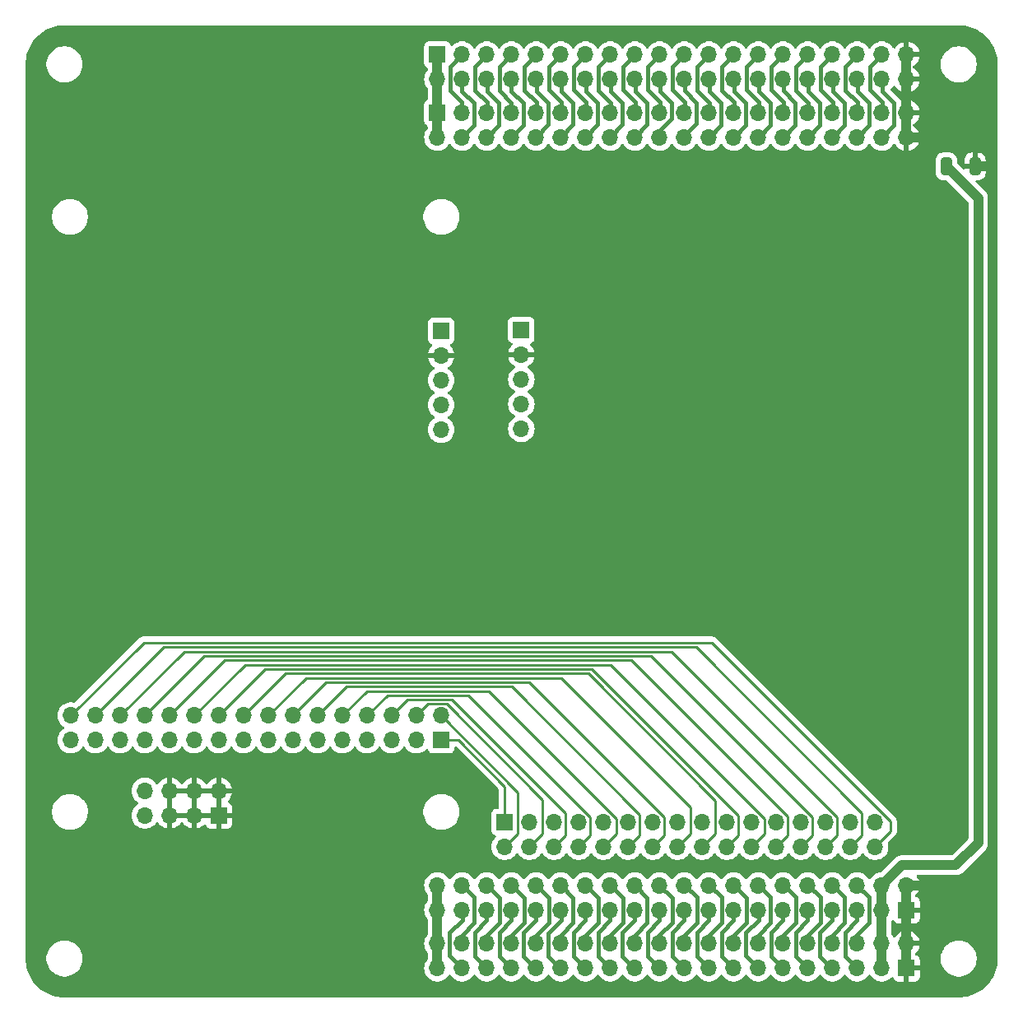
<source format=gbr>
%TF.GenerationSoftware,KiCad,Pcbnew,8.0.5-8.0.5-0~ubuntu22.04.1*%
%TF.CreationDate,2024-10-05T17:02:35+02:00*%
%TF.ProjectId,USB-Serial InputBoard,5553422d-5365-4726-9961-6c20496e7075,rev?*%
%TF.SameCoordinates,Original*%
%TF.FileFunction,Copper,L1,Top*%
%TF.FilePolarity,Positive*%
%FSLAX46Y46*%
G04 Gerber Fmt 4.6, Leading zero omitted, Abs format (unit mm)*
G04 Created by KiCad (PCBNEW 8.0.5-8.0.5-0~ubuntu22.04.1) date 2024-10-05 17:02:35*
%MOMM*%
%LPD*%
G01*
G04 APERTURE LIST*
G04 Aperture macros list*
%AMRoundRect*
0 Rectangle with rounded corners*
0 $1 Rounding radius*
0 $2 $3 $4 $5 $6 $7 $8 $9 X,Y pos of 4 corners*
0 Add a 4 corners polygon primitive as box body*
4,1,4,$2,$3,$4,$5,$6,$7,$8,$9,$2,$3,0*
0 Add four circle primitives for the rounded corners*
1,1,$1+$1,$2,$3*
1,1,$1+$1,$4,$5*
1,1,$1+$1,$6,$7*
1,1,$1+$1,$8,$9*
0 Add four rect primitives between the rounded corners*
20,1,$1+$1,$2,$3,$4,$5,0*
20,1,$1+$1,$4,$5,$6,$7,0*
20,1,$1+$1,$6,$7,$8,$9,0*
20,1,$1+$1,$8,$9,$2,$3,0*%
G04 Aperture macros list end*
%TA.AperFunction,ComponentPad*%
%ADD10R,1.700000X1.700000*%
%TD*%
%TA.AperFunction,ComponentPad*%
%ADD11O,1.700000X1.700000*%
%TD*%
%TA.AperFunction,SMDPad,CuDef*%
%ADD12RoundRect,0.250000X-0.325000X-0.650000X0.325000X-0.650000X0.325000X0.650000X-0.325000X0.650000X0*%
%TD*%
%TA.AperFunction,Conductor*%
%ADD13C,0.400000*%
%TD*%
%TA.AperFunction,Conductor*%
%ADD14C,1.000000*%
%TD*%
%TA.AperFunction,Conductor*%
%ADD15C,0.250000*%
%TD*%
G04 APERTURE END LIST*
D10*
%TO.P,J8,1,Pin_1*%
%TO.N,/AD0*%
X99300000Y-131960000D03*
D11*
%TO.P,J8,2,Pin_2*%
%TO.N,/AD1*%
X99300000Y-134500000D03*
%TO.P,J8,3,Pin_3*%
%TO.N,/AD2*%
X101840000Y-131960000D03*
%TO.P,J8,4,Pin_4*%
%TO.N,/AD3*%
X101840000Y-134500000D03*
%TO.P,J8,5,Pin_5*%
%TO.N,/AD4*%
X104380000Y-131960000D03*
%TO.P,J8,6,Pin_6*%
%TO.N,/AD5*%
X104380000Y-134500000D03*
%TO.P,J8,7,Pin_7*%
%TO.N,/AD6*%
X106920000Y-131960000D03*
%TO.P,J8,8,Pin_8*%
%TO.N,/AD7*%
X106920000Y-134500000D03*
%TO.P,J8,9,Pin_9*%
%TO.N,/BD0*%
X109460000Y-131960000D03*
%TO.P,J8,10,Pin_10*%
%TO.N,/BD1*%
X109460000Y-134500000D03*
%TO.P,J8,11,Pin_11*%
%TO.N,/BD2*%
X112000000Y-131960000D03*
%TO.P,J8,12,Pin_12*%
%TO.N,/BD3*%
X112000000Y-134500000D03*
%TO.P,J8,13,Pin_13*%
%TO.N,/BD4*%
X114540000Y-131960000D03*
%TO.P,J8,14,Pin_14*%
%TO.N,/BD5*%
X114540000Y-134500000D03*
%TO.P,J8,15,Pin_15*%
%TO.N,/BD6*%
X117080000Y-131960000D03*
%TO.P,J8,16,Pin_16*%
%TO.N,/BD7*%
X117080000Y-134500000D03*
%TO.P,J8,17,Pin_17*%
%TO.N,/CD0*%
X119620000Y-131960000D03*
%TO.P,J8,18,Pin_18*%
%TO.N,/CD1*%
X119620000Y-134500000D03*
%TO.P,J8,19,Pin_19*%
%TO.N,/CD2*%
X122160000Y-131960000D03*
%TO.P,J8,20,Pin_20*%
%TO.N,/CD3*%
X122160000Y-134500000D03*
%TO.P,J8,21,Pin_21*%
%TO.N,/CD4*%
X124700000Y-131960000D03*
%TO.P,J8,22,Pin_22*%
%TO.N,/CD5*%
X124700000Y-134500000D03*
%TO.P,J8,23,Pin_23*%
%TO.N,/CD6*%
X127240000Y-131960000D03*
%TO.P,J8,24,Pin_24*%
%TO.N,/CD7*%
X127240000Y-134500000D03*
%TO.P,J8,25,Pin_25*%
%TO.N,/DD0*%
X129780000Y-131960000D03*
%TO.P,J8,26,Pin_26*%
%TO.N,/DD1*%
X129780000Y-134500000D03*
%TO.P,J8,27,Pin_27*%
%TO.N,/DD2*%
X132320000Y-131960000D03*
%TO.P,J8,28,Pin_28*%
%TO.N,/DD3*%
X132320000Y-134500000D03*
%TO.P,J8,29,Pin_29*%
%TO.N,/DD4*%
X134860000Y-131960000D03*
%TO.P,J8,30,Pin_30*%
%TO.N,/DD5*%
X134860000Y-134500000D03*
%TO.P,J8,31,Pin_31*%
%TO.N,/DD6*%
X137400000Y-131960000D03*
%TO.P,J8,32,Pin_32*%
%TO.N,/DD7*%
X137400000Y-134500000D03*
%TD*%
D10*
%TO.P,J1,1,Pin_1*%
%TO.N,+5V*%
X92367000Y-53000000D03*
D11*
%TO.P,J1,2,Pin_2*%
X92367000Y-55540000D03*
%TO.P,J1,3,Pin_3*%
%TO.N,/PHI1_e*%
X94907000Y-53000000D03*
%TO.P,J1,4,Pin_4*%
%TO.N,/PHI2_e*%
X94907000Y-55540000D03*
%TO.P,J1,5,Pin_5*%
%TO.N,/~{IORD}*%
X97447000Y-53000000D03*
%TO.P,J1,6,Pin_6*%
%TO.N,/R{slash}~{W}_e*%
X97447000Y-55540000D03*
%TO.P,J1,7,Pin_7*%
%TO.N,/~{MRD}*%
X99987000Y-53000000D03*
%TO.P,J1,8,Pin_8*%
%TO.N,/~{MWR}*%
X99987000Y-55540000D03*
%TO.P,J1,9,Pin_9*%
%TO.N,/~{IOWR}*%
X102527000Y-53000000D03*
%TO.P,J1,10,Pin_10*%
%TO.N,/Bus/DB0*%
X102527000Y-55540000D03*
%TO.P,J1,11,Pin_11*%
%TO.N,/Bus/DB1*%
X105067000Y-53000000D03*
%TO.P,J1,12,Pin_12*%
%TO.N,/Bus/DB2*%
X105067000Y-55540000D03*
%TO.P,J1,13,Pin_13*%
%TO.N,/Bus/DB3*%
X107607000Y-53000000D03*
%TO.P,J1,14,Pin_14*%
%TO.N,/Bus/DB4*%
X107607000Y-55540000D03*
%TO.P,J1,15,Pin_15*%
%TO.N,/Bus/DB5*%
X110147000Y-53000000D03*
%TO.P,J1,16,Pin_16*%
%TO.N,/Bus/DB6*%
X110147000Y-55540000D03*
%TO.P,J1,17,Pin_17*%
%TO.N,/Bus/DB7*%
X112687000Y-53000000D03*
%TO.P,J1,18,Pin_18*%
%TO.N,/~{RST}*%
X112687000Y-55540000D03*
%TO.P,J1,19,Pin_19*%
%TO.N,/A0*%
X115227000Y-53000000D03*
%TO.P,J1,20,Pin_20*%
%TO.N,/A1*%
X115227000Y-55540000D03*
%TO.P,J1,21,Pin_21*%
%TO.N,/A2*%
X117767000Y-53000000D03*
%TO.P,J1,22,Pin_22*%
%TO.N,/A3*%
X117767000Y-55540000D03*
%TO.P,J1,23,Pin_23*%
%TO.N,/A4*%
X120307000Y-53000000D03*
%TO.P,J1,24,Pin_24*%
%TO.N,/A5*%
X120307000Y-55540000D03*
%TO.P,J1,25,Pin_25*%
%TO.N,/A6*%
X122847000Y-53000000D03*
%TO.P,J1,26,Pin_26*%
%TO.N,/A7*%
X122847000Y-55540000D03*
%TO.P,J1,27,Pin_27*%
%TO.N,/A8*%
X125387000Y-53000000D03*
%TO.P,J1,28,Pin_28*%
%TO.N,/A9*%
X125387000Y-55540000D03*
%TO.P,J1,29,Pin_29*%
%TO.N,/A10*%
X127927000Y-53000000D03*
%TO.P,J1,30,Pin_30*%
%TO.N,/A11*%
X127927000Y-55540000D03*
%TO.P,J1,31,Pin_31*%
%TO.N,/A12*%
X130467000Y-53000000D03*
%TO.P,J1,32,Pin_32*%
%TO.N,/A13*%
X130467000Y-55540000D03*
%TO.P,J1,33,Pin_33*%
%TO.N,/A14*%
X133007000Y-53000000D03*
%TO.P,J1,34,Pin_34*%
%TO.N,/A15*%
X133007000Y-55540000D03*
%TO.P,J1,35,Pin_35*%
%TO.N,/A16*%
X135547000Y-53000000D03*
%TO.P,J1,36,Pin_36*%
%TO.N,/A17*%
X135547000Y-55540000D03*
%TO.P,J1,37,Pin_37*%
%TO.N,/A18*%
X138087000Y-53000000D03*
%TO.P,J1,38,Pin_38*%
%TO.N,/A19*%
X138087000Y-55540000D03*
%TO.P,J1,39,Pin_39*%
%TO.N,GND*%
X140627000Y-53000000D03*
%TO.P,J1,40,Pin_40*%
X140627000Y-55540000D03*
%TD*%
D12*
%TO.P,C3,1*%
%TO.N,+3V3*%
X144725000Y-64500000D03*
%TO.P,C3,2*%
%TO.N,GND*%
X147675000Y-64500000D03*
%TD*%
D10*
%TO.P,J4,1,Pin_1*%
%TO.N,GND*%
X140627000Y-141000000D03*
D11*
%TO.P,J4,2,Pin_2*%
X140627000Y-138460000D03*
%TO.P,J4,3,Pin_3*%
%TO.N,+3V3*%
X138087000Y-141000000D03*
%TO.P,J4,4,Pin_4*%
X138087000Y-138460000D03*
%TO.P,J4,5,Pin_5*%
%TO.N,/Bus/~{CE_EXT1}*%
X135547000Y-141000000D03*
%TO.P,J4,6,Pin_6*%
%TO.N,/Bus/~{CE_EXT0}*%
X135547000Y-138460000D03*
%TO.P,J4,7,Pin_7*%
%TO.N,/Bus/~{CE_EXT3}*%
X133007000Y-141000000D03*
%TO.P,J4,8,Pin_8*%
%TO.N,/Bus/~{CE_EXT2}*%
X133007000Y-138460000D03*
%TO.P,J4,9,Pin_9*%
%TO.N,/Bus/~{CE_EXT5}*%
X130467000Y-141000000D03*
%TO.P,J4,10,Pin_10*%
%TO.N,/Bus/~{CE_EXT4}*%
X130467000Y-138460000D03*
%TO.P,J4,11,Pin_11*%
%TO.N,/Bus/~{CE_EXT7}*%
X127927000Y-141000000D03*
%TO.P,J4,12,Pin_12*%
%TO.N,/Bus/~{CE_EXT6}*%
X127927000Y-138460000D03*
%TO.P,J4,13,Pin_13*%
%TO.N,/Bus/~{CE_EXT9}*%
X125387000Y-141000000D03*
%TO.P,J4,14,Pin_14*%
%TO.N,/Bus/~{CE_EXT8}*%
X125387000Y-138460000D03*
%TO.P,J4,15,Pin_15*%
%TO.N,/Bus/~{CE_EXT11}*%
X122847000Y-141000000D03*
%TO.P,J4,16,Pin_16*%
%TO.N,/Bus/~{CE_EXT10}*%
X122847000Y-138460000D03*
%TO.P,J4,17,Pin_17*%
%TO.N,/Bus/~{CE_EXT13}*%
X120307000Y-141000000D03*
%TO.P,J4,18,Pin_18*%
%TO.N,/Bus/~{CE_EXT12}*%
X120307000Y-138460000D03*
%TO.P,J4,19,Pin_19*%
%TO.N,/RES4*%
X117767000Y-141000000D03*
%TO.P,J4,20,Pin_20*%
%TO.N,/RES5*%
X117767000Y-138460000D03*
%TO.P,J4,21,Pin_21*%
%TO.N,/RES2*%
X115227000Y-141000000D03*
%TO.P,J4,22,Pin_22*%
%TO.N,/RES3*%
X115227000Y-138460000D03*
%TO.P,J4,23,Pin_23*%
%TO.N,/RES0*%
X112687000Y-141000000D03*
%TO.P,J4,24,Pin_24*%
%TO.N,/RES1*%
X112687000Y-138460000D03*
%TO.P,J4,25,Pin_25*%
%TO.N,/CLK1*%
X110147000Y-141000000D03*
%TO.P,J4,26,Pin_26*%
%TO.N,/~{BUSFREE}*%
X110147000Y-138460000D03*
%TO.P,J4,27,Pin_27*%
%TO.N,/CLKF*%
X107607000Y-141000000D03*
%TO.P,J4,28,Pin_28*%
%TO.N,/CLKS*%
X107607000Y-138460000D03*
%TO.P,J4,29,Pin_29*%
%TO.N,/~{PH0}*%
X105067000Y-141000000D03*
%TO.P,J4,30,Pin_30*%
%TO.N,/PH0*%
X105067000Y-138460000D03*
%TO.P,J4,31,Pin_31*%
%TO.N,/SDA*%
X102527000Y-141000000D03*
%TO.P,J4,32,Pin_32*%
%TO.N,/SCL*%
X102527000Y-138460000D03*
%TO.P,J4,33,Pin_33*%
%TO.N,/TX1*%
X99987000Y-141000000D03*
%TO.P,J4,34,Pin_34*%
%TO.N,/RX1*%
X99987000Y-138460000D03*
%TO.P,J4,35,Pin_35*%
%TO.N,/TX0*%
X97447000Y-141000000D03*
%TO.P,J4,36,Pin_36*%
%TO.N,/RX0*%
X97447000Y-138460000D03*
%TO.P,J4,37,Pin_37*%
%TO.N,/TXSTM*%
X94907000Y-141000000D03*
%TO.P,J4,38,Pin_38*%
%TO.N,/RXSTM*%
X94907000Y-138460000D03*
%TO.P,J4,39,Pin_39*%
%TO.N,+5VA*%
X92367000Y-141000000D03*
%TO.P,J4,40,Pin_40*%
X92367000Y-138460000D03*
%TD*%
D10*
%TO.P,J2,1,Pin_1*%
%TO.N,GND*%
X140627000Y-147000000D03*
D11*
%TO.P,J2,2,Pin_2*%
X140627000Y-144460000D03*
%TO.P,J2,3,Pin_3*%
%TO.N,+3V3*%
X138087000Y-147000000D03*
%TO.P,J2,4,Pin_4*%
X138087000Y-144460000D03*
%TO.P,J2,5,Pin_5*%
%TO.N,/Bus/~{CE_EXT1}*%
X135547000Y-147000000D03*
%TO.P,J2,6,Pin_6*%
%TO.N,/Bus/~{CE_EXT0}*%
X135547000Y-144460000D03*
%TO.P,J2,7,Pin_7*%
%TO.N,/Bus/~{CE_EXT3}*%
X133007000Y-147000000D03*
%TO.P,J2,8,Pin_8*%
%TO.N,/Bus/~{CE_EXT2}*%
X133007000Y-144460000D03*
%TO.P,J2,9,Pin_9*%
%TO.N,/Bus/~{CE_EXT5}*%
X130467000Y-147000000D03*
%TO.P,J2,10,Pin_10*%
%TO.N,/Bus/~{CE_EXT4}*%
X130467000Y-144460000D03*
%TO.P,J2,11,Pin_11*%
%TO.N,/Bus/~{CE_EXT7}*%
X127927000Y-147000000D03*
%TO.P,J2,12,Pin_12*%
%TO.N,/Bus/~{CE_EXT6}*%
X127927000Y-144460000D03*
%TO.P,J2,13,Pin_13*%
%TO.N,/Bus/~{CE_EXT9}*%
X125387000Y-147000000D03*
%TO.P,J2,14,Pin_14*%
%TO.N,/Bus/~{CE_EXT8}*%
X125387000Y-144460000D03*
%TO.P,J2,15,Pin_15*%
%TO.N,/Bus/~{CE_EXT11}*%
X122847000Y-147000000D03*
%TO.P,J2,16,Pin_16*%
%TO.N,/Bus/~{CE_EXT10}*%
X122847000Y-144460000D03*
%TO.P,J2,17,Pin_17*%
%TO.N,/Bus/~{CE_EXT13}*%
X120307000Y-147000000D03*
%TO.P,J2,18,Pin_18*%
%TO.N,/Bus/~{CE_EXT12}*%
X120307000Y-144460000D03*
%TO.P,J2,19,Pin_19*%
%TO.N,/RES4*%
X117767000Y-147000000D03*
%TO.P,J2,20,Pin_20*%
%TO.N,/RES5*%
X117767000Y-144460000D03*
%TO.P,J2,21,Pin_21*%
%TO.N,/RES2*%
X115227000Y-147000000D03*
%TO.P,J2,22,Pin_22*%
%TO.N,/RES3*%
X115227000Y-144460000D03*
%TO.P,J2,23,Pin_23*%
%TO.N,/RES0*%
X112687000Y-147000000D03*
%TO.P,J2,24,Pin_24*%
%TO.N,/RES1*%
X112687000Y-144460000D03*
%TO.P,J2,25,Pin_25*%
%TO.N,/CLK1*%
X110147000Y-147000000D03*
%TO.P,J2,26,Pin_26*%
%TO.N,/~{BUSFREE}*%
X110147000Y-144460000D03*
%TO.P,J2,27,Pin_27*%
%TO.N,/CLKF*%
X107607000Y-147000000D03*
%TO.P,J2,28,Pin_28*%
%TO.N,/CLKS*%
X107607000Y-144460000D03*
%TO.P,J2,29,Pin_29*%
%TO.N,/~{PH0}*%
X105067000Y-147000000D03*
%TO.P,J2,30,Pin_30*%
%TO.N,/PH0*%
X105067000Y-144460000D03*
%TO.P,J2,31,Pin_31*%
%TO.N,/SDA*%
X102527000Y-147000000D03*
%TO.P,J2,32,Pin_32*%
%TO.N,/SCL*%
X102527000Y-144460000D03*
%TO.P,J2,33,Pin_33*%
%TO.N,/TX1*%
X99987000Y-147000000D03*
%TO.P,J2,34,Pin_34*%
%TO.N,/RX1*%
X99987000Y-144460000D03*
%TO.P,J2,35,Pin_35*%
%TO.N,/TX0*%
X97447000Y-147000000D03*
%TO.P,J2,36,Pin_36*%
%TO.N,/RX0*%
X97447000Y-144460000D03*
%TO.P,J2,37,Pin_37*%
%TO.N,/TXSTM*%
X94907000Y-147000000D03*
%TO.P,J2,38,Pin_38*%
%TO.N,/RXSTM*%
X94907000Y-144460000D03*
%TO.P,J2,39,Pin_39*%
%TO.N,+5VA*%
X92367000Y-147000000D03*
%TO.P,J2,40,Pin_40*%
X92367000Y-144460000D03*
%TD*%
D10*
%TO.P,J7,1,Pin_1*%
%TO.N,GND*%
X69890000Y-131285000D03*
D11*
%TO.P,J7,2,Pin_2*%
X69890000Y-128745000D03*
%TO.P,J7,3,Pin_3*%
X67350000Y-131285000D03*
%TO.P,J7,4,Pin_4*%
X67350000Y-128745000D03*
%TO.P,J7,5,Pin_5*%
X64810000Y-131285000D03*
%TO.P,J7,6,Pin_6*%
X64810000Y-128745000D03*
%TO.P,J7,7,Pin_7*%
%TO.N,unconnected-(J7-Pin_7-Pad7)*%
X62270000Y-131285000D03*
%TO.P,J7,8,Pin_8*%
%TO.N,unconnected-(J7-Pin_8-Pad8)*%
X62270000Y-128745000D03*
%TD*%
D10*
%TO.P,J3,1,Pin_1*%
%TO.N,+5V*%
X92367000Y-59000000D03*
D11*
%TO.P,J3,2,Pin_2*%
X92367000Y-61540000D03*
%TO.P,J3,3,Pin_3*%
%TO.N,/PHI1_e*%
X94907000Y-59000000D03*
%TO.P,J3,4,Pin_4*%
%TO.N,/PHI2_e*%
X94907000Y-61540000D03*
%TO.P,J3,5,Pin_5*%
%TO.N,/~{IORD}*%
X97447000Y-59000000D03*
%TO.P,J3,6,Pin_6*%
%TO.N,/R{slash}~{W}_e*%
X97447000Y-61540000D03*
%TO.P,J3,7,Pin_7*%
%TO.N,/~{MRD}*%
X99987000Y-59000000D03*
%TO.P,J3,8,Pin_8*%
%TO.N,/~{MWR}*%
X99987000Y-61540000D03*
%TO.P,J3,9,Pin_9*%
%TO.N,/~{IOWR}*%
X102527000Y-59000000D03*
%TO.P,J3,10,Pin_10*%
%TO.N,/Bus/DB0*%
X102527000Y-61540000D03*
%TO.P,J3,11,Pin_11*%
%TO.N,/Bus/DB1*%
X105067000Y-59000000D03*
%TO.P,J3,12,Pin_12*%
%TO.N,/Bus/DB2*%
X105067000Y-61540000D03*
%TO.P,J3,13,Pin_13*%
%TO.N,/Bus/DB3*%
X107607000Y-59000000D03*
%TO.P,J3,14,Pin_14*%
%TO.N,/Bus/DB4*%
X107607000Y-61540000D03*
%TO.P,J3,15,Pin_15*%
%TO.N,/Bus/DB5*%
X110147000Y-59000000D03*
%TO.P,J3,16,Pin_16*%
%TO.N,/Bus/DB6*%
X110147000Y-61540000D03*
%TO.P,J3,17,Pin_17*%
%TO.N,/Bus/DB7*%
X112687000Y-59000000D03*
%TO.P,J3,18,Pin_18*%
%TO.N,/~{RST}*%
X112687000Y-61540000D03*
%TO.P,J3,19,Pin_19*%
%TO.N,/A0*%
X115227000Y-59000000D03*
%TO.P,J3,20,Pin_20*%
%TO.N,/A1*%
X115227000Y-61540000D03*
%TO.P,J3,21,Pin_21*%
%TO.N,/A2*%
X117767000Y-59000000D03*
%TO.P,J3,22,Pin_22*%
%TO.N,/A3*%
X117767000Y-61540000D03*
%TO.P,J3,23,Pin_23*%
%TO.N,/A4*%
X120307000Y-59000000D03*
%TO.P,J3,24,Pin_24*%
%TO.N,/A5*%
X120307000Y-61540000D03*
%TO.P,J3,25,Pin_25*%
%TO.N,/A6*%
X122847000Y-59000000D03*
%TO.P,J3,26,Pin_26*%
%TO.N,/A7*%
X122847000Y-61540000D03*
%TO.P,J3,27,Pin_27*%
%TO.N,/A8*%
X125387000Y-59000000D03*
%TO.P,J3,28,Pin_28*%
%TO.N,/A9*%
X125387000Y-61540000D03*
%TO.P,J3,29,Pin_29*%
%TO.N,/A10*%
X127927000Y-59000000D03*
%TO.P,J3,30,Pin_30*%
%TO.N,/A11*%
X127927000Y-61540000D03*
%TO.P,J3,31,Pin_31*%
%TO.N,/A12*%
X130467000Y-59000000D03*
%TO.P,J3,32,Pin_32*%
%TO.N,/A13*%
X130467000Y-61540000D03*
%TO.P,J3,33,Pin_33*%
%TO.N,/A14*%
X133007000Y-59000000D03*
%TO.P,J3,34,Pin_34*%
%TO.N,/A15*%
X133007000Y-61540000D03*
%TO.P,J3,35,Pin_35*%
%TO.N,/A16*%
X135547000Y-59000000D03*
%TO.P,J3,36,Pin_36*%
%TO.N,/A17*%
X135547000Y-61540000D03*
%TO.P,J3,37,Pin_37*%
%TO.N,/A18*%
X138087000Y-59000000D03*
%TO.P,J3,38,Pin_38*%
%TO.N,/A19*%
X138087000Y-61540000D03*
%TO.P,J3,39,Pin_39*%
%TO.N,GND*%
X140627000Y-59000000D03*
%TO.P,J3,40,Pin_40*%
X140627000Y-61540000D03*
%TD*%
D10*
%TO.P,J6,1,Pin_1*%
%TO.N,/3V3*%
X92750000Y-81435000D03*
D11*
%TO.P,J6,2,Pin_2*%
%TO.N,GND*%
X92750000Y-83975000D03*
%TO.P,J6,3,Pin_3*%
%TO.N,/RESET*%
X92750000Y-86515000D03*
%TO.P,J6,4,Pin_4*%
%TO.N,/~{SUSPEND}*%
X92750000Y-89055000D03*
%TO.P,J6,5,Pin_5*%
%TO.N,/~{PWREN}*%
X92750000Y-91595000D03*
%TD*%
D10*
%TO.P,J5,1,Pin_1*%
%TO.N,/AD0*%
X92750000Y-123535000D03*
D11*
%TO.P,J5,2,Pin_2*%
%TO.N,/AD1*%
X92750000Y-120995000D03*
%TO.P,J5,3,Pin_3*%
%TO.N,/AD2*%
X90210000Y-123535000D03*
%TO.P,J5,4,Pin_4*%
%TO.N,/AD3*%
X90210000Y-120995000D03*
%TO.P,J5,5,Pin_5*%
%TO.N,/AD4*%
X87670000Y-123535000D03*
%TO.P,J5,6,Pin_6*%
%TO.N,/AD5*%
X87670000Y-120995000D03*
%TO.P,J5,7,Pin_7*%
%TO.N,/AD6*%
X85130000Y-123535000D03*
%TO.P,J5,8,Pin_8*%
%TO.N,/AD7*%
X85130000Y-120995000D03*
%TO.P,J5,9,Pin_9*%
%TO.N,/BD0*%
X82590000Y-123535000D03*
%TO.P,J5,10,Pin_10*%
%TO.N,/BD1*%
X82590000Y-120995000D03*
%TO.P,J5,11,Pin_11*%
%TO.N,/BD2*%
X80050000Y-123535000D03*
%TO.P,J5,12,Pin_12*%
%TO.N,/BD3*%
X80050000Y-120995000D03*
%TO.P,J5,13,Pin_13*%
%TO.N,/BD4*%
X77510000Y-123535000D03*
%TO.P,J5,14,Pin_14*%
%TO.N,/BD5*%
X77510000Y-120995000D03*
%TO.P,J5,15,Pin_15*%
%TO.N,/BD6*%
X74970000Y-123535000D03*
%TO.P,J5,16,Pin_16*%
%TO.N,/BD7*%
X74970000Y-120995000D03*
%TO.P,J5,17,Pin_17*%
%TO.N,/CD0*%
X72430000Y-123535000D03*
%TO.P,J5,18,Pin_18*%
%TO.N,/CD1*%
X72430000Y-120995000D03*
%TO.P,J5,19,Pin_19*%
%TO.N,/CD2*%
X69890000Y-123535000D03*
%TO.P,J5,20,Pin_20*%
%TO.N,/CD3*%
X69890000Y-120995000D03*
%TO.P,J5,21,Pin_21*%
%TO.N,/CD4*%
X67350000Y-123535000D03*
%TO.P,J5,22,Pin_22*%
%TO.N,/CD5*%
X67350000Y-120995000D03*
%TO.P,J5,23,Pin_23*%
%TO.N,/CD6*%
X64810000Y-123535000D03*
%TO.P,J5,24,Pin_24*%
%TO.N,/CD7*%
X64810000Y-120995000D03*
%TO.P,J5,25,Pin_25*%
%TO.N,/DD0*%
X62270000Y-123535000D03*
%TO.P,J5,26,Pin_26*%
%TO.N,/DD1*%
X62270000Y-120995000D03*
%TO.P,J5,27,Pin_27*%
%TO.N,/DD2*%
X59730000Y-123535000D03*
%TO.P,J5,28,Pin_28*%
%TO.N,/DD3*%
X59730000Y-120995000D03*
%TO.P,J5,29,Pin_29*%
%TO.N,/DD4*%
X57190000Y-123535000D03*
%TO.P,J5,30,Pin_30*%
%TO.N,/DD5*%
X57190000Y-120995000D03*
%TO.P,J5,31,Pin_31*%
%TO.N,/DD6*%
X54650000Y-123535000D03*
%TO.P,J5,32,Pin_32*%
%TO.N,/DD7*%
X54650000Y-120995000D03*
%TD*%
D10*
%TO.P,J9,1,Pin_1*%
%TO.N,/3V3*%
X101000000Y-81340000D03*
D11*
%TO.P,J9,2,Pin_2*%
%TO.N,GND*%
X101000000Y-83880000D03*
%TO.P,J9,3,Pin_3*%
%TO.N,/RESET*%
X101000000Y-86420000D03*
%TO.P,J9,4,Pin_4*%
%TO.N,/~{SUSPEND}*%
X101000000Y-88960000D03*
%TO.P,J9,5,Pin_5*%
%TO.N,/~{PWREN}*%
X101000000Y-91500000D03*
%TD*%
D13*
%TO.N,/~{RST}*%
X113950000Y-60200705D02*
X112700000Y-61450705D01*
X113950000Y-58007000D02*
X113950000Y-60200705D01*
X112700000Y-56757000D02*
X113950000Y-58007000D01*
X112700000Y-55540000D02*
X112700000Y-56757000D01*
D14*
%TO.N,GND*%
X149500000Y-64500000D02*
X149500000Y-77350000D01*
X147650000Y-64500000D02*
X149500000Y-64500000D01*
X147140000Y-138460000D02*
X140627000Y-138460000D01*
X140627000Y-53000000D02*
X140627000Y-61540000D01*
X140627000Y-138460000D02*
X140627000Y-147000000D01*
X147940000Y-61540000D02*
X149500000Y-63100000D01*
X149500000Y-121666000D02*
X149500000Y-136100000D01*
X140627000Y-61540000D02*
X147940000Y-61540000D01*
X149500000Y-63100000D02*
X149500000Y-64500000D01*
X149500000Y-77350000D02*
X149500000Y-121666000D01*
X149500000Y-136100000D02*
X147140000Y-138460000D01*
%TO.N,+5V*%
X92367000Y-53000000D02*
X92367000Y-61540000D01*
D13*
%TO.N,/A15*%
X134275000Y-60285000D02*
X133025000Y-61535000D01*
X133025000Y-56752000D02*
X134275000Y-58002000D01*
X134275000Y-58002000D02*
X134275000Y-60285000D01*
X133025000Y-55535000D02*
X133025000Y-56752000D01*
%TO.N,/A14*%
X131755000Y-56657000D02*
X133025000Y-57927000D01*
X133025000Y-57927000D02*
X133025000Y-58995000D01*
X131755000Y-54265000D02*
X131755000Y-56657000D01*
X133025000Y-52995000D02*
X131755000Y-54265000D01*
%TO.N,/A13*%
X131732000Y-60292000D02*
X130482000Y-61542000D01*
X130482000Y-55542000D02*
X130482000Y-56759000D01*
X131732000Y-58009000D02*
X131732000Y-60292000D01*
X130482000Y-56759000D02*
X131732000Y-58009000D01*
%TO.N,/A12*%
X130482000Y-53002000D02*
X129215000Y-54269000D01*
X129215000Y-54269000D02*
X129215000Y-56667000D01*
X129215000Y-56667000D02*
X130482000Y-57934000D01*
X130482000Y-57934000D02*
X130482000Y-59002000D01*
%TO.N,/A11*%
X127945000Y-56745000D02*
X129195000Y-57995000D01*
X127945000Y-55528000D02*
X127945000Y-56745000D01*
X129195000Y-57995000D02*
X129195000Y-60278000D01*
X129195000Y-60278000D02*
X127945000Y-61528000D01*
%TO.N,/A10*%
X127945000Y-57920000D02*
X127945000Y-58988000D01*
X127945000Y-52988000D02*
X126665000Y-54268000D01*
X126665000Y-56640000D02*
X127945000Y-57920000D01*
X126665000Y-54268000D02*
X126665000Y-56640000D01*
%TO.N,/A9*%
X126652000Y-60285000D02*
X125402000Y-61535000D01*
X126652000Y-58002000D02*
X126652000Y-60285000D01*
X125402000Y-55535000D02*
X125402000Y-56752000D01*
X125402000Y-56752000D02*
X126652000Y-58002000D01*
%TO.N,/A8*%
X124125000Y-56650000D02*
X125402000Y-57927000D01*
X125402000Y-52995000D02*
X124125000Y-54272000D01*
X125402000Y-57927000D02*
X125402000Y-58995000D01*
X124125000Y-54272000D02*
X124125000Y-56650000D01*
%TO.N,/A7*%
X124105000Y-58002000D02*
X124105000Y-60285000D01*
X122855000Y-56752000D02*
X124105000Y-58002000D01*
X124105000Y-60285000D02*
X122855000Y-61535000D01*
X122855000Y-55535000D02*
X122855000Y-56752000D01*
%TO.N,/A6*%
X122855000Y-57927000D02*
X122855000Y-58995000D01*
X121595000Y-56667000D02*
X122855000Y-57927000D01*
X122855000Y-52995000D02*
X121595000Y-54255000D01*
X121595000Y-54255000D02*
X121595000Y-56667000D01*
%TO.N,/A5*%
X121562000Y-60292000D02*
X120312000Y-61542000D01*
X121562000Y-58009000D02*
X121562000Y-60292000D01*
X120312000Y-55542000D02*
X120312000Y-56759000D01*
X120312000Y-56759000D02*
X121562000Y-58009000D01*
%TO.N,/A4*%
X119050000Y-56672000D02*
X120312000Y-57934000D01*
X120312000Y-53002000D02*
X119050000Y-54264000D01*
X120312000Y-57934000D02*
X120312000Y-59002000D01*
X119050000Y-54264000D02*
X119050000Y-56672000D01*
%TO.N,/A3*%
X117775000Y-56745000D02*
X119025000Y-57995000D01*
X117775000Y-55528000D02*
X117775000Y-56745000D01*
X119025000Y-60064538D02*
X117775000Y-61314538D01*
X119025000Y-57995000D02*
X119025000Y-60064538D01*
%TO.N,/A2*%
X116515000Y-54248000D02*
X116515000Y-56660000D01*
X116515000Y-56660000D02*
X117775000Y-57920000D01*
X117775000Y-52988000D02*
X116515000Y-54248000D01*
X117775000Y-57920000D02*
X117775000Y-58988000D01*
%TO.N,/A1*%
X115232000Y-56752000D02*
X116482000Y-58002000D01*
X116482000Y-58002000D02*
X116482000Y-59542538D01*
X115232000Y-60792538D02*
X115232000Y-61535000D01*
X115232000Y-55535000D02*
X115232000Y-56752000D01*
X116482000Y-59542538D02*
X115232000Y-60792538D01*
%TO.N,/A0*%
X113960000Y-56655000D02*
X115232000Y-57927000D01*
X113960000Y-54267000D02*
X113960000Y-56655000D01*
X115232000Y-52995000D02*
X113960000Y-54267000D01*
X115232000Y-57927000D02*
X115232000Y-58995000D01*
D14*
%TO.N,+3V3*%
X138087000Y-138460000D02*
X138087000Y-147000000D01*
X145700000Y-136400000D02*
X148000000Y-134100000D01*
X138087000Y-138460000D02*
X140147000Y-136400000D01*
X148000000Y-134100000D02*
X148000000Y-67800000D01*
X148000000Y-67800000D02*
X144700000Y-64500000D01*
X140147000Y-136400000D02*
X145700000Y-136400000D01*
D13*
%TO.N,/CLKF*%
X106342400Y-145762800D02*
X107592400Y-147012800D01*
X106342400Y-143315800D02*
X106342400Y-145762800D01*
X107592400Y-141012800D02*
X107592400Y-142065800D01*
X107592400Y-142065800D02*
X106342400Y-143315800D01*
%TO.N,/CLKS*%
X107633200Y-138472800D02*
X108883200Y-139722800D01*
X107633200Y-143565800D02*
X107633200Y-144472800D01*
X108883200Y-142315800D02*
X107633200Y-143565800D01*
X108883200Y-139722800D02*
X108883200Y-142315800D01*
%TO.N,/~{IOWR}*%
X102530000Y-57932000D02*
X102530000Y-59000000D01*
X102530000Y-53000000D02*
X101270000Y-54260000D01*
X101270000Y-56672000D02*
X102530000Y-57932000D01*
X101270000Y-54260000D02*
X101270000Y-56672000D01*
%TO.N,/~{MWR}*%
X99987000Y-55547000D02*
X99987000Y-56764000D01*
X101237000Y-58014000D02*
X101237000Y-60297000D01*
X101237000Y-60297000D02*
X99987000Y-61547000D01*
X99987000Y-56764000D02*
X101237000Y-58014000D01*
%TO.N,/~{MRD}*%
X99987000Y-57939000D02*
X99987000Y-59007000D01*
X99987000Y-53007000D02*
X98737000Y-54257000D01*
X98737000Y-54257000D02*
X98737000Y-56689000D01*
X98737000Y-56689000D02*
X99987000Y-57939000D01*
%TO.N,/R{slash}~{W}_e*%
X97450000Y-55533000D02*
X97450000Y-56750000D01*
X98700000Y-60283000D02*
X97450000Y-61533000D01*
X97450000Y-56750000D02*
X98700000Y-58000000D01*
X98700000Y-58000000D02*
X98700000Y-60283000D01*
%TO.N,/~{IORD}*%
X96190000Y-56665000D02*
X97450000Y-57925000D01*
X96190000Y-54253000D02*
X96190000Y-56665000D01*
X97450000Y-57925000D02*
X97450000Y-58993000D01*
X97450000Y-52993000D02*
X96190000Y-54253000D01*
%TO.N,/PHI2_e*%
X96157000Y-58007000D02*
X96157000Y-60290000D01*
X96157000Y-60290000D02*
X94907000Y-61540000D01*
X94907000Y-56757000D02*
X96157000Y-58007000D01*
X94907000Y-55540000D02*
X94907000Y-56757000D01*
%TO.N,/PHI1_e*%
X94907000Y-57932000D02*
X94907000Y-59000000D01*
X94907000Y-53000000D02*
X93657000Y-54250000D01*
X93657000Y-56682000D02*
X94907000Y-57932000D01*
X93657000Y-54250000D02*
X93657000Y-56682000D01*
%TO.N,/~{PH0}*%
X103782400Y-143373400D02*
X103782400Y-145744400D01*
X103782400Y-145744400D02*
X105070400Y-147032400D01*
X105070400Y-141032400D02*
X105070400Y-142085400D01*
X105070400Y-142085400D02*
X103782400Y-143373400D01*
%TO.N,/PH0*%
X105070400Y-143585400D02*
X105070400Y-144492400D01*
X106320400Y-142335400D02*
X105070400Y-143585400D01*
X106320400Y-139742400D02*
X106320400Y-142335400D01*
X105070400Y-138492400D02*
X106320400Y-139742400D01*
%TO.N,/Bus/~{CE_EXT12}*%
X120340600Y-143558200D02*
X120340600Y-144465200D01*
X120340600Y-138465200D02*
X121590600Y-139715200D01*
X121590600Y-142308200D02*
X120340600Y-143558200D01*
X121590600Y-139715200D02*
X121590600Y-142308200D01*
%TO.N,/Bus/~{CE_EXT7}*%
X127914400Y-142040800D02*
X126664400Y-143290800D01*
X126664400Y-143290800D02*
X126664400Y-145737800D01*
X126664400Y-145737800D02*
X127914400Y-146987800D01*
X127914400Y-140987800D02*
X127914400Y-142040800D01*
%TO.N,/TX1*%
X99977800Y-141030200D02*
X99977800Y-142083200D01*
X98727800Y-143333200D02*
X98727800Y-145780200D01*
X99977800Y-142083200D02*
X98727800Y-143333200D01*
X98727800Y-145780200D02*
X99977800Y-147030200D01*
%TO.N,/RXSTM*%
X96175000Y-142321500D02*
X94950000Y-143546500D01*
X94950000Y-138453500D02*
X96175000Y-139678500D01*
X94950000Y-143546500D02*
X94950000Y-144453500D01*
X96175000Y-139678500D02*
X96175000Y-142321500D01*
%TO.N,/RES3*%
X116500000Y-139760000D02*
X116500000Y-142303000D01*
X115225000Y-138485000D02*
X116500000Y-139760000D01*
X115225000Y-143578000D02*
X115225000Y-144485000D01*
X116500000Y-142303000D02*
X115225000Y-143578000D01*
%TO.N,/Bus/~{CE_EXT11}*%
X121579800Y-143314200D02*
X121579800Y-145761200D01*
X122829800Y-142064200D02*
X121579800Y-143314200D01*
X121579800Y-145761200D02*
X122829800Y-147011200D01*
X122829800Y-141011200D02*
X122829800Y-142064200D01*
%TO.N,/A16*%
X134293000Y-56665000D02*
X135560000Y-57932000D01*
X135560000Y-53000000D02*
X134293000Y-54267000D01*
X134293000Y-54267000D02*
X134293000Y-56665000D01*
X135560000Y-57932000D02*
X135560000Y-59000000D01*
%TO.N,/A17*%
X136810000Y-60290000D02*
X135560000Y-61540000D01*
X136810000Y-58007000D02*
X136810000Y-60290000D01*
X135560000Y-55540000D02*
X135560000Y-56757000D01*
X135560000Y-56757000D02*
X136810000Y-58007000D01*
%TO.N,/A18*%
X136833000Y-54263000D02*
X136833000Y-56655000D01*
X136833000Y-56655000D02*
X138103000Y-57925000D01*
X138103000Y-52993000D02*
X136833000Y-54263000D01*
X138103000Y-57925000D02*
X138103000Y-58993000D01*
%TO.N,/A19*%
X138103000Y-56750000D02*
X139353000Y-58000000D01*
X139353000Y-60283000D02*
X138103000Y-61533000D01*
X138103000Y-55533000D02*
X138103000Y-56750000D01*
X139353000Y-58000000D02*
X139353000Y-60283000D01*
%TO.N,/Bus/~{CE_EXT9}*%
X124104400Y-145719400D02*
X125392400Y-147007400D01*
X125392400Y-141007400D02*
X125392400Y-142060400D01*
X124104400Y-143348400D02*
X124104400Y-145719400D01*
X125392400Y-142060400D02*
X124104400Y-143348400D01*
%TO.N,/RES5*%
X117800600Y-138455200D02*
X119050600Y-139705200D01*
X119050600Y-142298200D02*
X117800600Y-143548200D01*
X119050600Y-139705200D02*
X119050600Y-142298200D01*
X117800600Y-143548200D02*
X117800600Y-144455200D01*
%TO.N,/RX1*%
X101268600Y-142333200D02*
X100018600Y-143583200D01*
X101268600Y-139740200D02*
X101268600Y-142333200D01*
X100018600Y-138490200D02*
X101268600Y-139740200D01*
X100018600Y-143583200D02*
X100018600Y-144490200D01*
%TO.N,/RX0*%
X98728600Y-142323200D02*
X97478600Y-143573200D01*
X97478600Y-143573200D02*
X97478600Y-144480200D01*
X97478600Y-138480200D02*
X98728600Y-139730200D01*
X98728600Y-139730200D02*
X98728600Y-142323200D01*
%TO.N,/Bus/~{CE_EXT8}*%
X125392400Y-138467400D02*
X126642400Y-139717400D01*
X126642400Y-139717400D02*
X126642400Y-142310400D01*
X126642400Y-142310400D02*
X125392400Y-143560400D01*
X125392400Y-143560400D02*
X125392400Y-144467400D01*
%TO.N,/Bus/~{CE_EXT10}*%
X124120600Y-142314200D02*
X122870600Y-143564200D01*
X122870600Y-138471200D02*
X124120600Y-139721200D01*
X122870600Y-143564200D02*
X122870600Y-144471200D01*
X124120600Y-139721200D02*
X124120600Y-142314200D01*
%TO.N,/Bus/~{CE_EXT4}*%
X130495200Y-143550800D02*
X130495200Y-144457800D01*
X131745200Y-139707800D02*
X131745200Y-142300800D01*
X131745200Y-142300800D02*
X130495200Y-143550800D01*
X130495200Y-138457800D02*
X131745200Y-139707800D01*
%TO.N,/RES1*%
X113953200Y-142331800D02*
X112703200Y-143581800D01*
X112703200Y-143581800D02*
X112703200Y-144488800D01*
X112703200Y-138488800D02*
X113953200Y-139738800D01*
X113953200Y-139738800D02*
X113953200Y-142331800D01*
%TO.N,/RES0*%
X112662400Y-141028800D02*
X112662400Y-142081800D01*
X111412400Y-143331800D02*
X111412400Y-145778800D01*
X111412400Y-145778800D02*
X112662400Y-147028800D01*
X112662400Y-142081800D02*
X111412400Y-143331800D01*
%TO.N,/RES2*%
X113975000Y-143328000D02*
X113975000Y-145775000D01*
X113975000Y-145775000D02*
X115225000Y-147025000D01*
X115225000Y-142078000D02*
X113975000Y-143328000D01*
X115225000Y-141025000D02*
X115225000Y-142078000D01*
%TO.N,/Bus/~{CE_EXT5}*%
X129204400Y-145747800D02*
X130454400Y-146997800D01*
X129204400Y-143300800D02*
X129204400Y-145747800D01*
X130454400Y-140997800D02*
X130454400Y-142050800D01*
X130454400Y-142050800D02*
X129204400Y-143300800D01*
%TO.N,/Bus/~{CE_EXT13}*%
X120299800Y-141005200D02*
X120299800Y-142058200D01*
X119049800Y-145755200D02*
X120299800Y-147005200D01*
X119049800Y-143308200D02*
X119049800Y-145755200D01*
X120299800Y-142058200D02*
X119049800Y-143308200D01*
%TO.N,/Bus/~{CE_EXT2}*%
X134275200Y-139713800D02*
X134275200Y-142306800D01*
X133025200Y-143556800D02*
X133025200Y-144463800D01*
X134275200Y-142306800D02*
X133025200Y-143556800D01*
X133025200Y-138463800D02*
X134275200Y-139713800D01*
%TO.N,/TX0*%
X97437800Y-142073200D02*
X96187800Y-143323200D01*
X97437800Y-141020200D02*
X97437800Y-142073200D01*
X96187800Y-143323200D02*
X96187800Y-145770200D01*
X96187800Y-145770200D02*
X97437800Y-147020200D01*
%TO.N,/Bus/~{CE_EXT3}*%
X131734400Y-145753800D02*
X132984400Y-147003800D01*
X132984400Y-141003800D02*
X132984400Y-142056800D01*
X131734400Y-143306800D02*
X131734400Y-145753800D01*
X132984400Y-142056800D02*
X131734400Y-143306800D01*
%TO.N,/RES4*%
X116509800Y-143298200D02*
X116509800Y-145745200D01*
X116509800Y-145745200D02*
X117759800Y-146995200D01*
X117759800Y-142048200D02*
X116509800Y-143298200D01*
X117759800Y-140995200D02*
X117759800Y-142048200D01*
%TO.N,/Bus/~{CE_EXT0}*%
X135547000Y-143553000D02*
X135547000Y-144460000D01*
X136797000Y-139710000D02*
X136797000Y-142303000D01*
X135547000Y-138460000D02*
X136797000Y-139710000D01*
X136797000Y-142303000D02*
X135547000Y-143553000D01*
%TO.N,/CLK1*%
X110132400Y-142075800D02*
X108882400Y-143325800D01*
X108882400Y-145772800D02*
X110132400Y-147022800D01*
X108882400Y-143325800D02*
X108882400Y-145772800D01*
X110132400Y-141022800D02*
X110132400Y-142075800D01*
%TO.N,/SCL*%
X103798600Y-139746200D02*
X103798600Y-142339200D01*
X103798600Y-142339200D02*
X102548600Y-143589200D01*
X102548600Y-138496200D02*
X103798600Y-139746200D01*
X102548600Y-143589200D02*
X102548600Y-144496200D01*
%TO.N,/~{BUSFREE}*%
X111423200Y-139732800D02*
X111423200Y-142325800D01*
X110173200Y-143575800D02*
X110173200Y-144482800D01*
X110173200Y-138482800D02*
X111423200Y-139732800D01*
X111423200Y-142325800D02*
X110173200Y-143575800D01*
%TO.N,/Bus/~{CE_EXT1}*%
X134297000Y-143303000D02*
X134297000Y-145750000D01*
X134297000Y-145750000D02*
X135547000Y-147000000D01*
X135547000Y-141000000D02*
X135547000Y-142053000D01*
X135547000Y-142053000D02*
X134297000Y-143303000D01*
%TO.N,/Bus/~{CE_EXT6}*%
X127955200Y-143540800D02*
X127955200Y-144447800D01*
X129205200Y-142290800D02*
X127955200Y-143540800D01*
X129205200Y-139697800D02*
X129205200Y-142290800D01*
X127955200Y-138447800D02*
X129205200Y-139697800D01*
%TO.N,/SDA*%
X102507800Y-141036200D02*
X102507800Y-142089200D01*
X101257800Y-143339200D02*
X101257800Y-145786200D01*
X102507800Y-142089200D02*
X101257800Y-143339200D01*
X101257800Y-145786200D02*
X102507800Y-147036200D01*
D14*
%TO.N,+5VA*%
X92367000Y-138460000D02*
X92367000Y-147000000D01*
D13*
%TO.N,/TXSTM*%
X93625000Y-145709300D02*
X94909200Y-146993500D01*
X94909200Y-140993500D02*
X94909200Y-142046500D01*
X94909200Y-142046500D02*
X93625000Y-143330700D01*
X93625000Y-143330700D02*
X93625000Y-145709300D01*
%TO.N,/Bus/DB7*%
X112700000Y-57932000D02*
X112700000Y-59000000D01*
X112700000Y-53000000D02*
X111430000Y-54270000D01*
X111430000Y-56662000D02*
X112700000Y-57932000D01*
X111430000Y-54270000D02*
X111430000Y-56662000D01*
%TO.N,/Bus/DB0*%
X103780000Y-58007000D02*
X103780000Y-60210705D01*
X102530000Y-56757000D02*
X103780000Y-58007000D01*
X103780000Y-60210705D02*
X102530000Y-61460705D01*
X102530000Y-55540000D02*
X102530000Y-56757000D01*
%TO.N,/Bus/DB2*%
X105077000Y-56757000D02*
X106327000Y-58007000D01*
X106327000Y-58007000D02*
X106327000Y-60203705D01*
X106327000Y-60203705D02*
X105077000Y-61453705D01*
X105077000Y-55540000D02*
X105077000Y-56757000D01*
%TO.N,/Bus/DB6*%
X111407000Y-60203705D02*
X110157000Y-61453705D01*
X110157000Y-56764000D02*
X111407000Y-58014000D01*
X111407000Y-58014000D02*
X111407000Y-60203705D01*
X110157000Y-55547000D02*
X110157000Y-56764000D01*
%TO.N,/Bus/DB3*%
X107620000Y-57925000D02*
X107620000Y-58993000D01*
X106340000Y-56645000D02*
X107620000Y-57925000D01*
X106340000Y-54273000D02*
X106340000Y-56645000D01*
X107620000Y-52993000D02*
X106340000Y-54273000D01*
%TO.N,/Bus/DB1*%
X105077000Y-57932000D02*
X105077000Y-59000000D01*
X105077000Y-53000000D02*
X103800000Y-54277000D01*
X103800000Y-56655000D02*
X105077000Y-57932000D01*
X103800000Y-54277000D02*
X103800000Y-56655000D01*
%TO.N,/Bus/DB5*%
X110157000Y-57939000D02*
X110157000Y-59007000D01*
X108890000Y-54274000D02*
X108890000Y-56672000D01*
X110157000Y-53007000D02*
X108890000Y-54274000D01*
X108890000Y-56672000D02*
X110157000Y-57939000D01*
%TO.N,/Bus/DB4*%
X107620000Y-55533000D02*
X107620000Y-56750000D01*
X108870000Y-60200705D02*
X107620000Y-61450705D01*
X107620000Y-56750000D02*
X108870000Y-58000000D01*
X108870000Y-58000000D02*
X108870000Y-60200705D01*
D15*
%TO.N,/CD3*%
X108271701Y-116220000D02*
X123335000Y-131283299D01*
X74665000Y-116220000D02*
X108271701Y-116220000D01*
X123335000Y-131283299D02*
X123335000Y-133325000D01*
X69890000Y-120995000D02*
X74665000Y-116220000D01*
X123335000Y-133325000D02*
X122160000Y-134500000D01*
%TO.N,/CD1*%
X107885000Y-116670000D02*
X120985000Y-129770000D01*
X120985000Y-129770000D02*
X120985000Y-133135000D01*
X120985000Y-133135000D02*
X119620000Y-134500000D01*
X72430000Y-120995000D02*
X76755000Y-116670000D01*
X76755000Y-116670000D02*
X107885000Y-116670000D01*
%TO.N,/BD3*%
X113175000Y-131175000D02*
X113175000Y-133325000D01*
X83025000Y-118020000D02*
X100020000Y-118020000D01*
X113175000Y-133325000D02*
X112000000Y-134500000D01*
X80050000Y-120995000D02*
X83025000Y-118020000D01*
X100020000Y-118020000D02*
X113175000Y-131175000D01*
%TO.N,/CD7*%
X64810000Y-120995000D02*
X70485000Y-115320000D01*
X112320000Y-115320000D02*
X128415000Y-131415000D01*
X128415000Y-133325000D02*
X127240000Y-134500000D01*
X70485000Y-115320000D02*
X112320000Y-115320000D01*
X128415000Y-131415000D02*
X128415000Y-133325000D01*
%TO.N,/BD1*%
X110825000Y-131663299D02*
X110825000Y-133135000D01*
X97631701Y-118470000D02*
X110825000Y-131663299D01*
X110825000Y-133135000D02*
X109460000Y-134500000D01*
X85115000Y-118470000D02*
X97631701Y-118470000D01*
X82590000Y-120995000D02*
X85115000Y-118470000D01*
%TO.N,/AD0*%
X92750000Y-123535000D02*
X94535000Y-123535000D01*
X99300000Y-128300000D02*
X99300000Y-131960000D01*
X94535000Y-123535000D02*
X99300000Y-128300000D01*
%TO.N,/CD5*%
X124700000Y-134500000D02*
X126065000Y-133135000D01*
X110171701Y-115770000D02*
X72575000Y-115770000D01*
X126065000Y-133135000D02*
X126065000Y-131663299D01*
X126065000Y-131663299D02*
X110171701Y-115770000D01*
X72575000Y-115770000D02*
X67350000Y-120995000D01*
%TO.N,/AD1*%
X100665000Y-128910000D02*
X100665000Y-133135000D01*
X92750000Y-120995000D02*
X100665000Y-128910000D01*
X100665000Y-133135000D02*
X99300000Y-134500000D01*
%TO.N,/AD5*%
X87670000Y-120995000D02*
X89295000Y-119370000D01*
X89295000Y-119370000D02*
X93870000Y-119370000D01*
X105555000Y-131055000D02*
X105555000Y-133325000D01*
X93870000Y-119370000D02*
X105555000Y-131055000D01*
X105555000Y-133325000D02*
X104380000Y-134500000D01*
%TO.N,/BD5*%
X77510000Y-120995000D02*
X80935000Y-117570000D01*
X101811701Y-117570000D02*
X115715000Y-131473299D01*
X80935000Y-117570000D02*
X101811701Y-117570000D01*
X115715000Y-131473299D02*
X115715000Y-133325000D01*
X115715000Y-133325000D02*
X114540000Y-134500000D01*
%TO.N,/DD1*%
X114370000Y-114870000D02*
X68395000Y-114870000D01*
X129780000Y-134500000D02*
X130955000Y-133325000D01*
X130955000Y-131455000D02*
X114370000Y-114870000D01*
X68395000Y-114870000D02*
X62270000Y-120995000D01*
X130955000Y-133325000D02*
X130955000Y-131455000D01*
%TO.N,/AD7*%
X108095000Y-131473299D02*
X108095000Y-133325000D01*
X85130000Y-120995000D02*
X87205000Y-118920000D01*
X108095000Y-133325000D02*
X106920000Y-134500000D01*
X87205000Y-118920000D02*
X95541701Y-118920000D01*
X95541701Y-118920000D02*
X108095000Y-131473299D01*
%TO.N,/DD7*%
X120601701Y-113500000D02*
X139000000Y-131898299D01*
X62145000Y-113500000D02*
X120601701Y-113500000D01*
X139000000Y-131898299D02*
X139000000Y-132900000D01*
X139000000Y-132900000D02*
X137400000Y-134500000D01*
X54650000Y-120995000D02*
X62145000Y-113500000D01*
%TO.N,/DD5*%
X136035000Y-131035000D02*
X118970000Y-113970000D01*
X136035000Y-133325000D02*
X136035000Y-131035000D01*
X134860000Y-134500000D02*
X136035000Y-133325000D01*
X64215000Y-113970000D02*
X57190000Y-120995000D01*
X118970000Y-113970000D02*
X64215000Y-113970000D01*
%TO.N,/DD3*%
X59730000Y-120995000D02*
X66305000Y-114420000D01*
X66305000Y-114420000D02*
X116441701Y-114420000D01*
X133500000Y-133320000D02*
X132320000Y-134500000D01*
X133500000Y-131478299D02*
X133500000Y-133320000D01*
X116441701Y-114420000D02*
X133500000Y-131478299D01*
%TO.N,/BD7*%
X74970000Y-120995000D02*
X78845000Y-117120000D01*
X118445000Y-133135000D02*
X117080000Y-134500000D01*
X105119999Y-117120000D02*
X118445000Y-130445001D01*
X118445000Y-130445001D02*
X118445000Y-133135000D01*
X78845000Y-117120000D02*
X105119999Y-117120000D01*
%TO.N,/AD3*%
X103205000Y-129705000D02*
X103205000Y-133135000D01*
X103205000Y-133135000D02*
X101840000Y-134500000D01*
X90210000Y-120995000D02*
X91385000Y-119820000D01*
X93320000Y-119820000D02*
X103205000Y-129705000D01*
X91385000Y-119820000D02*
X93320000Y-119820000D01*
%TD*%
%TA.AperFunction,Conductor*%
%TO.N,GND*%
G36*
X140881000Y-146569297D02*
G01*
X140819993Y-146534075D01*
X140692826Y-146500000D01*
X140561174Y-146500000D01*
X140434007Y-146534075D01*
X140373000Y-146569297D01*
X140373000Y-144890702D01*
X140434007Y-144925925D01*
X140561174Y-144960000D01*
X140692826Y-144960000D01*
X140819993Y-144925925D01*
X140881000Y-144890702D01*
X140881000Y-146569297D01*
G37*
%TD.AperFunction*%
%TA.AperFunction,Conductor*%
G36*
X140881000Y-140569297D02*
G01*
X140819993Y-140534075D01*
X140692826Y-140500000D01*
X140561174Y-140500000D01*
X140434007Y-140534075D01*
X140373000Y-140569297D01*
X140373000Y-138890702D01*
X140434007Y-138925925D01*
X140561174Y-138960000D01*
X140692826Y-138960000D01*
X140819993Y-138925925D01*
X140881000Y-138890702D01*
X140881000Y-140569297D01*
G37*
%TD.AperFunction*%
%TA.AperFunction,Conductor*%
G36*
X66884075Y-131092007D02*
G01*
X66850000Y-131219174D01*
X66850000Y-131350826D01*
X66884075Y-131477993D01*
X66919297Y-131539000D01*
X65240703Y-131539000D01*
X65275925Y-131477993D01*
X65310000Y-131350826D01*
X65310000Y-131219174D01*
X65275925Y-131092007D01*
X65240703Y-131031000D01*
X66919297Y-131031000D01*
X66884075Y-131092007D01*
G37*
%TD.AperFunction*%
%TA.AperFunction,Conductor*%
G36*
X69424075Y-131092007D02*
G01*
X69390000Y-131219174D01*
X69390000Y-131350826D01*
X69424075Y-131477993D01*
X69459297Y-131539000D01*
X67780703Y-131539000D01*
X67815925Y-131477993D01*
X67850000Y-131350826D01*
X67850000Y-131219174D01*
X67815925Y-131092007D01*
X67780703Y-131031000D01*
X69459297Y-131031000D01*
X69424075Y-131092007D01*
G37*
%TD.AperFunction*%
%TA.AperFunction,Conductor*%
G36*
X65064000Y-130854297D02*
G01*
X65002993Y-130819075D01*
X64875826Y-130785000D01*
X64744174Y-130785000D01*
X64617007Y-130819075D01*
X64556000Y-130854297D01*
X64556000Y-129175702D01*
X64617007Y-129210925D01*
X64744174Y-129245000D01*
X64875826Y-129245000D01*
X65002993Y-129210925D01*
X65064000Y-129175702D01*
X65064000Y-130854297D01*
G37*
%TD.AperFunction*%
%TA.AperFunction,Conductor*%
G36*
X67604000Y-130854297D02*
G01*
X67542993Y-130819075D01*
X67415826Y-130785000D01*
X67284174Y-130785000D01*
X67157007Y-130819075D01*
X67096000Y-130854297D01*
X67096000Y-129175702D01*
X67157007Y-129210925D01*
X67284174Y-129245000D01*
X67415826Y-129245000D01*
X67542993Y-129210925D01*
X67604000Y-129175702D01*
X67604000Y-130854297D01*
G37*
%TD.AperFunction*%
%TA.AperFunction,Conductor*%
G36*
X70144000Y-130854297D02*
G01*
X70082993Y-130819075D01*
X69955826Y-130785000D01*
X69824174Y-130785000D01*
X69697007Y-130819075D01*
X69636000Y-130854297D01*
X69636000Y-129175702D01*
X69697007Y-129210925D01*
X69824174Y-129245000D01*
X69955826Y-129245000D01*
X70082993Y-129210925D01*
X70144000Y-129175702D01*
X70144000Y-130854297D01*
G37*
%TD.AperFunction*%
%TA.AperFunction,Conductor*%
G36*
X66884075Y-128552007D02*
G01*
X66850000Y-128679174D01*
X66850000Y-128810826D01*
X66884075Y-128937993D01*
X66919297Y-128999000D01*
X65240703Y-128999000D01*
X65275925Y-128937993D01*
X65310000Y-128810826D01*
X65310000Y-128679174D01*
X65275925Y-128552007D01*
X65240703Y-128491000D01*
X66919297Y-128491000D01*
X66884075Y-128552007D01*
G37*
%TD.AperFunction*%
%TA.AperFunction,Conductor*%
G36*
X69424075Y-128552007D02*
G01*
X69390000Y-128679174D01*
X69390000Y-128810826D01*
X69424075Y-128937993D01*
X69459297Y-128999000D01*
X67780703Y-128999000D01*
X67815925Y-128937993D01*
X67850000Y-128810826D01*
X67850000Y-128679174D01*
X67815925Y-128552007D01*
X67780703Y-128491000D01*
X69459297Y-128491000D01*
X69424075Y-128552007D01*
G37*
%TD.AperFunction*%
%TA.AperFunction,Conductor*%
G36*
X140881000Y-61109297D02*
G01*
X140819993Y-61074075D01*
X140692826Y-61040000D01*
X140561174Y-61040000D01*
X140434007Y-61074075D01*
X140373000Y-61109297D01*
X140373000Y-59430702D01*
X140434007Y-59465925D01*
X140561174Y-59500000D01*
X140692826Y-59500000D01*
X140819993Y-59465925D01*
X140881000Y-59430702D01*
X140881000Y-61109297D01*
G37*
%TD.AperFunction*%
%TA.AperFunction,Conductor*%
G36*
X140881000Y-55109297D02*
G01*
X140819993Y-55074075D01*
X140692826Y-55040000D01*
X140561174Y-55040000D01*
X140434007Y-55074075D01*
X140373000Y-55109297D01*
X140373000Y-53430702D01*
X140434007Y-53465925D01*
X140561174Y-53500000D01*
X140692826Y-53500000D01*
X140819993Y-53465925D01*
X140881000Y-53430702D01*
X140881000Y-55109297D01*
G37*
%TD.AperFunction*%
%TA.AperFunction,Conductor*%
G36*
X146000733Y-50000008D02*
G01*
X146190997Y-50002342D01*
X146201771Y-50002939D01*
X146581133Y-50040302D01*
X146593321Y-50042110D01*
X146966443Y-50116328D01*
X146978435Y-50119333D01*
X147342451Y-50229756D01*
X147354078Y-50233916D01*
X147705543Y-50379497D01*
X147716704Y-50384776D01*
X148052199Y-50564103D01*
X148062790Y-50570451D01*
X148379092Y-50781797D01*
X148389023Y-50789163D01*
X148683071Y-51030481D01*
X148692233Y-51038785D01*
X148961214Y-51307766D01*
X148969518Y-51316928D01*
X149210836Y-51610976D01*
X149218202Y-51620907D01*
X149429544Y-51937202D01*
X149435900Y-51947806D01*
X149497667Y-52063363D01*
X149615219Y-52283287D01*
X149620506Y-52294465D01*
X149766080Y-52645914D01*
X149770245Y-52657556D01*
X149880666Y-53021565D01*
X149883671Y-53033559D01*
X149957885Y-53406654D01*
X149959699Y-53418886D01*
X149997059Y-53798212D01*
X149997657Y-53809016D01*
X149999991Y-53999265D01*
X150000000Y-54000811D01*
X150000000Y-145999264D01*
X149999990Y-146000813D01*
X149997652Y-146190973D01*
X149997055Y-146201774D01*
X149959694Y-146581111D01*
X149957880Y-146593343D01*
X149883666Y-146966439D01*
X149880662Y-146978433D01*
X149806057Y-147224375D01*
X149770242Y-147342441D01*
X149766076Y-147354083D01*
X149620501Y-147705531D01*
X149615214Y-147716709D01*
X149435896Y-148052188D01*
X149429539Y-148062794D01*
X149218198Y-148379088D01*
X149210832Y-148389019D01*
X148969514Y-148683067D01*
X148961210Y-148692229D01*
X148692229Y-148961210D01*
X148683067Y-148969514D01*
X148389019Y-149210832D01*
X148379088Y-149218198D01*
X148062794Y-149429539D01*
X148052188Y-149435896D01*
X147716709Y-149615214D01*
X147705531Y-149620501D01*
X147354083Y-149766076D01*
X147342449Y-149770238D01*
X147024037Y-149866828D01*
X146978433Y-149880662D01*
X146966439Y-149883666D01*
X146593343Y-149957880D01*
X146581111Y-149959694D01*
X146201787Y-149997054D01*
X146190983Y-149997652D01*
X146096462Y-149998811D01*
X146000302Y-149999991D01*
X145998806Y-150000000D01*
X54000811Y-150000000D01*
X53999267Y-149999991D01*
X53989722Y-149999873D01*
X53809016Y-149997657D01*
X53798212Y-149997059D01*
X53525756Y-149970224D01*
X53418884Y-149959698D01*
X53406661Y-149957886D01*
X53258463Y-149928407D01*
X53033559Y-149883671D01*
X53021565Y-149880666D01*
X52657556Y-149770245D01*
X52645914Y-149766080D01*
X52294465Y-149620506D01*
X52283287Y-149615219D01*
X51947808Y-149435901D01*
X51937202Y-149429544D01*
X51620907Y-149218202D01*
X51610976Y-149210836D01*
X51316928Y-148969518D01*
X51307766Y-148961214D01*
X51038785Y-148692233D01*
X51030481Y-148683071D01*
X50789163Y-148389023D01*
X50781797Y-148379092D01*
X50570451Y-148062790D01*
X50564103Y-148052199D01*
X50384776Y-147716704D01*
X50379497Y-147705543D01*
X50233916Y-147354078D01*
X50229754Y-147342443D01*
X50229753Y-147342441D01*
X50119333Y-146978433D01*
X50116328Y-146966440D01*
X50087244Y-146820224D01*
X50042110Y-146593321D01*
X50040302Y-146581133D01*
X50002939Y-146201771D01*
X50002342Y-146190997D01*
X50000009Y-146000733D01*
X50000000Y-145999188D01*
X50000000Y-145878709D01*
X52149500Y-145878709D01*
X52149500Y-146121290D01*
X52181160Y-146361782D01*
X52243944Y-146596095D01*
X52243945Y-146596097D01*
X52243946Y-146596100D01*
X52336776Y-146820212D01*
X52336777Y-146820213D01*
X52336782Y-146820224D01*
X52458061Y-147030285D01*
X52458063Y-147030288D01*
X52458064Y-147030289D01*
X52605735Y-147222738D01*
X52605739Y-147222742D01*
X52605744Y-147222748D01*
X52777251Y-147394255D01*
X52777256Y-147394259D01*
X52777262Y-147394265D01*
X52915059Y-147500000D01*
X52969714Y-147541938D01*
X53179775Y-147663217D01*
X53179779Y-147663218D01*
X53179788Y-147663224D01*
X53403900Y-147756054D01*
X53638211Y-147818838D01*
X53638215Y-147818838D01*
X53638217Y-147818839D01*
X53700202Y-147826999D01*
X53878712Y-147850500D01*
X53878719Y-147850500D01*
X54121281Y-147850500D01*
X54121288Y-147850500D01*
X54338637Y-147821885D01*
X54361782Y-147818839D01*
X54361782Y-147818838D01*
X54361789Y-147818838D01*
X54596100Y-147756054D01*
X54820212Y-147663224D01*
X55030289Y-147541936D01*
X55222738Y-147394265D01*
X55394265Y-147222738D01*
X55541936Y-147030289D01*
X55663224Y-146820212D01*
X55756054Y-146596100D01*
X55818838Y-146361789D01*
X55850500Y-146121288D01*
X55850500Y-145878712D01*
X55821236Y-145656423D01*
X55818839Y-145638217D01*
X55818838Y-145638215D01*
X55818838Y-145638211D01*
X55756054Y-145403900D01*
X55663224Y-145179788D01*
X55663218Y-145179779D01*
X55663217Y-145179775D01*
X55541938Y-144969714D01*
X55541936Y-144969711D01*
X55394265Y-144777262D01*
X55394259Y-144777256D01*
X55394255Y-144777251D01*
X55222748Y-144605744D01*
X55222742Y-144605739D01*
X55222738Y-144605735D01*
X55030289Y-144458064D01*
X55030288Y-144458063D01*
X55030285Y-144458061D01*
X54820224Y-144336782D01*
X54820216Y-144336778D01*
X54820212Y-144336776D01*
X54596100Y-144243946D01*
X54596097Y-144243945D01*
X54596095Y-144243944D01*
X54361782Y-144181160D01*
X54121290Y-144149500D01*
X54121288Y-144149500D01*
X53878712Y-144149500D01*
X53878709Y-144149500D01*
X53638217Y-144181160D01*
X53403904Y-144243944D01*
X53403900Y-144243946D01*
X53179786Y-144336777D01*
X53179775Y-144336782D01*
X52969714Y-144458061D01*
X52777262Y-144605735D01*
X52777251Y-144605744D01*
X52605744Y-144777251D01*
X52605735Y-144777262D01*
X52458061Y-144969714D01*
X52336782Y-145179775D01*
X52336777Y-145179786D01*
X52336776Y-145179788D01*
X52272852Y-145334115D01*
X52243946Y-145403900D01*
X52243944Y-145403904D01*
X52181160Y-145638217D01*
X52149500Y-145878709D01*
X50000000Y-145878709D01*
X50000000Y-138460000D01*
X91003844Y-138460000D01*
X91019836Y-138652993D01*
X91022437Y-138684375D01*
X91077702Y-138902612D01*
X91077703Y-138902613D01*
X91077704Y-138902616D01*
X91168140Y-139108791D01*
X91168141Y-139108793D01*
X91291278Y-139297269D01*
X91325199Y-139334115D01*
X91356622Y-139397779D01*
X91358500Y-139419454D01*
X91358500Y-140040543D01*
X91338498Y-140108664D01*
X91325201Y-140125880D01*
X91291285Y-140162722D01*
X91291275Y-140162734D01*
X91168141Y-140351206D01*
X91077703Y-140557386D01*
X91077702Y-140557387D01*
X91022437Y-140775624D01*
X91022436Y-140775630D01*
X91022436Y-140775632D01*
X91003844Y-141000000D01*
X91019836Y-141192993D01*
X91022437Y-141224375D01*
X91077702Y-141442612D01*
X91077703Y-141442613D01*
X91168141Y-141648793D01*
X91291278Y-141837269D01*
X91325199Y-141874115D01*
X91356622Y-141937779D01*
X91358500Y-141959454D01*
X91358500Y-143500543D01*
X91338498Y-143568664D01*
X91325201Y-143585880D01*
X91291285Y-143622722D01*
X91291275Y-143622734D01*
X91168141Y-143811206D01*
X91077703Y-144017386D01*
X91077702Y-144017387D01*
X91022437Y-144235624D01*
X91022436Y-144235630D01*
X91022436Y-144235632D01*
X91003844Y-144460000D01*
X91019836Y-144652993D01*
X91022437Y-144684375D01*
X91077702Y-144902612D01*
X91077703Y-144902613D01*
X91077704Y-144902616D01*
X91168140Y-145108791D01*
X91168141Y-145108793D01*
X91291278Y-145297269D01*
X91325199Y-145334115D01*
X91356622Y-145397779D01*
X91358500Y-145419454D01*
X91358500Y-146040543D01*
X91338498Y-146108664D01*
X91325201Y-146125880D01*
X91291285Y-146162722D01*
X91291275Y-146162734D01*
X91168141Y-146351206D01*
X91077703Y-146557386D01*
X91077702Y-146557387D01*
X91022437Y-146775624D01*
X91022436Y-146775630D01*
X91022436Y-146775632D01*
X91003844Y-147000000D01*
X91019836Y-147192993D01*
X91022437Y-147224375D01*
X91077702Y-147442612D01*
X91077703Y-147442613D01*
X91077704Y-147442616D01*
X91166781Y-147645692D01*
X91168141Y-147648793D01*
X91291275Y-147837265D01*
X91291279Y-147837270D01*
X91443762Y-148002908D01*
X91498331Y-148045381D01*
X91621424Y-148141189D01*
X91819426Y-148248342D01*
X91819427Y-148248342D01*
X91819428Y-148248343D01*
X91931227Y-148286723D01*
X92032365Y-148321444D01*
X92254431Y-148358500D01*
X92254435Y-148358500D01*
X92479565Y-148358500D01*
X92479569Y-148358500D01*
X92701635Y-148321444D01*
X92914574Y-148248342D01*
X93112576Y-148141189D01*
X93290240Y-148002906D01*
X93442722Y-147837268D01*
X93531518Y-147701354D01*
X93585520Y-147655268D01*
X93655868Y-147645692D01*
X93720225Y-147675669D01*
X93742480Y-147701353D01*
X93745218Y-147705543D01*
X93831275Y-147837265D01*
X93831279Y-147837270D01*
X93983762Y-148002908D01*
X94038331Y-148045381D01*
X94161424Y-148141189D01*
X94359426Y-148248342D01*
X94359427Y-148248342D01*
X94359428Y-148248343D01*
X94471227Y-148286723D01*
X94572365Y-148321444D01*
X94794431Y-148358500D01*
X94794435Y-148358500D01*
X95019565Y-148358500D01*
X95019569Y-148358500D01*
X95241635Y-148321444D01*
X95454574Y-148248342D01*
X95652576Y-148141189D01*
X95830240Y-148002906D01*
X95982722Y-147837268D01*
X96071518Y-147701354D01*
X96125520Y-147655268D01*
X96195868Y-147645692D01*
X96260225Y-147675669D01*
X96282480Y-147701353D01*
X96285218Y-147705543D01*
X96371275Y-147837265D01*
X96371279Y-147837270D01*
X96523762Y-148002908D01*
X96578331Y-148045381D01*
X96701424Y-148141189D01*
X96899426Y-148248342D01*
X96899427Y-148248342D01*
X96899428Y-148248343D01*
X97011227Y-148286723D01*
X97112365Y-148321444D01*
X97334431Y-148358500D01*
X97334435Y-148358500D01*
X97559565Y-148358500D01*
X97559569Y-148358500D01*
X97781635Y-148321444D01*
X97994574Y-148248342D01*
X98192576Y-148141189D01*
X98370240Y-148002906D01*
X98522722Y-147837268D01*
X98611518Y-147701354D01*
X98665520Y-147655268D01*
X98735868Y-147645692D01*
X98800225Y-147675669D01*
X98822480Y-147701353D01*
X98825218Y-147705543D01*
X98911275Y-147837265D01*
X98911279Y-147837270D01*
X99063762Y-148002908D01*
X99118331Y-148045381D01*
X99241424Y-148141189D01*
X99439426Y-148248342D01*
X99439427Y-148248342D01*
X99439428Y-148248343D01*
X99551227Y-148286723D01*
X99652365Y-148321444D01*
X99874431Y-148358500D01*
X99874435Y-148358500D01*
X100099565Y-148358500D01*
X100099569Y-148358500D01*
X100321635Y-148321444D01*
X100534574Y-148248342D01*
X100732576Y-148141189D01*
X100910240Y-148002906D01*
X101062722Y-147837268D01*
X101151518Y-147701354D01*
X101205520Y-147655268D01*
X101275868Y-147645692D01*
X101340225Y-147675669D01*
X101362480Y-147701353D01*
X101365218Y-147705543D01*
X101451275Y-147837265D01*
X101451279Y-147837270D01*
X101603762Y-148002908D01*
X101658331Y-148045381D01*
X101781424Y-148141189D01*
X101979426Y-148248342D01*
X101979427Y-148248342D01*
X101979428Y-148248343D01*
X102091227Y-148286723D01*
X102192365Y-148321444D01*
X102414431Y-148358500D01*
X102414435Y-148358500D01*
X102639565Y-148358500D01*
X102639569Y-148358500D01*
X102861635Y-148321444D01*
X103074574Y-148248342D01*
X103272576Y-148141189D01*
X103450240Y-148002906D01*
X103602722Y-147837268D01*
X103691518Y-147701354D01*
X103745520Y-147655268D01*
X103815868Y-147645692D01*
X103880225Y-147675669D01*
X103902480Y-147701353D01*
X103905218Y-147705543D01*
X103991275Y-147837265D01*
X103991279Y-147837270D01*
X104143762Y-148002908D01*
X104198331Y-148045381D01*
X104321424Y-148141189D01*
X104519426Y-148248342D01*
X104519427Y-148248342D01*
X104519428Y-148248343D01*
X104631227Y-148286723D01*
X104732365Y-148321444D01*
X104954431Y-148358500D01*
X104954435Y-148358500D01*
X105179565Y-148358500D01*
X105179569Y-148358500D01*
X105401635Y-148321444D01*
X105614574Y-148248342D01*
X105812576Y-148141189D01*
X105990240Y-148002906D01*
X106142722Y-147837268D01*
X106231518Y-147701354D01*
X106285520Y-147655268D01*
X106355868Y-147645692D01*
X106420225Y-147675669D01*
X106442480Y-147701353D01*
X106445218Y-147705543D01*
X106531275Y-147837265D01*
X106531279Y-147837270D01*
X106683762Y-148002908D01*
X106738331Y-148045381D01*
X106861424Y-148141189D01*
X107059426Y-148248342D01*
X107059427Y-148248342D01*
X107059428Y-148248343D01*
X107171227Y-148286723D01*
X107272365Y-148321444D01*
X107494431Y-148358500D01*
X107494435Y-148358500D01*
X107719565Y-148358500D01*
X107719569Y-148358500D01*
X107941635Y-148321444D01*
X108154574Y-148248342D01*
X108352576Y-148141189D01*
X108530240Y-148002906D01*
X108682722Y-147837268D01*
X108771518Y-147701354D01*
X108825520Y-147655268D01*
X108895868Y-147645692D01*
X108960225Y-147675669D01*
X108982480Y-147701353D01*
X108985218Y-147705543D01*
X109071275Y-147837265D01*
X109071279Y-147837270D01*
X109223762Y-148002908D01*
X109278331Y-148045381D01*
X109401424Y-148141189D01*
X109599426Y-148248342D01*
X109599427Y-148248342D01*
X109599428Y-148248343D01*
X109711227Y-148286723D01*
X109812365Y-148321444D01*
X110034431Y-148358500D01*
X110034435Y-148358500D01*
X110259565Y-148358500D01*
X110259569Y-148358500D01*
X110481635Y-148321444D01*
X110694574Y-148248342D01*
X110892576Y-148141189D01*
X111070240Y-148002906D01*
X111222722Y-147837268D01*
X111311518Y-147701354D01*
X111365520Y-147655268D01*
X111435868Y-147645692D01*
X111500225Y-147675669D01*
X111522480Y-147701353D01*
X111525218Y-147705543D01*
X111611275Y-147837265D01*
X111611279Y-147837270D01*
X111763762Y-148002908D01*
X111818331Y-148045381D01*
X111941424Y-148141189D01*
X112139426Y-148248342D01*
X112139427Y-148248342D01*
X112139428Y-148248343D01*
X112251227Y-148286723D01*
X112352365Y-148321444D01*
X112574431Y-148358500D01*
X112574435Y-148358500D01*
X112799565Y-148358500D01*
X112799569Y-148358500D01*
X113021635Y-148321444D01*
X113234574Y-148248342D01*
X113432576Y-148141189D01*
X113610240Y-148002906D01*
X113762722Y-147837268D01*
X113851518Y-147701354D01*
X113905520Y-147655268D01*
X113975868Y-147645692D01*
X114040225Y-147675669D01*
X114062480Y-147701353D01*
X114065218Y-147705543D01*
X114151275Y-147837265D01*
X114151279Y-147837270D01*
X114303762Y-148002908D01*
X114358331Y-148045381D01*
X114481424Y-148141189D01*
X114679426Y-148248342D01*
X114679427Y-148248342D01*
X114679428Y-148248343D01*
X114791227Y-148286723D01*
X114892365Y-148321444D01*
X115114431Y-148358500D01*
X115114435Y-148358500D01*
X115339565Y-148358500D01*
X115339569Y-148358500D01*
X115561635Y-148321444D01*
X115774574Y-148248342D01*
X115972576Y-148141189D01*
X116150240Y-148002906D01*
X116302722Y-147837268D01*
X116391518Y-147701354D01*
X116445520Y-147655268D01*
X116515868Y-147645692D01*
X116580225Y-147675669D01*
X116602480Y-147701353D01*
X116605218Y-147705543D01*
X116691275Y-147837265D01*
X116691279Y-147837270D01*
X116843762Y-148002908D01*
X116898331Y-148045381D01*
X117021424Y-148141189D01*
X117219426Y-148248342D01*
X117219427Y-148248342D01*
X117219428Y-148248343D01*
X117331227Y-148286723D01*
X117432365Y-148321444D01*
X117654431Y-148358500D01*
X117654435Y-148358500D01*
X117879565Y-148358500D01*
X117879569Y-148358500D01*
X118101635Y-148321444D01*
X118314574Y-148248342D01*
X118512576Y-148141189D01*
X118690240Y-148002906D01*
X118842722Y-147837268D01*
X118931518Y-147701354D01*
X118985520Y-147655268D01*
X119055868Y-147645692D01*
X119120225Y-147675669D01*
X119142480Y-147701353D01*
X119145218Y-147705543D01*
X119231275Y-147837265D01*
X119231279Y-147837270D01*
X119383762Y-148002908D01*
X119438331Y-148045381D01*
X119561424Y-148141189D01*
X119759426Y-148248342D01*
X119759427Y-148248342D01*
X119759428Y-148248343D01*
X119871227Y-148286723D01*
X119972365Y-148321444D01*
X120194431Y-148358500D01*
X120194435Y-148358500D01*
X120419565Y-148358500D01*
X120419569Y-148358500D01*
X120641635Y-148321444D01*
X120854574Y-148248342D01*
X121052576Y-148141189D01*
X121230240Y-148002906D01*
X121382722Y-147837268D01*
X121471518Y-147701354D01*
X121525520Y-147655268D01*
X121595868Y-147645692D01*
X121660225Y-147675669D01*
X121682480Y-147701353D01*
X121685218Y-147705543D01*
X121771275Y-147837265D01*
X121771279Y-147837270D01*
X121923762Y-148002908D01*
X121978331Y-148045381D01*
X122101424Y-148141189D01*
X122299426Y-148248342D01*
X122299427Y-148248342D01*
X122299428Y-148248343D01*
X122411227Y-148286723D01*
X122512365Y-148321444D01*
X122734431Y-148358500D01*
X122734435Y-148358500D01*
X122959565Y-148358500D01*
X122959569Y-148358500D01*
X123181635Y-148321444D01*
X123394574Y-148248342D01*
X123592576Y-148141189D01*
X123770240Y-148002906D01*
X123922722Y-147837268D01*
X124011518Y-147701354D01*
X124065520Y-147655268D01*
X124135868Y-147645692D01*
X124200225Y-147675669D01*
X124222480Y-147701353D01*
X124225218Y-147705543D01*
X124311275Y-147837265D01*
X124311279Y-147837270D01*
X124463762Y-148002908D01*
X124518331Y-148045381D01*
X124641424Y-148141189D01*
X124839426Y-148248342D01*
X124839427Y-148248342D01*
X124839428Y-148248343D01*
X124951227Y-148286723D01*
X125052365Y-148321444D01*
X125274431Y-148358500D01*
X125274435Y-148358500D01*
X125499565Y-148358500D01*
X125499569Y-148358500D01*
X125721635Y-148321444D01*
X125934574Y-148248342D01*
X126132576Y-148141189D01*
X126310240Y-148002906D01*
X126462722Y-147837268D01*
X126551518Y-147701354D01*
X126605520Y-147655268D01*
X126675868Y-147645692D01*
X126740225Y-147675669D01*
X126762480Y-147701353D01*
X126765218Y-147705543D01*
X126851275Y-147837265D01*
X126851279Y-147837270D01*
X127003762Y-148002908D01*
X127058331Y-148045381D01*
X127181424Y-148141189D01*
X127379426Y-148248342D01*
X127379427Y-148248342D01*
X127379428Y-148248343D01*
X127491227Y-148286723D01*
X127592365Y-148321444D01*
X127814431Y-148358500D01*
X127814435Y-148358500D01*
X128039565Y-148358500D01*
X128039569Y-148358500D01*
X128261635Y-148321444D01*
X128474574Y-148248342D01*
X128672576Y-148141189D01*
X128850240Y-148002906D01*
X129002722Y-147837268D01*
X129091518Y-147701354D01*
X129145520Y-147655268D01*
X129215868Y-147645692D01*
X129280225Y-147675669D01*
X129302480Y-147701353D01*
X129305218Y-147705543D01*
X129391275Y-147837265D01*
X129391279Y-147837270D01*
X129543762Y-148002908D01*
X129598331Y-148045381D01*
X129721424Y-148141189D01*
X129919426Y-148248342D01*
X129919427Y-148248342D01*
X129919428Y-148248343D01*
X130031227Y-148286723D01*
X130132365Y-148321444D01*
X130354431Y-148358500D01*
X130354435Y-148358500D01*
X130579565Y-148358500D01*
X130579569Y-148358500D01*
X130801635Y-148321444D01*
X131014574Y-148248342D01*
X131212576Y-148141189D01*
X131390240Y-148002906D01*
X131542722Y-147837268D01*
X131631518Y-147701354D01*
X131685520Y-147655268D01*
X131755868Y-147645692D01*
X131820225Y-147675669D01*
X131842480Y-147701353D01*
X131845218Y-147705543D01*
X131931275Y-147837265D01*
X131931279Y-147837270D01*
X132083762Y-148002908D01*
X132138331Y-148045381D01*
X132261424Y-148141189D01*
X132459426Y-148248342D01*
X132459427Y-148248342D01*
X132459428Y-148248343D01*
X132571227Y-148286723D01*
X132672365Y-148321444D01*
X132894431Y-148358500D01*
X132894435Y-148358500D01*
X133119565Y-148358500D01*
X133119569Y-148358500D01*
X133341635Y-148321444D01*
X133554574Y-148248342D01*
X133752576Y-148141189D01*
X133930240Y-148002906D01*
X134082722Y-147837268D01*
X134171518Y-147701354D01*
X134225520Y-147655268D01*
X134295868Y-147645692D01*
X134360225Y-147675669D01*
X134382480Y-147701353D01*
X134385218Y-147705543D01*
X134471275Y-147837265D01*
X134471279Y-147837270D01*
X134623762Y-148002908D01*
X134678331Y-148045381D01*
X134801424Y-148141189D01*
X134999426Y-148248342D01*
X134999427Y-148248342D01*
X134999428Y-148248343D01*
X135111227Y-148286723D01*
X135212365Y-148321444D01*
X135434431Y-148358500D01*
X135434435Y-148358500D01*
X135659565Y-148358500D01*
X135659569Y-148358500D01*
X135881635Y-148321444D01*
X136094574Y-148248342D01*
X136292576Y-148141189D01*
X136470240Y-148002906D01*
X136622722Y-147837268D01*
X136711518Y-147701354D01*
X136765520Y-147655268D01*
X136835868Y-147645692D01*
X136900225Y-147675669D01*
X136922480Y-147701353D01*
X136925218Y-147705543D01*
X137011275Y-147837265D01*
X137011279Y-147837270D01*
X137163762Y-148002908D01*
X137218331Y-148045381D01*
X137341424Y-148141189D01*
X137539426Y-148248342D01*
X137539427Y-148248342D01*
X137539428Y-148248343D01*
X137651227Y-148286723D01*
X137752365Y-148321444D01*
X137974431Y-148358500D01*
X137974435Y-148358500D01*
X138199565Y-148358500D01*
X138199569Y-148358500D01*
X138421635Y-148321444D01*
X138634574Y-148248342D01*
X138832576Y-148141189D01*
X139010240Y-148002906D01*
X139071626Y-147936222D01*
X139132476Y-147899654D01*
X139203441Y-147901787D01*
X139261986Y-147941949D01*
X139282380Y-147977529D01*
X139326553Y-148095961D01*
X139326555Y-148095965D01*
X139414095Y-148212904D01*
X139531034Y-148300444D01*
X139667906Y-148351494D01*
X139728402Y-148357999D01*
X139728415Y-148358000D01*
X140373000Y-148358000D01*
X140373000Y-147430702D01*
X140434007Y-147465925D01*
X140561174Y-147500000D01*
X140692826Y-147500000D01*
X140819993Y-147465925D01*
X140881000Y-147430702D01*
X140881000Y-148358000D01*
X141525585Y-148358000D01*
X141525597Y-148357999D01*
X141586093Y-148351494D01*
X141722964Y-148300444D01*
X141722965Y-148300444D01*
X141839904Y-148212904D01*
X141927444Y-148095965D01*
X141927444Y-148095964D01*
X141978494Y-147959093D01*
X141984999Y-147898597D01*
X141985000Y-147898585D01*
X141985000Y-147254000D01*
X141057703Y-147254000D01*
X141092925Y-147192993D01*
X141127000Y-147065826D01*
X141127000Y-146934174D01*
X141092925Y-146807007D01*
X141057703Y-146746000D01*
X141985000Y-146746000D01*
X141985000Y-146101414D01*
X141984999Y-146101402D01*
X141978494Y-146040906D01*
X141927444Y-145904035D01*
X141927444Y-145904034D01*
X141908486Y-145878709D01*
X144149500Y-145878709D01*
X144149500Y-146121290D01*
X144181160Y-146361782D01*
X144243944Y-146596095D01*
X144243945Y-146596097D01*
X144243946Y-146596100D01*
X144336776Y-146820212D01*
X144336777Y-146820213D01*
X144336782Y-146820224D01*
X144458061Y-147030285D01*
X144458063Y-147030288D01*
X144458064Y-147030289D01*
X144605735Y-147222738D01*
X144605739Y-147222742D01*
X144605744Y-147222748D01*
X144777251Y-147394255D01*
X144777256Y-147394259D01*
X144777262Y-147394265D01*
X144915059Y-147500000D01*
X144969714Y-147541938D01*
X145179775Y-147663217D01*
X145179779Y-147663218D01*
X145179788Y-147663224D01*
X145403900Y-147756054D01*
X145638211Y-147818838D01*
X145638215Y-147818838D01*
X145638217Y-147818839D01*
X145700202Y-147826999D01*
X145878712Y-147850500D01*
X145878719Y-147850500D01*
X146121281Y-147850500D01*
X146121288Y-147850500D01*
X146338637Y-147821885D01*
X146361782Y-147818839D01*
X146361782Y-147818838D01*
X146361789Y-147818838D01*
X146596100Y-147756054D01*
X146820212Y-147663224D01*
X147030289Y-147541936D01*
X147222738Y-147394265D01*
X147394265Y-147222738D01*
X147541936Y-147030289D01*
X147663224Y-146820212D01*
X147756054Y-146596100D01*
X147818838Y-146361789D01*
X147850500Y-146121288D01*
X147850500Y-145878712D01*
X147821236Y-145656423D01*
X147818839Y-145638217D01*
X147818838Y-145638215D01*
X147818838Y-145638211D01*
X147756054Y-145403900D01*
X147663224Y-145179788D01*
X147663218Y-145179779D01*
X147663217Y-145179775D01*
X147541938Y-144969714D01*
X147541936Y-144969711D01*
X147394265Y-144777262D01*
X147394259Y-144777256D01*
X147394255Y-144777251D01*
X147222748Y-144605744D01*
X147222742Y-144605739D01*
X147222738Y-144605735D01*
X147030289Y-144458064D01*
X147030288Y-144458063D01*
X147030285Y-144458061D01*
X146820224Y-144336782D01*
X146820216Y-144336778D01*
X146820212Y-144336776D01*
X146596100Y-144243946D01*
X146596097Y-144243945D01*
X146596095Y-144243944D01*
X146361782Y-144181160D01*
X146121290Y-144149500D01*
X146121288Y-144149500D01*
X145878712Y-144149500D01*
X145878709Y-144149500D01*
X145638217Y-144181160D01*
X145403904Y-144243944D01*
X145403900Y-144243946D01*
X145179786Y-144336777D01*
X145179775Y-144336782D01*
X144969714Y-144458061D01*
X144777262Y-144605735D01*
X144777251Y-144605744D01*
X144605744Y-144777251D01*
X144605735Y-144777262D01*
X144458061Y-144969714D01*
X144336782Y-145179775D01*
X144336777Y-145179786D01*
X144336776Y-145179788D01*
X144272852Y-145334115D01*
X144243946Y-145403900D01*
X144243944Y-145403904D01*
X144181160Y-145638217D01*
X144149500Y-145878709D01*
X141908486Y-145878709D01*
X141839904Y-145787095D01*
X141722966Y-145699556D01*
X141607321Y-145656423D01*
X141550486Y-145613876D01*
X141525675Y-145547356D01*
X141540766Y-145477982D01*
X141558653Y-145453030D01*
X141702323Y-145296961D01*
X141825419Y-145108548D01*
X141915820Y-144902456D01*
X141915823Y-144902449D01*
X141963544Y-144714000D01*
X141057703Y-144714000D01*
X141092925Y-144652993D01*
X141127000Y-144525826D01*
X141127000Y-144394174D01*
X141092925Y-144267007D01*
X141057703Y-144206000D01*
X141963544Y-144206000D01*
X141963544Y-144205999D01*
X141915823Y-144017550D01*
X141915820Y-144017543D01*
X141825419Y-143811451D01*
X141702325Y-143623041D01*
X141549902Y-143457465D01*
X141372301Y-143319232D01*
X141372300Y-143319231D01*
X141174371Y-143212117D01*
X141174369Y-143212116D01*
X140961512Y-143139043D01*
X140961501Y-143139040D01*
X140881000Y-143125606D01*
X140881000Y-144029297D01*
X140819993Y-143994075D01*
X140692826Y-143960000D01*
X140561174Y-143960000D01*
X140434007Y-143994075D01*
X140373000Y-144029297D01*
X140373000Y-143125607D01*
X140372999Y-143125606D01*
X140292498Y-143139040D01*
X140292487Y-143139043D01*
X140079630Y-143212116D01*
X140079628Y-143212117D01*
X139881699Y-143319231D01*
X139881698Y-143319232D01*
X139704097Y-143457465D01*
X139551670Y-143623045D01*
X139462780Y-143759101D01*
X139408776Y-143805189D01*
X139338428Y-143814764D01*
X139274071Y-143784786D01*
X139251816Y-143759101D01*
X139212884Y-143699511D01*
X139162724Y-143622734D01*
X139162714Y-143622722D01*
X139128799Y-143585880D01*
X139097378Y-143522215D01*
X139095500Y-143500543D01*
X139095500Y-142165880D01*
X139115502Y-142097759D01*
X139169158Y-142051266D01*
X139239432Y-142041162D01*
X139304012Y-142070656D01*
X139322368Y-142090371D01*
X139414095Y-142212904D01*
X139531034Y-142300444D01*
X139667906Y-142351494D01*
X139728402Y-142357999D01*
X139728415Y-142358000D01*
X140373000Y-142358000D01*
X140373000Y-141430702D01*
X140434007Y-141465925D01*
X140561174Y-141500000D01*
X140692826Y-141500000D01*
X140819993Y-141465925D01*
X140881000Y-141430702D01*
X140881000Y-142358000D01*
X141525585Y-142358000D01*
X141525597Y-142357999D01*
X141586093Y-142351494D01*
X141722964Y-142300444D01*
X141722965Y-142300444D01*
X141839904Y-142212904D01*
X141927444Y-142095965D01*
X141927444Y-142095964D01*
X141978494Y-141959093D01*
X141984999Y-141898597D01*
X141985000Y-141898585D01*
X141985000Y-141254000D01*
X141057703Y-141254000D01*
X141092925Y-141192993D01*
X141127000Y-141065826D01*
X141127000Y-140934174D01*
X141092925Y-140807007D01*
X141057703Y-140746000D01*
X141985000Y-140746000D01*
X141985000Y-140101414D01*
X141984999Y-140101402D01*
X141978494Y-140040906D01*
X141927444Y-139904035D01*
X141927444Y-139904034D01*
X141839904Y-139787095D01*
X141722966Y-139699556D01*
X141607321Y-139656423D01*
X141550486Y-139613876D01*
X141525675Y-139547356D01*
X141540766Y-139477982D01*
X141558653Y-139453030D01*
X141702323Y-139296961D01*
X141825419Y-139108548D01*
X141915820Y-138902456D01*
X141915823Y-138902449D01*
X141963544Y-138714000D01*
X141057703Y-138714000D01*
X141092925Y-138652993D01*
X141127000Y-138525826D01*
X141127000Y-138394174D01*
X141092925Y-138267007D01*
X141057703Y-138206000D01*
X141963544Y-138206000D01*
X141963544Y-138205999D01*
X141915823Y-138017550D01*
X141915820Y-138017543D01*
X141825419Y-137811451D01*
X141702325Y-137623041D01*
X141699376Y-137619838D01*
X141667955Y-137556173D01*
X141675942Y-137485627D01*
X141720800Y-137430598D01*
X141788289Y-137408557D01*
X141792077Y-137408500D01*
X145799328Y-137408500D01*
X145799329Y-137408500D01*
X145994169Y-137369744D01*
X146177704Y-137293721D01*
X146342881Y-137183353D01*
X146483353Y-137042881D01*
X148783353Y-134742881D01*
X148893721Y-134577704D01*
X148969744Y-134394169D01*
X149008500Y-134199329D01*
X149008500Y-134000671D01*
X149008500Y-67700671D01*
X148969744Y-67505831D01*
X148938254Y-67429809D01*
X148893722Y-67322297D01*
X148783354Y-67157119D01*
X147749330Y-66123095D01*
X147715304Y-66060783D01*
X147720369Y-65989968D01*
X147762916Y-65933132D01*
X147829436Y-65908321D01*
X147838425Y-65908000D01*
X148050517Y-65908000D01*
X148050516Y-65907999D01*
X148154318Y-65897394D01*
X148154321Y-65897393D01*
X148322525Y-65841657D01*
X148473339Y-65748634D01*
X148473345Y-65748629D01*
X148598629Y-65623345D01*
X148598634Y-65623339D01*
X148691657Y-65472525D01*
X148747393Y-65304321D01*
X148747394Y-65304318D01*
X148757999Y-65200516D01*
X148758000Y-65200516D01*
X148758000Y-64754000D01*
X146591999Y-64754000D01*
X146575212Y-64770787D01*
X146512899Y-64804812D01*
X146442083Y-64799746D01*
X146397022Y-64770786D01*
X145845404Y-64219168D01*
X145811378Y-64156856D01*
X145808499Y-64130073D01*
X145808499Y-63799483D01*
X146592000Y-63799483D01*
X146592000Y-64246000D01*
X147421000Y-64246000D01*
X147929000Y-64246000D01*
X148758000Y-64246000D01*
X148758000Y-63799483D01*
X148747394Y-63695681D01*
X148747393Y-63695678D01*
X148691657Y-63527474D01*
X148598634Y-63376660D01*
X148598629Y-63376654D01*
X148473345Y-63251370D01*
X148473339Y-63251365D01*
X148322525Y-63158342D01*
X148154321Y-63102606D01*
X148154318Y-63102605D01*
X148050516Y-63092000D01*
X147929000Y-63092000D01*
X147929000Y-64246000D01*
X147421000Y-64246000D01*
X147421000Y-63092000D01*
X147299483Y-63092000D01*
X147195681Y-63102605D01*
X147195678Y-63102606D01*
X147027474Y-63158342D01*
X146876660Y-63251365D01*
X146876654Y-63251370D01*
X146751370Y-63376654D01*
X146751365Y-63376660D01*
X146658342Y-63527474D01*
X146602606Y-63695678D01*
X146602605Y-63695681D01*
X146592000Y-63799483D01*
X145808499Y-63799483D01*
X145808499Y-63799455D01*
X145797887Y-63695574D01*
X145742185Y-63527474D01*
X145742115Y-63527262D01*
X145649030Y-63376348D01*
X145649029Y-63376347D01*
X145649024Y-63376341D01*
X145523658Y-63250975D01*
X145523652Y-63250970D01*
X145372738Y-63157885D01*
X145288582Y-63129999D01*
X145204427Y-63102113D01*
X145204420Y-63102112D01*
X145100553Y-63091500D01*
X144349455Y-63091500D01*
X144245574Y-63102112D01*
X144077261Y-63157885D01*
X143926347Y-63250970D01*
X143926341Y-63250975D01*
X143800975Y-63376341D01*
X143800970Y-63376347D01*
X143707885Y-63527262D01*
X143652113Y-63695572D01*
X143652112Y-63695579D01*
X143641500Y-63799446D01*
X143641500Y-65200544D01*
X143652112Y-65304425D01*
X143707885Y-65472738D01*
X143800970Y-65623652D01*
X143800975Y-65623658D01*
X143926341Y-65749024D01*
X143926347Y-65749029D01*
X143926348Y-65749030D01*
X144077262Y-65842115D01*
X144245574Y-65897887D01*
X144349455Y-65908500D01*
X144630075Y-65908499D01*
X144698195Y-65928501D01*
X144719170Y-65945404D01*
X146954595Y-68180829D01*
X146988621Y-68243141D01*
X146991500Y-68269924D01*
X146991500Y-133630076D01*
X146971498Y-133698197D01*
X146954595Y-133719171D01*
X145319171Y-135354595D01*
X145256859Y-135388621D01*
X145230076Y-135391500D01*
X140047668Y-135391500D01*
X139852830Y-135430256D01*
X139852825Y-135430258D01*
X139757499Y-135469744D01*
X139669296Y-135506279D01*
X139504123Y-135616644D01*
X139504116Y-135616649D01*
X138055977Y-137064788D01*
X137993665Y-137098814D01*
X137977303Y-137101261D01*
X137974447Y-137101498D01*
X137974435Y-137101500D01*
X137974431Y-137101500D01*
X137826035Y-137126262D01*
X137752369Y-137138555D01*
X137752360Y-137138557D01*
X137539428Y-137211656D01*
X137539426Y-137211658D01*
X137387787Y-137293721D01*
X137341426Y-137318810D01*
X137341424Y-137318811D01*
X137163762Y-137457091D01*
X137011279Y-137622729D01*
X136922483Y-137758643D01*
X136868479Y-137804731D01*
X136798131Y-137814306D01*
X136733774Y-137784329D01*
X136711517Y-137758643D01*
X136622720Y-137622729D01*
X136470237Y-137457091D01*
X136358014Y-137369744D01*
X136292576Y-137318811D01*
X136094574Y-137211658D01*
X136094572Y-137211657D01*
X136094571Y-137211656D01*
X135881639Y-137138557D01*
X135881630Y-137138555D01*
X135837476Y-137131187D01*
X135659569Y-137101500D01*
X135434431Y-137101500D01*
X135286211Y-137126233D01*
X135212369Y-137138555D01*
X135212360Y-137138557D01*
X134999428Y-137211656D01*
X134999426Y-137211658D01*
X134847787Y-137293721D01*
X134801426Y-137318810D01*
X134801424Y-137318811D01*
X134623762Y-137457091D01*
X134471279Y-137622729D01*
X134382483Y-137758643D01*
X134328479Y-137804731D01*
X134258131Y-137814306D01*
X134193774Y-137784329D01*
X134171517Y-137758643D01*
X134082720Y-137622729D01*
X133930237Y-137457091D01*
X133818014Y-137369744D01*
X133752576Y-137318811D01*
X133554574Y-137211658D01*
X133554572Y-137211657D01*
X133554571Y-137211656D01*
X133341639Y-137138557D01*
X133341630Y-137138555D01*
X133297476Y-137131187D01*
X133119569Y-137101500D01*
X132894431Y-137101500D01*
X132746211Y-137126233D01*
X132672369Y-137138555D01*
X132672360Y-137138557D01*
X132459428Y-137211656D01*
X132459426Y-137211658D01*
X132307787Y-137293721D01*
X132261426Y-137318810D01*
X132261424Y-137318811D01*
X132083762Y-137457091D01*
X131931279Y-137622729D01*
X131842483Y-137758643D01*
X131788479Y-137804731D01*
X131718131Y-137814306D01*
X131653774Y-137784329D01*
X131631517Y-137758643D01*
X131542720Y-137622729D01*
X131390237Y-137457091D01*
X131278014Y-137369744D01*
X131212576Y-137318811D01*
X131014574Y-137211658D01*
X131014572Y-137211657D01*
X131014571Y-137211656D01*
X130801639Y-137138557D01*
X130801630Y-137138555D01*
X130757476Y-137131187D01*
X130579569Y-137101500D01*
X130354431Y-137101500D01*
X130206211Y-137126233D01*
X130132369Y-137138555D01*
X130132360Y-137138557D01*
X129919428Y-137211656D01*
X129919426Y-137211658D01*
X129767787Y-137293721D01*
X129721426Y-137318810D01*
X129721424Y-137318811D01*
X129543762Y-137457091D01*
X129391279Y-137622729D01*
X129302483Y-137758643D01*
X129248479Y-137804731D01*
X129178131Y-137814306D01*
X129113774Y-137784329D01*
X129091517Y-137758643D01*
X129002720Y-137622729D01*
X128850237Y-137457091D01*
X128738014Y-137369744D01*
X128672576Y-137318811D01*
X128474574Y-137211658D01*
X128474572Y-137211657D01*
X128474571Y-137211656D01*
X128261639Y-137138557D01*
X128261630Y-137138555D01*
X128217476Y-137131187D01*
X128039569Y-137101500D01*
X127814431Y-137101500D01*
X127666211Y-137126233D01*
X127592369Y-137138555D01*
X127592360Y-137138557D01*
X127379428Y-137211656D01*
X127379426Y-137211658D01*
X127227787Y-137293721D01*
X127181426Y-137318810D01*
X127181424Y-137318811D01*
X127003762Y-137457091D01*
X126851279Y-137622729D01*
X126762483Y-137758643D01*
X126708479Y-137804731D01*
X126638131Y-137814306D01*
X126573774Y-137784329D01*
X126551517Y-137758643D01*
X126462720Y-137622729D01*
X126310237Y-137457091D01*
X126198014Y-137369744D01*
X126132576Y-137318811D01*
X125934574Y-137211658D01*
X125934572Y-137211657D01*
X125934571Y-137211656D01*
X125721639Y-137138557D01*
X125721630Y-137138555D01*
X125677476Y-137131187D01*
X125499569Y-137101500D01*
X125274431Y-137101500D01*
X125126211Y-137126233D01*
X125052369Y-137138555D01*
X125052360Y-137138557D01*
X124839428Y-137211656D01*
X124839426Y-137211658D01*
X124687787Y-137293721D01*
X124641426Y-137318810D01*
X124641424Y-137318811D01*
X124463762Y-137457091D01*
X124311279Y-137622729D01*
X124222483Y-137758643D01*
X124168479Y-137804731D01*
X124098131Y-137814306D01*
X124033774Y-137784329D01*
X124011517Y-137758643D01*
X123922720Y-137622729D01*
X123770237Y-137457091D01*
X123658014Y-137369744D01*
X123592576Y-137318811D01*
X123394574Y-137211658D01*
X123394572Y-137211657D01*
X123394571Y-137211656D01*
X123181639Y-137138557D01*
X123181630Y-137138555D01*
X123137476Y-137131187D01*
X122959569Y-137101500D01*
X122734431Y-137101500D01*
X122586211Y-137126233D01*
X122512369Y-137138555D01*
X122512360Y-137138557D01*
X122299428Y-137211656D01*
X122299426Y-137211658D01*
X122147787Y-137293721D01*
X122101426Y-137318810D01*
X122101424Y-137318811D01*
X121923762Y-137457091D01*
X121771279Y-137622729D01*
X121682483Y-137758643D01*
X121628479Y-137804731D01*
X121558131Y-137814306D01*
X121493774Y-137784329D01*
X121471517Y-137758643D01*
X121382720Y-137622729D01*
X121230237Y-137457091D01*
X121118014Y-137369744D01*
X121052576Y-137318811D01*
X120854574Y-137211658D01*
X120854572Y-137211657D01*
X120854571Y-137211656D01*
X120641639Y-137138557D01*
X120641630Y-137138555D01*
X120597476Y-137131187D01*
X120419569Y-137101500D01*
X120194431Y-137101500D01*
X120046211Y-137126233D01*
X119972369Y-137138555D01*
X119972360Y-137138557D01*
X119759428Y-137211656D01*
X119759426Y-137211658D01*
X119607787Y-137293721D01*
X119561426Y-137318810D01*
X119561424Y-137318811D01*
X119383762Y-137457091D01*
X119231279Y-137622729D01*
X119142483Y-137758643D01*
X119088479Y-137804731D01*
X119018131Y-137814306D01*
X118953774Y-137784329D01*
X118931517Y-137758643D01*
X118842720Y-137622729D01*
X118690237Y-137457091D01*
X118578014Y-137369744D01*
X118512576Y-137318811D01*
X118314574Y-137211658D01*
X118314572Y-137211657D01*
X118314571Y-137211656D01*
X118101639Y-137138557D01*
X118101630Y-137138555D01*
X118057476Y-137131187D01*
X117879569Y-137101500D01*
X117654431Y-137101500D01*
X117506211Y-137126233D01*
X117432369Y-137138555D01*
X117432360Y-137138557D01*
X117219428Y-137211656D01*
X117219426Y-137211658D01*
X117067787Y-137293721D01*
X117021426Y-137318810D01*
X117021424Y-137318811D01*
X116843762Y-137457091D01*
X116691279Y-137622729D01*
X116602483Y-137758643D01*
X116548479Y-137804731D01*
X116478131Y-137814306D01*
X116413774Y-137784329D01*
X116391517Y-137758643D01*
X116302720Y-137622729D01*
X116150237Y-137457091D01*
X116038014Y-137369744D01*
X115972576Y-137318811D01*
X115774574Y-137211658D01*
X115774572Y-137211657D01*
X115774571Y-137211656D01*
X115561639Y-137138557D01*
X115561630Y-137138555D01*
X115517476Y-137131187D01*
X115339569Y-137101500D01*
X115114431Y-137101500D01*
X114966211Y-137126233D01*
X114892369Y-137138555D01*
X114892360Y-137138557D01*
X114679428Y-137211656D01*
X114679426Y-137211658D01*
X114527787Y-137293721D01*
X114481426Y-137318810D01*
X114481424Y-137318811D01*
X114303762Y-137457091D01*
X114151279Y-137622729D01*
X114062483Y-137758643D01*
X114008479Y-137804731D01*
X113938131Y-137814306D01*
X113873774Y-137784329D01*
X113851517Y-137758643D01*
X113762720Y-137622729D01*
X113610237Y-137457091D01*
X113498014Y-137369744D01*
X113432576Y-137318811D01*
X113234574Y-137211658D01*
X113234572Y-137211657D01*
X113234571Y-137211656D01*
X113021639Y-137138557D01*
X113021630Y-137138555D01*
X112977476Y-137131187D01*
X112799569Y-137101500D01*
X112574431Y-137101500D01*
X112426211Y-137126233D01*
X112352369Y-137138555D01*
X112352360Y-137138557D01*
X112139428Y-137211656D01*
X112139426Y-137211658D01*
X111987787Y-137293721D01*
X111941426Y-137318810D01*
X111941424Y-137318811D01*
X111763762Y-137457091D01*
X111611279Y-137622729D01*
X111522483Y-137758643D01*
X111468479Y-137804731D01*
X111398131Y-137814306D01*
X111333774Y-137784329D01*
X111311517Y-137758643D01*
X111222720Y-137622729D01*
X111070237Y-137457091D01*
X110958014Y-137369744D01*
X110892576Y-137318811D01*
X110694574Y-137211658D01*
X110694572Y-137211657D01*
X110694571Y-137211656D01*
X110481639Y-137138557D01*
X110481630Y-137138555D01*
X110437476Y-137131187D01*
X110259569Y-137101500D01*
X110034431Y-137101500D01*
X109886211Y-137126233D01*
X109812369Y-137138555D01*
X109812360Y-137138557D01*
X109599428Y-137211656D01*
X109599426Y-137211658D01*
X109447787Y-137293721D01*
X109401426Y-137318810D01*
X109401424Y-137318811D01*
X109223762Y-137457091D01*
X109071279Y-137622729D01*
X108982483Y-137758643D01*
X108928479Y-137804731D01*
X108858131Y-137814306D01*
X108793774Y-137784329D01*
X108771517Y-137758643D01*
X108682720Y-137622729D01*
X108530237Y-137457091D01*
X108418014Y-137369744D01*
X108352576Y-137318811D01*
X108154574Y-137211658D01*
X108154572Y-137211657D01*
X108154571Y-137211656D01*
X107941639Y-137138557D01*
X107941630Y-137138555D01*
X107897476Y-137131187D01*
X107719569Y-137101500D01*
X107494431Y-137101500D01*
X107346211Y-137126233D01*
X107272369Y-137138555D01*
X107272360Y-137138557D01*
X107059428Y-137211656D01*
X107059426Y-137211658D01*
X106907787Y-137293721D01*
X106861426Y-137318810D01*
X106861424Y-137318811D01*
X106683762Y-137457091D01*
X106531279Y-137622729D01*
X106442483Y-137758643D01*
X106388479Y-137804731D01*
X106318131Y-137814306D01*
X106253774Y-137784329D01*
X106231517Y-137758643D01*
X106142720Y-137622729D01*
X105990237Y-137457091D01*
X105878014Y-137369744D01*
X105812576Y-137318811D01*
X105614574Y-137211658D01*
X105614572Y-137211657D01*
X105614571Y-137211656D01*
X105401639Y-137138557D01*
X105401630Y-137138555D01*
X105357476Y-137131187D01*
X105179569Y-137101500D01*
X104954431Y-137101500D01*
X104806211Y-137126233D01*
X104732369Y-137138555D01*
X104732360Y-137138557D01*
X104519428Y-137211656D01*
X104519426Y-137211658D01*
X104367787Y-137293721D01*
X104321426Y-137318810D01*
X104321424Y-137318811D01*
X104143762Y-137457091D01*
X103991279Y-137622729D01*
X103902483Y-137758643D01*
X103848479Y-137804731D01*
X103778131Y-137814306D01*
X103713774Y-137784329D01*
X103691517Y-137758643D01*
X103602720Y-137622729D01*
X103450237Y-137457091D01*
X103338014Y-137369744D01*
X103272576Y-137318811D01*
X103074574Y-137211658D01*
X103074572Y-137211657D01*
X103074571Y-137211656D01*
X102861639Y-137138557D01*
X102861630Y-137138555D01*
X102817476Y-137131187D01*
X102639569Y-137101500D01*
X102414431Y-137101500D01*
X102266211Y-137126233D01*
X102192369Y-137138555D01*
X102192360Y-137138557D01*
X101979428Y-137211656D01*
X101979426Y-137211658D01*
X101827787Y-137293721D01*
X101781426Y-137318810D01*
X101781424Y-137318811D01*
X101603762Y-137457091D01*
X101451279Y-137622729D01*
X101362483Y-137758643D01*
X101308479Y-137804731D01*
X101238131Y-137814306D01*
X101173774Y-137784329D01*
X101151517Y-137758643D01*
X101062720Y-137622729D01*
X100910237Y-137457091D01*
X100798014Y-137369744D01*
X100732576Y-137318811D01*
X100534574Y-137211658D01*
X100534572Y-137211657D01*
X100534571Y-137211656D01*
X100321639Y-137138557D01*
X100321630Y-137138555D01*
X100277476Y-137131187D01*
X100099569Y-137101500D01*
X99874431Y-137101500D01*
X99726211Y-137126233D01*
X99652369Y-137138555D01*
X99652360Y-137138557D01*
X99439428Y-137211656D01*
X99439426Y-137211658D01*
X99287787Y-137293721D01*
X99241426Y-137318810D01*
X99241424Y-137318811D01*
X99063762Y-137457091D01*
X98911279Y-137622729D01*
X98822483Y-137758643D01*
X98768479Y-137804731D01*
X98698131Y-137814306D01*
X98633774Y-137784329D01*
X98611517Y-137758643D01*
X98522720Y-137622729D01*
X98370237Y-137457091D01*
X98258014Y-137369744D01*
X98192576Y-137318811D01*
X97994574Y-137211658D01*
X97994572Y-137211657D01*
X97994571Y-137211656D01*
X97781639Y-137138557D01*
X97781630Y-137138555D01*
X97737476Y-137131187D01*
X97559569Y-137101500D01*
X97334431Y-137101500D01*
X97186211Y-137126233D01*
X97112369Y-137138555D01*
X97112360Y-137138557D01*
X96899428Y-137211656D01*
X96899426Y-137211658D01*
X96747787Y-137293721D01*
X96701426Y-137318810D01*
X96701424Y-137318811D01*
X96523762Y-137457091D01*
X96371279Y-137622729D01*
X96282483Y-137758643D01*
X96228479Y-137804731D01*
X96158131Y-137814306D01*
X96093774Y-137784329D01*
X96071517Y-137758643D01*
X95982720Y-137622729D01*
X95830237Y-137457091D01*
X95718014Y-137369744D01*
X95652576Y-137318811D01*
X95454574Y-137211658D01*
X95454572Y-137211657D01*
X95454571Y-137211656D01*
X95241639Y-137138557D01*
X95241630Y-137138555D01*
X95197476Y-137131187D01*
X95019569Y-137101500D01*
X94794431Y-137101500D01*
X94646211Y-137126233D01*
X94572369Y-137138555D01*
X94572360Y-137138557D01*
X94359428Y-137211656D01*
X94359426Y-137211658D01*
X94207787Y-137293721D01*
X94161426Y-137318810D01*
X94161424Y-137318811D01*
X93983762Y-137457091D01*
X93831279Y-137622729D01*
X93742483Y-137758643D01*
X93688479Y-137804731D01*
X93618131Y-137814306D01*
X93553774Y-137784329D01*
X93531517Y-137758643D01*
X93442720Y-137622729D01*
X93290237Y-137457091D01*
X93178014Y-137369744D01*
X93112576Y-137318811D01*
X92914574Y-137211658D01*
X92914572Y-137211657D01*
X92914571Y-137211656D01*
X92701639Y-137138557D01*
X92701630Y-137138555D01*
X92657476Y-137131187D01*
X92479569Y-137101500D01*
X92254431Y-137101500D01*
X92106211Y-137126233D01*
X92032369Y-137138555D01*
X92032360Y-137138557D01*
X91819428Y-137211656D01*
X91819426Y-137211658D01*
X91667787Y-137293721D01*
X91621426Y-137318810D01*
X91621424Y-137318811D01*
X91443762Y-137457091D01*
X91291279Y-137622729D01*
X91291275Y-137622734D01*
X91168141Y-137811206D01*
X91077703Y-138017386D01*
X91077702Y-138017387D01*
X91022437Y-138235624D01*
X91022436Y-138235630D01*
X91022436Y-138235632D01*
X91003844Y-138460000D01*
X50000000Y-138460000D01*
X50000000Y-130788709D01*
X52714500Y-130788709D01*
X52714500Y-131031290D01*
X52746160Y-131271782D01*
X52808944Y-131506095D01*
X52808945Y-131506097D01*
X52808946Y-131506100D01*
X52901776Y-131730212D01*
X52901777Y-131730213D01*
X52901782Y-131730224D01*
X53023061Y-131940285D01*
X53023063Y-131940288D01*
X53023064Y-131940289D01*
X53170735Y-132132738D01*
X53170739Y-132132742D01*
X53170744Y-132132748D01*
X53342251Y-132304255D01*
X53342256Y-132304259D01*
X53342262Y-132304265D01*
X53501157Y-132426189D01*
X53534714Y-132451938D01*
X53744775Y-132573217D01*
X53744779Y-132573218D01*
X53744788Y-132573224D01*
X53968900Y-132666054D01*
X54203211Y-132728838D01*
X54203215Y-132728838D01*
X54203217Y-132728839D01*
X54265202Y-132736999D01*
X54443712Y-132760500D01*
X54443719Y-132760500D01*
X54686281Y-132760500D01*
X54686288Y-132760500D01*
X54903637Y-132731885D01*
X54926782Y-132728839D01*
X54926782Y-132728838D01*
X54926789Y-132728838D01*
X55161100Y-132666054D01*
X55385212Y-132573224D01*
X55595289Y-132451936D01*
X55787738Y-132304265D01*
X55959265Y-132132738D01*
X56106936Y-131940289D01*
X56228224Y-131730212D01*
X56321054Y-131506100D01*
X56383838Y-131271789D01*
X56415500Y-131031288D01*
X56415500Y-130788712D01*
X56386620Y-130569339D01*
X56383839Y-130548217D01*
X56383838Y-130548215D01*
X56383838Y-130548211D01*
X56321054Y-130313900D01*
X56228224Y-130089788D01*
X56228218Y-130089779D01*
X56228217Y-130089775D01*
X56106938Y-129879714D01*
X56047072Y-129801695D01*
X55959265Y-129687262D01*
X55959259Y-129687256D01*
X55959255Y-129687251D01*
X55787748Y-129515744D01*
X55787742Y-129515739D01*
X55787738Y-129515735D01*
X55595289Y-129368064D01*
X55595288Y-129368063D01*
X55595285Y-129368061D01*
X55385224Y-129246782D01*
X55385216Y-129246778D01*
X55385212Y-129246776D01*
X55161100Y-129153946D01*
X55161097Y-129153945D01*
X55161095Y-129153944D01*
X54926782Y-129091160D01*
X54686290Y-129059500D01*
X54686288Y-129059500D01*
X54443712Y-129059500D01*
X54443709Y-129059500D01*
X54203217Y-129091160D01*
X53968904Y-129153944D01*
X53968900Y-129153946D01*
X53887621Y-129187613D01*
X53744786Y-129246777D01*
X53744775Y-129246782D01*
X53534714Y-129368061D01*
X53342262Y-129515735D01*
X53342251Y-129515744D01*
X53170744Y-129687251D01*
X53170735Y-129687262D01*
X53023061Y-129879714D01*
X52901782Y-130089775D01*
X52901777Y-130089786D01*
X52901776Y-130089788D01*
X52879399Y-130143811D01*
X52808946Y-130313900D01*
X52808944Y-130313904D01*
X52746160Y-130548217D01*
X52714500Y-130788709D01*
X50000000Y-130788709D01*
X50000000Y-128745000D01*
X60906844Y-128745000D01*
X60922836Y-128937993D01*
X60925437Y-128969375D01*
X60980702Y-129187612D01*
X60980703Y-129187613D01*
X60980704Y-129187616D01*
X61071140Y-129393791D01*
X61071141Y-129393793D01*
X61194275Y-129582265D01*
X61194279Y-129582270D01*
X61290933Y-129687262D01*
X61337668Y-129738030D01*
X61346762Y-129747908D01*
X61366129Y-129762982D01*
X61524424Y-129886189D01*
X61547868Y-129898876D01*
X61557680Y-129904186D01*
X61608071Y-129954200D01*
X61623423Y-130023516D01*
X61598862Y-130090129D01*
X61557680Y-130125813D01*
X61524426Y-130143810D01*
X61524424Y-130143811D01*
X61346762Y-130282091D01*
X61194279Y-130447729D01*
X61194275Y-130447734D01*
X61071141Y-130636206D01*
X60980703Y-130842386D01*
X60980702Y-130842387D01*
X60925437Y-131060624D01*
X60925436Y-131060630D01*
X60925436Y-131060632D01*
X60906844Y-131285000D01*
X60925165Y-131506100D01*
X60925437Y-131509375D01*
X60980702Y-131727612D01*
X60980703Y-131727613D01*
X61071141Y-131933793D01*
X61194275Y-132122265D01*
X61194279Y-132122270D01*
X61346762Y-132287908D01*
X61401331Y-132330381D01*
X61524424Y-132426189D01*
X61722426Y-132533342D01*
X61722427Y-132533342D01*
X61722428Y-132533343D01*
X61834227Y-132571723D01*
X61935365Y-132606444D01*
X62157431Y-132643500D01*
X62157435Y-132643500D01*
X62382565Y-132643500D01*
X62382569Y-132643500D01*
X62604635Y-132606444D01*
X62817574Y-132533342D01*
X63015576Y-132426189D01*
X63193240Y-132287906D01*
X63345722Y-132122268D01*
X63345927Y-132121955D01*
X63434816Y-131985899D01*
X63488819Y-131939810D01*
X63559167Y-131930235D01*
X63623524Y-131960212D01*
X63645782Y-131985898D01*
X63734674Y-132121958D01*
X63887097Y-132287534D01*
X64064698Y-132425767D01*
X64064699Y-132425768D01*
X64262628Y-132532882D01*
X64262630Y-132532883D01*
X64475483Y-132605955D01*
X64475492Y-132605957D01*
X64556000Y-132619391D01*
X64556000Y-131715702D01*
X64617007Y-131750925D01*
X64744174Y-131785000D01*
X64875826Y-131785000D01*
X65002993Y-131750925D01*
X65064000Y-131715702D01*
X65064000Y-132619390D01*
X65144507Y-132605957D01*
X65144516Y-132605955D01*
X65357369Y-132532883D01*
X65357371Y-132532882D01*
X65555300Y-132425768D01*
X65555301Y-132425767D01*
X65732902Y-132287534D01*
X65885327Y-132121955D01*
X65974517Y-131985441D01*
X66028521Y-131939352D01*
X66098868Y-131929777D01*
X66163226Y-131959754D01*
X66185483Y-131985441D01*
X66274672Y-132121955D01*
X66427097Y-132287534D01*
X66604698Y-132425767D01*
X66604699Y-132425768D01*
X66802628Y-132532882D01*
X66802630Y-132532883D01*
X67015483Y-132605955D01*
X67015492Y-132605957D01*
X67096000Y-132619391D01*
X67096000Y-131715702D01*
X67157007Y-131750925D01*
X67284174Y-131785000D01*
X67415826Y-131785000D01*
X67542993Y-131750925D01*
X67604000Y-131715702D01*
X67604000Y-132619390D01*
X67684507Y-132605957D01*
X67684516Y-132605955D01*
X67897369Y-132532883D01*
X67897371Y-132532882D01*
X68095300Y-132425768D01*
X68095301Y-132425767D01*
X68272902Y-132287534D01*
X68334426Y-132220700D01*
X68395279Y-132184128D01*
X68466243Y-132186261D01*
X68524789Y-132226422D01*
X68545185Y-132262003D01*
X68589556Y-132380966D01*
X68677095Y-132497904D01*
X68794034Y-132585444D01*
X68930906Y-132636494D01*
X68991402Y-132642999D01*
X68991415Y-132643000D01*
X69636000Y-132643000D01*
X69636000Y-131715702D01*
X69697007Y-131750925D01*
X69824174Y-131785000D01*
X69955826Y-131785000D01*
X70082993Y-131750925D01*
X70144000Y-131715702D01*
X70144000Y-132643000D01*
X70788585Y-132643000D01*
X70788597Y-132642999D01*
X70849093Y-132636494D01*
X70985964Y-132585444D01*
X70985965Y-132585444D01*
X71102904Y-132497904D01*
X71190444Y-132380965D01*
X71190444Y-132380964D01*
X71241494Y-132244093D01*
X71247999Y-132183597D01*
X71248000Y-132183585D01*
X71248000Y-131539000D01*
X70320703Y-131539000D01*
X70355925Y-131477993D01*
X70390000Y-131350826D01*
X70390000Y-131219174D01*
X70355925Y-131092007D01*
X70320703Y-131031000D01*
X71248000Y-131031000D01*
X71248000Y-130788709D01*
X90924500Y-130788709D01*
X90924500Y-131031290D01*
X90956160Y-131271782D01*
X91018944Y-131506095D01*
X91018945Y-131506097D01*
X91018946Y-131506100D01*
X91111776Y-131730212D01*
X91111777Y-131730213D01*
X91111782Y-131730224D01*
X91233061Y-131940285D01*
X91233063Y-131940288D01*
X91233064Y-131940289D01*
X91380735Y-132132738D01*
X91380739Y-132132742D01*
X91380744Y-132132748D01*
X91552251Y-132304255D01*
X91552256Y-132304259D01*
X91552262Y-132304265D01*
X91711157Y-132426189D01*
X91744714Y-132451938D01*
X91954775Y-132573217D01*
X91954779Y-132573218D01*
X91954788Y-132573224D01*
X92178900Y-132666054D01*
X92413211Y-132728838D01*
X92413215Y-132728838D01*
X92413217Y-132728839D01*
X92475202Y-132736999D01*
X92653712Y-132760500D01*
X92653719Y-132760500D01*
X92896281Y-132760500D01*
X92896288Y-132760500D01*
X93113637Y-132731885D01*
X93136782Y-132728839D01*
X93136782Y-132728838D01*
X93136789Y-132728838D01*
X93371100Y-132666054D01*
X93595212Y-132573224D01*
X93805289Y-132451936D01*
X93997738Y-132304265D01*
X94169265Y-132132738D01*
X94316936Y-131940289D01*
X94438224Y-131730212D01*
X94531054Y-131506100D01*
X94593838Y-131271789D01*
X94625500Y-131031288D01*
X94625500Y-130788712D01*
X94596620Y-130569339D01*
X94593839Y-130548217D01*
X94593838Y-130548215D01*
X94593838Y-130548211D01*
X94531054Y-130313900D01*
X94438224Y-130089788D01*
X94438218Y-130089779D01*
X94438217Y-130089775D01*
X94316938Y-129879714D01*
X94257072Y-129801695D01*
X94169265Y-129687262D01*
X94169259Y-129687256D01*
X94169255Y-129687251D01*
X93997748Y-129515744D01*
X93997742Y-129515739D01*
X93997738Y-129515735D01*
X93805289Y-129368064D01*
X93805288Y-129368063D01*
X93805285Y-129368061D01*
X93595224Y-129246782D01*
X93595216Y-129246778D01*
X93595212Y-129246776D01*
X93371100Y-129153946D01*
X93371097Y-129153945D01*
X93371095Y-129153944D01*
X93136782Y-129091160D01*
X92896290Y-129059500D01*
X92896288Y-129059500D01*
X92653712Y-129059500D01*
X92653709Y-129059500D01*
X92413217Y-129091160D01*
X92178904Y-129153944D01*
X92178900Y-129153946D01*
X92097621Y-129187613D01*
X91954786Y-129246777D01*
X91954775Y-129246782D01*
X91744714Y-129368061D01*
X91552262Y-129515735D01*
X91552251Y-129515744D01*
X91380744Y-129687251D01*
X91380735Y-129687262D01*
X91233061Y-129879714D01*
X91111782Y-130089775D01*
X91111777Y-130089786D01*
X91111776Y-130089788D01*
X91089399Y-130143811D01*
X91018946Y-130313900D01*
X91018944Y-130313904D01*
X90956160Y-130548217D01*
X90924500Y-130788709D01*
X71248000Y-130788709D01*
X71248000Y-130386414D01*
X71247999Y-130386402D01*
X71241494Y-130325906D01*
X71190444Y-130189035D01*
X71190444Y-130189034D01*
X71102904Y-130072095D01*
X70985966Y-129984556D01*
X70870321Y-129941423D01*
X70813486Y-129898876D01*
X70788675Y-129832356D01*
X70803766Y-129762982D01*
X70821653Y-129738030D01*
X70965323Y-129581961D01*
X71088419Y-129393548D01*
X71178820Y-129187456D01*
X71178823Y-129187449D01*
X71226544Y-128999000D01*
X70320703Y-128999000D01*
X70355925Y-128937993D01*
X70390000Y-128810826D01*
X70390000Y-128679174D01*
X70355925Y-128552007D01*
X70320703Y-128491000D01*
X71226544Y-128491000D01*
X71226544Y-128490999D01*
X71178823Y-128302550D01*
X71178820Y-128302543D01*
X71088419Y-128096451D01*
X70965325Y-127908041D01*
X70812902Y-127742465D01*
X70635301Y-127604232D01*
X70635300Y-127604231D01*
X70437371Y-127497117D01*
X70437369Y-127497116D01*
X70224512Y-127424043D01*
X70224501Y-127424040D01*
X70144000Y-127410606D01*
X70144000Y-128314297D01*
X70082993Y-128279075D01*
X69955826Y-128245000D01*
X69824174Y-128245000D01*
X69697007Y-128279075D01*
X69636000Y-128314297D01*
X69636000Y-127410607D01*
X69635999Y-127410606D01*
X69555498Y-127424040D01*
X69555487Y-127424043D01*
X69342630Y-127497116D01*
X69342628Y-127497117D01*
X69144699Y-127604231D01*
X69144698Y-127604232D01*
X68967097Y-127742465D01*
X68814674Y-127908042D01*
X68725483Y-128044559D01*
X68671479Y-128090647D01*
X68601131Y-128100222D01*
X68536774Y-128070244D01*
X68514517Y-128044559D01*
X68425325Y-127908042D01*
X68272902Y-127742465D01*
X68095301Y-127604232D01*
X68095300Y-127604231D01*
X67897371Y-127497117D01*
X67897369Y-127497116D01*
X67684512Y-127424043D01*
X67684501Y-127424040D01*
X67604000Y-127410606D01*
X67604000Y-128314297D01*
X67542993Y-128279075D01*
X67415826Y-128245000D01*
X67284174Y-128245000D01*
X67157007Y-128279075D01*
X67096000Y-128314297D01*
X67096000Y-127410607D01*
X67095999Y-127410606D01*
X67015498Y-127424040D01*
X67015487Y-127424043D01*
X66802630Y-127497116D01*
X66802628Y-127497117D01*
X66604699Y-127604231D01*
X66604698Y-127604232D01*
X66427097Y-127742465D01*
X66274674Y-127908042D01*
X66185483Y-128044559D01*
X66131479Y-128090647D01*
X66061131Y-128100222D01*
X65996774Y-128070244D01*
X65974517Y-128044559D01*
X65885325Y-127908042D01*
X65732902Y-127742465D01*
X65555301Y-127604232D01*
X65555300Y-127604231D01*
X65357371Y-127497117D01*
X65357369Y-127497116D01*
X65144512Y-127424043D01*
X65144501Y-127424040D01*
X65064000Y-127410606D01*
X65064000Y-128314297D01*
X65002993Y-128279075D01*
X64875826Y-128245000D01*
X64744174Y-128245000D01*
X64617007Y-128279075D01*
X64556000Y-128314297D01*
X64556000Y-127410607D01*
X64555999Y-127410606D01*
X64475498Y-127424040D01*
X64475487Y-127424043D01*
X64262630Y-127497116D01*
X64262628Y-127497117D01*
X64064699Y-127604231D01*
X64064698Y-127604232D01*
X63887097Y-127742465D01*
X63734670Y-127908045D01*
X63645780Y-128044101D01*
X63591776Y-128090189D01*
X63521428Y-128099764D01*
X63457071Y-128069786D01*
X63434816Y-128044101D01*
X63395884Y-127984511D01*
X63345724Y-127907734D01*
X63345720Y-127907729D01*
X63229570Y-127781559D01*
X63193240Y-127742094D01*
X63193239Y-127742093D01*
X63193237Y-127742091D01*
X63111382Y-127678381D01*
X63015576Y-127603811D01*
X62817574Y-127496658D01*
X62817572Y-127496657D01*
X62817571Y-127496656D01*
X62604639Y-127423557D01*
X62604630Y-127423555D01*
X62527029Y-127410606D01*
X62382569Y-127386500D01*
X62157431Y-127386500D01*
X62012971Y-127410606D01*
X61935369Y-127423555D01*
X61935360Y-127423557D01*
X61722428Y-127496656D01*
X61722426Y-127496658D01*
X61524426Y-127603810D01*
X61524424Y-127603811D01*
X61346762Y-127742091D01*
X61194279Y-127907729D01*
X61194275Y-127907734D01*
X61071141Y-128096206D01*
X60980703Y-128302386D01*
X60980702Y-128302387D01*
X60925437Y-128520624D01*
X60925436Y-128520630D01*
X60925436Y-128520632D01*
X60906844Y-128745000D01*
X50000000Y-128745000D01*
X50000000Y-120995000D01*
X53286844Y-120995000D01*
X53305437Y-121219375D01*
X53360702Y-121437612D01*
X53360703Y-121437613D01*
X53451141Y-121643793D01*
X53574275Y-121832265D01*
X53574279Y-121832270D01*
X53726762Y-121997908D01*
X53781331Y-122040381D01*
X53904424Y-122136189D01*
X53937680Y-122154186D01*
X53988071Y-122204200D01*
X54003423Y-122273516D01*
X53978862Y-122340129D01*
X53937680Y-122375813D01*
X53904426Y-122393810D01*
X53904424Y-122393811D01*
X53726762Y-122532091D01*
X53574279Y-122697729D01*
X53574275Y-122697734D01*
X53451141Y-122886206D01*
X53360703Y-123092386D01*
X53360702Y-123092387D01*
X53305437Y-123310624D01*
X53286844Y-123535000D01*
X53305437Y-123759375D01*
X53360702Y-123977612D01*
X53360703Y-123977613D01*
X53451141Y-124183793D01*
X53574275Y-124372265D01*
X53574279Y-124372270D01*
X53726762Y-124537908D01*
X53781331Y-124580381D01*
X53904424Y-124676189D01*
X54102426Y-124783342D01*
X54102427Y-124783342D01*
X54102428Y-124783343D01*
X54214227Y-124821723D01*
X54315365Y-124856444D01*
X54537431Y-124893500D01*
X54537435Y-124893500D01*
X54762565Y-124893500D01*
X54762569Y-124893500D01*
X54984635Y-124856444D01*
X55197574Y-124783342D01*
X55395576Y-124676189D01*
X55573240Y-124537906D01*
X55725722Y-124372268D01*
X55814518Y-124236354D01*
X55868520Y-124190268D01*
X55938868Y-124180692D01*
X56003225Y-124210669D01*
X56025480Y-124236353D01*
X56058607Y-124287058D01*
X56114275Y-124372265D01*
X56114279Y-124372270D01*
X56266762Y-124537908D01*
X56321331Y-124580381D01*
X56444424Y-124676189D01*
X56642426Y-124783342D01*
X56642427Y-124783342D01*
X56642428Y-124783343D01*
X56754227Y-124821723D01*
X56855365Y-124856444D01*
X57077431Y-124893500D01*
X57077435Y-124893500D01*
X57302565Y-124893500D01*
X57302569Y-124893500D01*
X57524635Y-124856444D01*
X57737574Y-124783342D01*
X57935576Y-124676189D01*
X58113240Y-124537906D01*
X58265722Y-124372268D01*
X58354518Y-124236354D01*
X58408520Y-124190268D01*
X58478868Y-124180692D01*
X58543225Y-124210669D01*
X58565480Y-124236353D01*
X58598607Y-124287058D01*
X58654275Y-124372265D01*
X58654279Y-124372270D01*
X58806762Y-124537908D01*
X58861331Y-124580381D01*
X58984424Y-124676189D01*
X59182426Y-124783342D01*
X59182427Y-124783342D01*
X59182428Y-124783343D01*
X59294227Y-124821723D01*
X59395365Y-124856444D01*
X59617431Y-124893500D01*
X59617435Y-124893500D01*
X59842565Y-124893500D01*
X59842569Y-124893500D01*
X60064635Y-124856444D01*
X60277574Y-124783342D01*
X60475576Y-124676189D01*
X60653240Y-124537906D01*
X60805722Y-124372268D01*
X60894518Y-124236354D01*
X60948520Y-124190268D01*
X61018868Y-124180692D01*
X61083225Y-124210669D01*
X61105480Y-124236353D01*
X61138607Y-124287058D01*
X61194275Y-124372265D01*
X61194279Y-124372270D01*
X61346762Y-124537908D01*
X61401331Y-124580381D01*
X61524424Y-124676189D01*
X61722426Y-124783342D01*
X61722427Y-124783342D01*
X61722428Y-124783343D01*
X61834227Y-124821723D01*
X61935365Y-124856444D01*
X62157431Y-124893500D01*
X62157435Y-124893500D01*
X62382565Y-124893500D01*
X62382569Y-124893500D01*
X62604635Y-124856444D01*
X62817574Y-124783342D01*
X63015576Y-124676189D01*
X63193240Y-124537906D01*
X63345722Y-124372268D01*
X63434518Y-124236354D01*
X63488520Y-124190268D01*
X63558868Y-124180692D01*
X63623225Y-124210669D01*
X63645480Y-124236353D01*
X63678607Y-124287058D01*
X63734275Y-124372265D01*
X63734279Y-124372270D01*
X63886762Y-124537908D01*
X63941331Y-124580381D01*
X64064424Y-124676189D01*
X64262426Y-124783342D01*
X64262427Y-124783342D01*
X64262428Y-124783343D01*
X64374227Y-124821723D01*
X64475365Y-124856444D01*
X64697431Y-124893500D01*
X64697435Y-124893500D01*
X64922565Y-124893500D01*
X64922569Y-124893500D01*
X65144635Y-124856444D01*
X65357574Y-124783342D01*
X65555576Y-124676189D01*
X65733240Y-124537906D01*
X65885722Y-124372268D01*
X65974518Y-124236354D01*
X66028520Y-124190268D01*
X66098868Y-124180692D01*
X66163225Y-124210669D01*
X66185480Y-124236353D01*
X66218607Y-124287058D01*
X66274275Y-124372265D01*
X66274279Y-124372270D01*
X66426762Y-124537908D01*
X66481331Y-124580381D01*
X66604424Y-124676189D01*
X66802426Y-124783342D01*
X66802427Y-124783342D01*
X66802428Y-124783343D01*
X66914227Y-124821723D01*
X67015365Y-124856444D01*
X67237431Y-124893500D01*
X67237435Y-124893500D01*
X67462565Y-124893500D01*
X67462569Y-124893500D01*
X67684635Y-124856444D01*
X67897574Y-124783342D01*
X68095576Y-124676189D01*
X68273240Y-124537906D01*
X68425722Y-124372268D01*
X68514518Y-124236354D01*
X68568520Y-124190268D01*
X68638868Y-124180692D01*
X68703225Y-124210669D01*
X68725480Y-124236353D01*
X68758607Y-124287058D01*
X68814275Y-124372265D01*
X68814279Y-124372270D01*
X68966762Y-124537908D01*
X69021331Y-124580381D01*
X69144424Y-124676189D01*
X69342426Y-124783342D01*
X69342427Y-124783342D01*
X69342428Y-124783343D01*
X69454227Y-124821723D01*
X69555365Y-124856444D01*
X69777431Y-124893500D01*
X69777435Y-124893500D01*
X70002565Y-124893500D01*
X70002569Y-124893500D01*
X70224635Y-124856444D01*
X70437574Y-124783342D01*
X70635576Y-124676189D01*
X70813240Y-124537906D01*
X70965722Y-124372268D01*
X71054518Y-124236354D01*
X71108520Y-124190268D01*
X71178868Y-124180692D01*
X71243225Y-124210669D01*
X71265480Y-124236353D01*
X71298607Y-124287058D01*
X71354275Y-124372265D01*
X71354279Y-124372270D01*
X71506762Y-124537908D01*
X71561331Y-124580381D01*
X71684424Y-124676189D01*
X71882426Y-124783342D01*
X71882427Y-124783342D01*
X71882428Y-124783343D01*
X71994227Y-124821723D01*
X72095365Y-124856444D01*
X72317431Y-124893500D01*
X72317435Y-124893500D01*
X72542565Y-124893500D01*
X72542569Y-124893500D01*
X72764635Y-124856444D01*
X72977574Y-124783342D01*
X73175576Y-124676189D01*
X73353240Y-124537906D01*
X73505722Y-124372268D01*
X73594518Y-124236354D01*
X73648520Y-124190268D01*
X73718868Y-124180692D01*
X73783225Y-124210669D01*
X73805480Y-124236353D01*
X73838607Y-124287058D01*
X73894275Y-124372265D01*
X73894279Y-124372270D01*
X74046762Y-124537908D01*
X74101331Y-124580381D01*
X74224424Y-124676189D01*
X74422426Y-124783342D01*
X74422427Y-124783342D01*
X74422428Y-124783343D01*
X74534227Y-124821723D01*
X74635365Y-124856444D01*
X74857431Y-124893500D01*
X74857435Y-124893500D01*
X75082565Y-124893500D01*
X75082569Y-124893500D01*
X75304635Y-124856444D01*
X75517574Y-124783342D01*
X75715576Y-124676189D01*
X75893240Y-124537906D01*
X76045722Y-124372268D01*
X76134518Y-124236354D01*
X76188520Y-124190268D01*
X76258868Y-124180692D01*
X76323225Y-124210669D01*
X76345480Y-124236353D01*
X76378607Y-124287058D01*
X76434275Y-124372265D01*
X76434279Y-124372270D01*
X76586762Y-124537908D01*
X76641331Y-124580381D01*
X76764424Y-124676189D01*
X76962426Y-124783342D01*
X76962427Y-124783342D01*
X76962428Y-124783343D01*
X77074227Y-124821723D01*
X77175365Y-124856444D01*
X77397431Y-124893500D01*
X77397435Y-124893500D01*
X77622565Y-124893500D01*
X77622569Y-124893500D01*
X77844635Y-124856444D01*
X78057574Y-124783342D01*
X78255576Y-124676189D01*
X78433240Y-124537906D01*
X78585722Y-124372268D01*
X78674518Y-124236354D01*
X78728520Y-124190268D01*
X78798868Y-124180692D01*
X78863225Y-124210669D01*
X78885480Y-124236353D01*
X78918607Y-124287058D01*
X78974275Y-124372265D01*
X78974279Y-124372270D01*
X79126762Y-124537908D01*
X79181331Y-124580381D01*
X79304424Y-124676189D01*
X79502426Y-124783342D01*
X79502427Y-124783342D01*
X79502428Y-124783343D01*
X79614227Y-124821723D01*
X79715365Y-124856444D01*
X79937431Y-124893500D01*
X79937435Y-124893500D01*
X80162565Y-124893500D01*
X80162569Y-124893500D01*
X80384635Y-124856444D01*
X80597574Y-124783342D01*
X80795576Y-124676189D01*
X80973240Y-124537906D01*
X81125722Y-124372268D01*
X81214518Y-124236354D01*
X81268520Y-124190268D01*
X81338868Y-124180692D01*
X81403225Y-124210669D01*
X81425480Y-124236353D01*
X81458607Y-124287058D01*
X81514275Y-124372265D01*
X81514279Y-124372270D01*
X81666762Y-124537908D01*
X81721331Y-124580381D01*
X81844424Y-124676189D01*
X82042426Y-124783342D01*
X82042427Y-124783342D01*
X82042428Y-124783343D01*
X82154227Y-124821723D01*
X82255365Y-124856444D01*
X82477431Y-124893500D01*
X82477435Y-124893500D01*
X82702565Y-124893500D01*
X82702569Y-124893500D01*
X82924635Y-124856444D01*
X83137574Y-124783342D01*
X83335576Y-124676189D01*
X83513240Y-124537906D01*
X83665722Y-124372268D01*
X83754518Y-124236354D01*
X83808520Y-124190268D01*
X83878868Y-124180692D01*
X83943225Y-124210669D01*
X83965480Y-124236353D01*
X83998607Y-124287058D01*
X84054275Y-124372265D01*
X84054279Y-124372270D01*
X84206762Y-124537908D01*
X84261331Y-124580381D01*
X84384424Y-124676189D01*
X84582426Y-124783342D01*
X84582427Y-124783342D01*
X84582428Y-124783343D01*
X84694227Y-124821723D01*
X84795365Y-124856444D01*
X85017431Y-124893500D01*
X85017435Y-124893500D01*
X85242565Y-124893500D01*
X85242569Y-124893500D01*
X85464635Y-124856444D01*
X85677574Y-124783342D01*
X85875576Y-124676189D01*
X86053240Y-124537906D01*
X86205722Y-124372268D01*
X86294518Y-124236354D01*
X86348520Y-124190268D01*
X86418868Y-124180692D01*
X86483225Y-124210669D01*
X86505480Y-124236353D01*
X86538607Y-124287058D01*
X86594275Y-124372265D01*
X86594279Y-124372270D01*
X86746762Y-124537908D01*
X86801331Y-124580381D01*
X86924424Y-124676189D01*
X87122426Y-124783342D01*
X87122427Y-124783342D01*
X87122428Y-124783343D01*
X87234227Y-124821723D01*
X87335365Y-124856444D01*
X87557431Y-124893500D01*
X87557435Y-124893500D01*
X87782565Y-124893500D01*
X87782569Y-124893500D01*
X88004635Y-124856444D01*
X88217574Y-124783342D01*
X88415576Y-124676189D01*
X88593240Y-124537906D01*
X88745722Y-124372268D01*
X88834518Y-124236354D01*
X88888520Y-124190268D01*
X88958868Y-124180692D01*
X89023225Y-124210669D01*
X89045480Y-124236353D01*
X89078607Y-124287058D01*
X89134275Y-124372265D01*
X89134279Y-124372270D01*
X89286762Y-124537908D01*
X89341331Y-124580381D01*
X89464424Y-124676189D01*
X89662426Y-124783342D01*
X89662427Y-124783342D01*
X89662428Y-124783343D01*
X89774227Y-124821723D01*
X89875365Y-124856444D01*
X90097431Y-124893500D01*
X90097435Y-124893500D01*
X90322565Y-124893500D01*
X90322569Y-124893500D01*
X90544635Y-124856444D01*
X90757574Y-124783342D01*
X90955576Y-124676189D01*
X91133240Y-124537906D01*
X91194245Y-124471637D01*
X91255096Y-124435067D01*
X91326061Y-124437200D01*
X91384606Y-124477362D01*
X91405000Y-124512941D01*
X91449111Y-124631204D01*
X91449112Y-124631207D01*
X91536738Y-124748261D01*
X91653792Y-124835887D01*
X91653794Y-124835888D01*
X91653796Y-124835889D01*
X91708900Y-124856442D01*
X91790795Y-124886988D01*
X91790803Y-124886990D01*
X91851350Y-124893499D01*
X91851355Y-124893499D01*
X91851362Y-124893500D01*
X91851368Y-124893500D01*
X93648632Y-124893500D01*
X93648638Y-124893500D01*
X93648645Y-124893499D01*
X93648649Y-124893499D01*
X93709196Y-124886990D01*
X93709199Y-124886989D01*
X93709201Y-124886989D01*
X93846204Y-124835889D01*
X93916399Y-124783342D01*
X93963261Y-124748261D01*
X94050887Y-124631207D01*
X94050887Y-124631206D01*
X94050889Y-124631204D01*
X94101989Y-124494201D01*
X94103800Y-124477362D01*
X94108499Y-124433649D01*
X94108500Y-124433632D01*
X94108500Y-124308594D01*
X94128502Y-124240473D01*
X94182158Y-124193980D01*
X94252432Y-124183876D01*
X94317012Y-124213370D01*
X94323595Y-124219499D01*
X98629595Y-128525499D01*
X98663621Y-128587811D01*
X98666500Y-128614594D01*
X98666500Y-130475500D01*
X98646498Y-130543621D01*
X98592842Y-130590114D01*
X98540500Y-130601500D01*
X98401350Y-130601500D01*
X98340803Y-130608009D01*
X98340795Y-130608011D01*
X98203797Y-130659110D01*
X98203792Y-130659112D01*
X98086738Y-130746738D01*
X97999112Y-130863792D01*
X97999110Y-130863797D01*
X97948011Y-131000795D01*
X97948009Y-131000803D01*
X97941500Y-131061350D01*
X97941500Y-132858649D01*
X97948009Y-132919196D01*
X97948011Y-132919204D01*
X97999110Y-133056202D01*
X97999112Y-133056207D01*
X98086738Y-133173261D01*
X98203791Y-133260886D01*
X98203792Y-133260886D01*
X98203796Y-133260889D01*
X98318810Y-133303787D01*
X98375642Y-133346332D01*
X98400453Y-133412852D01*
X98385362Y-133482226D01*
X98367475Y-133507179D01*
X98224280Y-133662729D01*
X98224275Y-133662734D01*
X98101141Y-133851206D01*
X98010703Y-134057386D01*
X98010702Y-134057387D01*
X97955437Y-134275624D01*
X97936844Y-134500000D01*
X97955437Y-134724375D01*
X98010702Y-134942612D01*
X98010703Y-134942613D01*
X98101141Y-135148793D01*
X98224275Y-135337265D01*
X98224279Y-135337270D01*
X98376762Y-135502908D01*
X98431331Y-135545381D01*
X98554424Y-135641189D01*
X98752426Y-135748342D01*
X98752427Y-135748342D01*
X98752428Y-135748343D01*
X98864227Y-135786723D01*
X98965365Y-135821444D01*
X99187431Y-135858500D01*
X99187435Y-135858500D01*
X99412565Y-135858500D01*
X99412569Y-135858500D01*
X99634635Y-135821444D01*
X99847574Y-135748342D01*
X100045576Y-135641189D01*
X100223240Y-135502906D01*
X100375722Y-135337268D01*
X100464518Y-135201354D01*
X100518520Y-135155268D01*
X100588868Y-135145692D01*
X100653225Y-135175669D01*
X100675480Y-135201353D01*
X100708607Y-135252058D01*
X100764275Y-135337265D01*
X100764279Y-135337270D01*
X100916762Y-135502908D01*
X100971331Y-135545381D01*
X101094424Y-135641189D01*
X101292426Y-135748342D01*
X101292427Y-135748342D01*
X101292428Y-135748343D01*
X101404227Y-135786723D01*
X101505365Y-135821444D01*
X101727431Y-135858500D01*
X101727435Y-135858500D01*
X101952565Y-135858500D01*
X101952569Y-135858500D01*
X102174635Y-135821444D01*
X102387574Y-135748342D01*
X102585576Y-135641189D01*
X102763240Y-135502906D01*
X102915722Y-135337268D01*
X103004518Y-135201354D01*
X103058520Y-135155268D01*
X103128868Y-135145692D01*
X103193225Y-135175669D01*
X103215480Y-135201353D01*
X103248607Y-135252058D01*
X103304275Y-135337265D01*
X103304279Y-135337270D01*
X103456762Y-135502908D01*
X103511331Y-135545381D01*
X103634424Y-135641189D01*
X103832426Y-135748342D01*
X103832427Y-135748342D01*
X103832428Y-135748343D01*
X103944227Y-135786723D01*
X104045365Y-135821444D01*
X104267431Y-135858500D01*
X104267435Y-135858500D01*
X104492565Y-135858500D01*
X104492569Y-135858500D01*
X104714635Y-135821444D01*
X104927574Y-135748342D01*
X105125576Y-135641189D01*
X105303240Y-135502906D01*
X105455722Y-135337268D01*
X105544518Y-135201354D01*
X105598520Y-135155268D01*
X105668868Y-135145692D01*
X105733225Y-135175669D01*
X105755480Y-135201353D01*
X105788607Y-135252058D01*
X105844275Y-135337265D01*
X105844279Y-135337270D01*
X105996762Y-135502908D01*
X106051331Y-135545381D01*
X106174424Y-135641189D01*
X106372426Y-135748342D01*
X106372427Y-135748342D01*
X106372428Y-135748343D01*
X106484227Y-135786723D01*
X106585365Y-135821444D01*
X106807431Y-135858500D01*
X106807435Y-135858500D01*
X107032565Y-135858500D01*
X107032569Y-135858500D01*
X107254635Y-135821444D01*
X107467574Y-135748342D01*
X107665576Y-135641189D01*
X107843240Y-135502906D01*
X107995722Y-135337268D01*
X108084518Y-135201354D01*
X108138520Y-135155268D01*
X108208868Y-135145692D01*
X108273225Y-135175669D01*
X108295480Y-135201353D01*
X108328607Y-135252058D01*
X108384275Y-135337265D01*
X108384279Y-135337270D01*
X108536762Y-135502908D01*
X108591331Y-135545381D01*
X108714424Y-135641189D01*
X108912426Y-135748342D01*
X108912427Y-135748342D01*
X108912428Y-135748343D01*
X109024227Y-135786723D01*
X109125365Y-135821444D01*
X109347431Y-135858500D01*
X109347435Y-135858500D01*
X109572565Y-135858500D01*
X109572569Y-135858500D01*
X109794635Y-135821444D01*
X110007574Y-135748342D01*
X110205576Y-135641189D01*
X110383240Y-135502906D01*
X110535722Y-135337268D01*
X110624518Y-135201354D01*
X110678520Y-135155268D01*
X110748868Y-135145692D01*
X110813225Y-135175669D01*
X110835480Y-135201353D01*
X110868607Y-135252058D01*
X110924275Y-135337265D01*
X110924279Y-135337270D01*
X111076762Y-135502908D01*
X111131331Y-135545381D01*
X111254424Y-135641189D01*
X111452426Y-135748342D01*
X111452427Y-135748342D01*
X111452428Y-135748343D01*
X111564227Y-135786723D01*
X111665365Y-135821444D01*
X111887431Y-135858500D01*
X111887435Y-135858500D01*
X112112565Y-135858500D01*
X112112569Y-135858500D01*
X112334635Y-135821444D01*
X112547574Y-135748342D01*
X112745576Y-135641189D01*
X112923240Y-135502906D01*
X113075722Y-135337268D01*
X113164518Y-135201354D01*
X113218520Y-135155268D01*
X113288868Y-135145692D01*
X113353225Y-135175669D01*
X113375480Y-135201353D01*
X113408607Y-135252058D01*
X113464275Y-135337265D01*
X113464279Y-135337270D01*
X113616762Y-135502908D01*
X113671331Y-135545381D01*
X113794424Y-135641189D01*
X113992426Y-135748342D01*
X113992427Y-135748342D01*
X113992428Y-135748343D01*
X114104227Y-135786723D01*
X114205365Y-135821444D01*
X114427431Y-135858500D01*
X114427435Y-135858500D01*
X114652565Y-135858500D01*
X114652569Y-135858500D01*
X114874635Y-135821444D01*
X115087574Y-135748342D01*
X115285576Y-135641189D01*
X115463240Y-135502906D01*
X115615722Y-135337268D01*
X115704518Y-135201354D01*
X115758520Y-135155268D01*
X115828868Y-135145692D01*
X115893225Y-135175669D01*
X115915480Y-135201353D01*
X115948607Y-135252058D01*
X116004275Y-135337265D01*
X116004279Y-135337270D01*
X116156762Y-135502908D01*
X116211331Y-135545381D01*
X116334424Y-135641189D01*
X116532426Y-135748342D01*
X116532427Y-135748342D01*
X116532428Y-135748343D01*
X116644227Y-135786723D01*
X116745365Y-135821444D01*
X116967431Y-135858500D01*
X116967435Y-135858500D01*
X117192565Y-135858500D01*
X117192569Y-135858500D01*
X117414635Y-135821444D01*
X117627574Y-135748342D01*
X117825576Y-135641189D01*
X118003240Y-135502906D01*
X118155722Y-135337268D01*
X118244518Y-135201354D01*
X118298520Y-135155268D01*
X118368868Y-135145692D01*
X118433225Y-135175669D01*
X118455480Y-135201353D01*
X118488607Y-135252058D01*
X118544275Y-135337265D01*
X118544279Y-135337270D01*
X118696762Y-135502908D01*
X118751331Y-135545381D01*
X118874424Y-135641189D01*
X119072426Y-135748342D01*
X119072427Y-135748342D01*
X119072428Y-135748343D01*
X119184227Y-135786723D01*
X119285365Y-135821444D01*
X119507431Y-135858500D01*
X119507435Y-135858500D01*
X119732565Y-135858500D01*
X119732569Y-135858500D01*
X119954635Y-135821444D01*
X120167574Y-135748342D01*
X120365576Y-135641189D01*
X120543240Y-135502906D01*
X120695722Y-135337268D01*
X120784518Y-135201354D01*
X120838520Y-135155268D01*
X120908868Y-135145692D01*
X120973225Y-135175669D01*
X120995480Y-135201353D01*
X121028607Y-135252058D01*
X121084275Y-135337265D01*
X121084279Y-135337270D01*
X121236762Y-135502908D01*
X121291331Y-135545381D01*
X121414424Y-135641189D01*
X121612426Y-135748342D01*
X121612427Y-135748342D01*
X121612428Y-135748343D01*
X121724227Y-135786723D01*
X121825365Y-135821444D01*
X122047431Y-135858500D01*
X122047435Y-135858500D01*
X122272565Y-135858500D01*
X122272569Y-135858500D01*
X122494635Y-135821444D01*
X122707574Y-135748342D01*
X122905576Y-135641189D01*
X123083240Y-135502906D01*
X123235722Y-135337268D01*
X123324518Y-135201354D01*
X123378520Y-135155268D01*
X123448868Y-135145692D01*
X123513225Y-135175669D01*
X123535480Y-135201353D01*
X123568607Y-135252058D01*
X123624275Y-135337265D01*
X123624279Y-135337270D01*
X123776762Y-135502908D01*
X123831331Y-135545381D01*
X123954424Y-135641189D01*
X124152426Y-135748342D01*
X124152427Y-135748342D01*
X124152428Y-135748343D01*
X124264227Y-135786723D01*
X124365365Y-135821444D01*
X124587431Y-135858500D01*
X124587435Y-135858500D01*
X124812565Y-135858500D01*
X124812569Y-135858500D01*
X125034635Y-135821444D01*
X125247574Y-135748342D01*
X125445576Y-135641189D01*
X125623240Y-135502906D01*
X125775722Y-135337268D01*
X125864518Y-135201354D01*
X125918520Y-135155268D01*
X125988868Y-135145692D01*
X126053225Y-135175669D01*
X126075480Y-135201353D01*
X126108607Y-135252058D01*
X126164275Y-135337265D01*
X126164279Y-135337270D01*
X126316762Y-135502908D01*
X126371331Y-135545381D01*
X126494424Y-135641189D01*
X126692426Y-135748342D01*
X126692427Y-135748342D01*
X126692428Y-135748343D01*
X126804227Y-135786723D01*
X126905365Y-135821444D01*
X127127431Y-135858500D01*
X127127435Y-135858500D01*
X127352565Y-135858500D01*
X127352569Y-135858500D01*
X127574635Y-135821444D01*
X127787574Y-135748342D01*
X127985576Y-135641189D01*
X128163240Y-135502906D01*
X128315722Y-135337268D01*
X128404518Y-135201354D01*
X128458520Y-135155268D01*
X128528868Y-135145692D01*
X128593225Y-135175669D01*
X128615480Y-135201353D01*
X128648607Y-135252058D01*
X128704275Y-135337265D01*
X128704279Y-135337270D01*
X128856762Y-135502908D01*
X128911331Y-135545381D01*
X129034424Y-135641189D01*
X129232426Y-135748342D01*
X129232427Y-135748342D01*
X129232428Y-135748343D01*
X129344227Y-135786723D01*
X129445365Y-135821444D01*
X129667431Y-135858500D01*
X129667435Y-135858500D01*
X129892565Y-135858500D01*
X129892569Y-135858500D01*
X130114635Y-135821444D01*
X130327574Y-135748342D01*
X130525576Y-135641189D01*
X130703240Y-135502906D01*
X130855722Y-135337268D01*
X130944518Y-135201354D01*
X130998520Y-135155268D01*
X131068868Y-135145692D01*
X131133225Y-135175669D01*
X131155480Y-135201353D01*
X131188607Y-135252058D01*
X131244275Y-135337265D01*
X131244279Y-135337270D01*
X131396762Y-135502908D01*
X131451331Y-135545381D01*
X131574424Y-135641189D01*
X131772426Y-135748342D01*
X131772427Y-135748342D01*
X131772428Y-135748343D01*
X131884227Y-135786723D01*
X131985365Y-135821444D01*
X132207431Y-135858500D01*
X132207435Y-135858500D01*
X132432565Y-135858500D01*
X132432569Y-135858500D01*
X132654635Y-135821444D01*
X132867574Y-135748342D01*
X133065576Y-135641189D01*
X133243240Y-135502906D01*
X133395722Y-135337268D01*
X133484518Y-135201354D01*
X133538520Y-135155268D01*
X133608868Y-135145692D01*
X133673225Y-135175669D01*
X133695480Y-135201353D01*
X133728607Y-135252058D01*
X133784275Y-135337265D01*
X133784279Y-135337270D01*
X133936762Y-135502908D01*
X133991331Y-135545381D01*
X134114424Y-135641189D01*
X134312426Y-135748342D01*
X134312427Y-135748342D01*
X134312428Y-135748343D01*
X134424227Y-135786723D01*
X134525365Y-135821444D01*
X134747431Y-135858500D01*
X134747435Y-135858500D01*
X134972565Y-135858500D01*
X134972569Y-135858500D01*
X135194635Y-135821444D01*
X135407574Y-135748342D01*
X135605576Y-135641189D01*
X135783240Y-135502906D01*
X135935722Y-135337268D01*
X136024518Y-135201354D01*
X136078520Y-135155268D01*
X136148868Y-135145692D01*
X136213225Y-135175669D01*
X136235480Y-135201353D01*
X136268607Y-135252058D01*
X136324275Y-135337265D01*
X136324279Y-135337270D01*
X136476762Y-135502908D01*
X136531331Y-135545381D01*
X136654424Y-135641189D01*
X136852426Y-135748342D01*
X136852427Y-135748342D01*
X136852428Y-135748343D01*
X136964227Y-135786723D01*
X137065365Y-135821444D01*
X137287431Y-135858500D01*
X137287435Y-135858500D01*
X137512565Y-135858500D01*
X137512569Y-135858500D01*
X137734635Y-135821444D01*
X137947574Y-135748342D01*
X138145576Y-135641189D01*
X138323240Y-135502906D01*
X138475722Y-135337268D01*
X138598860Y-135148791D01*
X138689296Y-134942616D01*
X138744564Y-134724368D01*
X138763156Y-134500000D01*
X138744564Y-134275632D01*
X138716817Y-134166062D01*
X138719484Y-134095118D01*
X138749864Y-134046038D01*
X139492072Y-133303833D01*
X139561401Y-133200075D01*
X139602360Y-133101189D01*
X139609155Y-133084785D01*
X139633500Y-132962394D01*
X139633500Y-131835905D01*
X139609155Y-131713514D01*
X139561400Y-131598224D01*
X139492071Y-131494466D01*
X139403833Y-131406228D01*
X121005534Y-113007929D01*
X120901776Y-112938600D01*
X120786486Y-112890845D01*
X120712787Y-112876185D01*
X120664097Y-112866500D01*
X120664095Y-112866500D01*
X62082606Y-112866500D01*
X62082600Y-112866500D01*
X61960217Y-112890844D01*
X61960209Y-112890846D01*
X61926447Y-112904830D01*
X61926447Y-112904831D01*
X61844925Y-112938599D01*
X61741171Y-113007925D01*
X61741164Y-113007930D01*
X55107794Y-119641300D01*
X55045482Y-119675326D01*
X54989781Y-119674382D01*
X54989776Y-119674414D01*
X54989563Y-119674378D01*
X54987764Y-119674348D01*
X54984642Y-119673557D01*
X54939968Y-119666102D01*
X54762569Y-119636500D01*
X54537431Y-119636500D01*
X54389211Y-119661233D01*
X54315369Y-119673555D01*
X54315360Y-119673557D01*
X54102428Y-119746656D01*
X54102426Y-119746658D01*
X53904426Y-119853810D01*
X53904424Y-119853811D01*
X53726762Y-119992091D01*
X53574279Y-120157729D01*
X53574275Y-120157734D01*
X53451141Y-120346206D01*
X53360703Y-120552386D01*
X53360702Y-120552387D01*
X53305437Y-120770624D01*
X53286844Y-120995000D01*
X50000000Y-120995000D01*
X50000000Y-86515000D01*
X91386844Y-86515000D01*
X91405437Y-86739375D01*
X91460702Y-86957612D01*
X91460703Y-86957613D01*
X91460704Y-86957616D01*
X91551140Y-87163791D01*
X91551141Y-87163793D01*
X91674275Y-87352265D01*
X91674279Y-87352270D01*
X91826762Y-87517908D01*
X91881331Y-87560381D01*
X92004424Y-87656189D01*
X92037680Y-87674186D01*
X92088071Y-87724200D01*
X92103423Y-87793516D01*
X92078862Y-87860129D01*
X92037680Y-87895813D01*
X92004426Y-87913810D01*
X92004424Y-87913811D01*
X91826762Y-88052091D01*
X91674279Y-88217729D01*
X91674275Y-88217734D01*
X91551141Y-88406206D01*
X91460703Y-88612386D01*
X91460702Y-88612387D01*
X91405437Y-88830624D01*
X91386844Y-89055000D01*
X91405437Y-89279375D01*
X91460702Y-89497612D01*
X91460703Y-89497613D01*
X91460704Y-89497616D01*
X91551140Y-89703791D01*
X91551141Y-89703793D01*
X91674275Y-89892265D01*
X91674279Y-89892270D01*
X91826762Y-90057908D01*
X91881331Y-90100381D01*
X92004424Y-90196189D01*
X92037680Y-90214186D01*
X92088071Y-90264200D01*
X92103423Y-90333516D01*
X92078862Y-90400129D01*
X92037680Y-90435813D01*
X92004426Y-90453810D01*
X92004424Y-90453811D01*
X91826762Y-90592091D01*
X91674279Y-90757729D01*
X91674275Y-90757734D01*
X91551141Y-90946206D01*
X91460703Y-91152386D01*
X91460702Y-91152387D01*
X91405437Y-91370624D01*
X91386844Y-91595000D01*
X91405437Y-91819375D01*
X91460702Y-92037612D01*
X91460703Y-92037613D01*
X91460704Y-92037616D01*
X91551140Y-92243791D01*
X91551141Y-92243793D01*
X91674275Y-92432265D01*
X91674279Y-92432270D01*
X91826762Y-92597908D01*
X91881331Y-92640381D01*
X92004424Y-92736189D01*
X92202426Y-92843342D01*
X92202427Y-92843342D01*
X92202428Y-92843343D01*
X92314227Y-92881723D01*
X92415365Y-92916444D01*
X92637431Y-92953500D01*
X92637435Y-92953500D01*
X92862565Y-92953500D01*
X92862569Y-92953500D01*
X93084635Y-92916444D01*
X93297574Y-92843342D01*
X93495576Y-92736189D01*
X93673240Y-92597906D01*
X93825722Y-92432268D01*
X93948860Y-92243791D01*
X94039296Y-92037616D01*
X94094564Y-91819368D01*
X94113156Y-91595000D01*
X94094564Y-91370632D01*
X94039296Y-91152384D01*
X93948860Y-90946209D01*
X93942140Y-90935924D01*
X93825724Y-90757734D01*
X93825720Y-90757729D01*
X93673237Y-90592091D01*
X93551185Y-90497094D01*
X93495576Y-90453811D01*
X93462319Y-90435813D01*
X93411929Y-90385802D01*
X93396576Y-90316485D01*
X93421136Y-90249872D01*
X93462320Y-90214186D01*
X93495576Y-90196189D01*
X93673240Y-90057906D01*
X93825722Y-89892268D01*
X93948860Y-89703791D01*
X94039296Y-89497616D01*
X94094564Y-89279368D01*
X94113156Y-89055000D01*
X94094564Y-88830632D01*
X94039296Y-88612384D01*
X93948860Y-88406209D01*
X93942140Y-88395924D01*
X93825724Y-88217734D01*
X93825720Y-88217729D01*
X93673237Y-88052091D01*
X93551185Y-87957094D01*
X93495576Y-87913811D01*
X93462319Y-87895813D01*
X93411929Y-87845802D01*
X93396576Y-87776485D01*
X93421136Y-87709872D01*
X93462320Y-87674186D01*
X93495576Y-87656189D01*
X93673240Y-87517906D01*
X93825722Y-87352268D01*
X93948860Y-87163791D01*
X94039296Y-86957616D01*
X94094564Y-86739368D01*
X94113156Y-86515000D01*
X94105284Y-86420000D01*
X99636844Y-86420000D01*
X99655437Y-86644375D01*
X99710702Y-86862612D01*
X99710703Y-86862613D01*
X99801141Y-87068793D01*
X99924275Y-87257265D01*
X99924279Y-87257270D01*
X100076762Y-87422908D01*
X100131331Y-87465381D01*
X100254424Y-87561189D01*
X100287680Y-87579186D01*
X100338071Y-87629200D01*
X100353423Y-87698516D01*
X100328862Y-87765129D01*
X100287680Y-87800813D01*
X100254426Y-87818810D01*
X100254424Y-87818811D01*
X100076762Y-87957091D01*
X99924279Y-88122729D01*
X99924275Y-88122734D01*
X99801141Y-88311206D01*
X99710703Y-88517386D01*
X99710702Y-88517387D01*
X99655437Y-88735624D01*
X99636844Y-88960000D01*
X99655437Y-89184375D01*
X99710702Y-89402612D01*
X99710703Y-89402613D01*
X99801141Y-89608793D01*
X99924275Y-89797265D01*
X99924279Y-89797270D01*
X100076762Y-89962908D01*
X100131331Y-90005381D01*
X100254424Y-90101189D01*
X100287680Y-90119186D01*
X100338071Y-90169200D01*
X100353423Y-90238516D01*
X100328862Y-90305129D01*
X100287680Y-90340813D01*
X100254426Y-90358810D01*
X100254424Y-90358811D01*
X100076762Y-90497091D01*
X99924279Y-90662729D01*
X99924275Y-90662734D01*
X99801141Y-90851206D01*
X99710703Y-91057386D01*
X99710702Y-91057387D01*
X99655437Y-91275624D01*
X99636844Y-91500000D01*
X99655437Y-91724375D01*
X99710702Y-91942612D01*
X99710703Y-91942613D01*
X99801141Y-92148793D01*
X99924275Y-92337265D01*
X99924279Y-92337270D01*
X100076762Y-92502908D01*
X100131331Y-92545381D01*
X100254424Y-92641189D01*
X100452426Y-92748342D01*
X100452427Y-92748342D01*
X100452428Y-92748343D01*
X100564227Y-92786723D01*
X100665365Y-92821444D01*
X100887431Y-92858500D01*
X100887435Y-92858500D01*
X101112565Y-92858500D01*
X101112569Y-92858500D01*
X101334635Y-92821444D01*
X101547574Y-92748342D01*
X101745576Y-92641189D01*
X101923240Y-92502906D01*
X102075722Y-92337268D01*
X102198860Y-92148791D01*
X102289296Y-91942616D01*
X102344564Y-91724368D01*
X102363156Y-91500000D01*
X102344564Y-91275632D01*
X102289296Y-91057384D01*
X102198860Y-90851209D01*
X102137787Y-90757729D01*
X102075724Y-90662734D01*
X102075720Y-90662729D01*
X101923237Y-90497091D01*
X101841382Y-90433381D01*
X101745576Y-90358811D01*
X101712319Y-90340813D01*
X101661929Y-90290802D01*
X101646576Y-90221485D01*
X101671136Y-90154872D01*
X101712320Y-90119186D01*
X101745576Y-90101189D01*
X101923240Y-89962906D01*
X102075722Y-89797268D01*
X102198860Y-89608791D01*
X102289296Y-89402616D01*
X102344564Y-89184368D01*
X102363156Y-88960000D01*
X102344564Y-88735632D01*
X102289296Y-88517384D01*
X102198860Y-88311209D01*
X102137787Y-88217729D01*
X102075724Y-88122734D01*
X102075720Y-88122729D01*
X101923237Y-87957091D01*
X101841382Y-87893381D01*
X101745576Y-87818811D01*
X101712319Y-87800813D01*
X101661929Y-87750802D01*
X101646576Y-87681485D01*
X101671136Y-87614872D01*
X101712320Y-87579186D01*
X101745576Y-87561189D01*
X101923240Y-87422906D01*
X102075722Y-87257268D01*
X102198860Y-87068791D01*
X102289296Y-86862616D01*
X102344564Y-86644368D01*
X102363156Y-86420000D01*
X102344564Y-86195632D01*
X102289296Y-85977384D01*
X102198860Y-85771209D01*
X102137787Y-85677729D01*
X102075724Y-85582734D01*
X102075720Y-85582729D01*
X101923237Y-85417091D01*
X101841382Y-85353381D01*
X101745576Y-85278811D01*
X101711792Y-85260528D01*
X101661402Y-85210516D01*
X101646050Y-85141199D01*
X101670610Y-85074586D01*
X101711793Y-85038901D01*
X101745300Y-85020767D01*
X101745301Y-85020767D01*
X101922902Y-84882534D01*
X102075325Y-84716958D01*
X102198419Y-84528548D01*
X102288820Y-84322456D01*
X102288823Y-84322449D01*
X102336544Y-84134000D01*
X101430703Y-84134000D01*
X101465925Y-84072993D01*
X101500000Y-83945826D01*
X101500000Y-83814174D01*
X101465925Y-83687007D01*
X101430703Y-83626000D01*
X102336544Y-83626000D01*
X102336544Y-83625999D01*
X102288823Y-83437550D01*
X102288820Y-83437543D01*
X102198419Y-83231451D01*
X102075325Y-83043041D01*
X101932018Y-82887367D01*
X101900598Y-82823702D01*
X101908585Y-82753156D01*
X101953444Y-82698127D01*
X101980679Y-82683977D01*
X102096204Y-82640889D01*
X102213261Y-82553261D01*
X102300887Y-82436207D01*
X102300887Y-82436206D01*
X102300889Y-82436204D01*
X102351989Y-82299201D01*
X102358500Y-82238638D01*
X102358500Y-80441362D01*
X102358499Y-80441350D01*
X102351990Y-80380803D01*
X102351988Y-80380795D01*
X102300889Y-80243797D01*
X102300887Y-80243792D01*
X102213261Y-80126738D01*
X102096207Y-80039112D01*
X102096202Y-80039110D01*
X101959204Y-79988011D01*
X101959196Y-79988009D01*
X101898649Y-79981500D01*
X101898638Y-79981500D01*
X100101362Y-79981500D01*
X100101350Y-79981500D01*
X100040803Y-79988009D01*
X100040795Y-79988011D01*
X99903797Y-80039110D01*
X99903792Y-80039112D01*
X99786738Y-80126738D01*
X99699112Y-80243792D01*
X99699110Y-80243797D01*
X99648011Y-80380795D01*
X99648009Y-80380803D01*
X99641500Y-80441350D01*
X99641500Y-82238649D01*
X99648009Y-82299196D01*
X99648011Y-82299204D01*
X99699110Y-82436202D01*
X99699112Y-82436207D01*
X99786738Y-82553261D01*
X99903792Y-82640887D01*
X99903796Y-82640889D01*
X100019312Y-82683975D01*
X100076148Y-82726522D01*
X100100958Y-82793042D01*
X100085866Y-82862416D01*
X100067981Y-82887367D01*
X99924674Y-83043041D01*
X99801580Y-83231451D01*
X99711179Y-83437543D01*
X99711176Y-83437550D01*
X99663455Y-83625999D01*
X99663456Y-83626000D01*
X100569297Y-83626000D01*
X100534075Y-83687007D01*
X100500000Y-83814174D01*
X100500000Y-83945826D01*
X100534075Y-84072993D01*
X100569297Y-84134000D01*
X99663455Y-84134000D01*
X99711176Y-84322449D01*
X99711179Y-84322456D01*
X99801580Y-84528548D01*
X99924674Y-84716958D01*
X100077097Y-84882534D01*
X100254698Y-85020767D01*
X100254704Y-85020771D01*
X100288207Y-85038902D01*
X100338597Y-85088915D01*
X100353949Y-85158232D01*
X100329388Y-85224845D01*
X100288207Y-85260528D01*
X100254430Y-85278807D01*
X100254424Y-85278811D01*
X100076762Y-85417091D01*
X99924279Y-85582729D01*
X99924275Y-85582734D01*
X99801141Y-85771206D01*
X99710703Y-85977386D01*
X99710702Y-85977387D01*
X99655437Y-86195624D01*
X99636844Y-86420000D01*
X94105284Y-86420000D01*
X94094564Y-86290632D01*
X94039296Y-86072384D01*
X93948860Y-85866209D01*
X93942140Y-85855924D01*
X93825724Y-85677734D01*
X93825720Y-85677729D01*
X93673237Y-85512091D01*
X93551185Y-85417094D01*
X93495576Y-85373811D01*
X93461792Y-85355528D01*
X93411402Y-85305516D01*
X93396050Y-85236199D01*
X93420610Y-85169586D01*
X93461793Y-85133901D01*
X93495300Y-85115767D01*
X93495301Y-85115767D01*
X93672902Y-84977534D01*
X93825325Y-84811958D01*
X93948419Y-84623548D01*
X94038820Y-84417456D01*
X94038823Y-84417449D01*
X94086544Y-84229000D01*
X93180703Y-84229000D01*
X93215925Y-84167993D01*
X93250000Y-84040826D01*
X93250000Y-83909174D01*
X93215925Y-83782007D01*
X93180703Y-83721000D01*
X94086544Y-83721000D01*
X94086544Y-83720999D01*
X94038823Y-83532550D01*
X94038820Y-83532543D01*
X93948419Y-83326451D01*
X93825325Y-83138041D01*
X93682018Y-82982367D01*
X93650598Y-82918702D01*
X93658585Y-82848156D01*
X93703444Y-82793127D01*
X93730679Y-82778977D01*
X93846204Y-82735889D01*
X93963261Y-82648261D01*
X94050889Y-82531204D01*
X94101989Y-82394201D01*
X94108500Y-82333638D01*
X94108500Y-80536362D01*
X94108499Y-80536350D01*
X94101990Y-80475803D01*
X94101988Y-80475795D01*
X94050889Y-80338797D01*
X94050887Y-80338792D01*
X93963261Y-80221738D01*
X93846207Y-80134112D01*
X93846202Y-80134110D01*
X93709204Y-80083011D01*
X93709196Y-80083009D01*
X93648649Y-80076500D01*
X93648638Y-80076500D01*
X91851362Y-80076500D01*
X91851350Y-80076500D01*
X91790803Y-80083009D01*
X91790795Y-80083011D01*
X91653797Y-80134110D01*
X91653792Y-80134112D01*
X91536738Y-80221738D01*
X91449112Y-80338792D01*
X91449110Y-80338797D01*
X91398011Y-80475795D01*
X91398009Y-80475803D01*
X91391500Y-80536350D01*
X91391500Y-82333649D01*
X91398009Y-82394196D01*
X91398011Y-82394204D01*
X91449110Y-82531202D01*
X91449112Y-82531207D01*
X91536738Y-82648261D01*
X91653792Y-82735887D01*
X91653796Y-82735889D01*
X91769312Y-82778975D01*
X91826148Y-82821522D01*
X91850958Y-82888042D01*
X91835866Y-82957416D01*
X91817981Y-82982367D01*
X91674674Y-83138041D01*
X91551580Y-83326451D01*
X91461179Y-83532543D01*
X91461176Y-83532550D01*
X91413455Y-83720999D01*
X91413456Y-83721000D01*
X92319297Y-83721000D01*
X92284075Y-83782007D01*
X92250000Y-83909174D01*
X92250000Y-84040826D01*
X92284075Y-84167993D01*
X92319297Y-84229000D01*
X91413455Y-84229000D01*
X91461176Y-84417449D01*
X91461179Y-84417456D01*
X91551580Y-84623548D01*
X91674674Y-84811958D01*
X91827097Y-84977534D01*
X92004698Y-85115767D01*
X92004704Y-85115771D01*
X92038207Y-85133902D01*
X92088597Y-85183915D01*
X92103949Y-85253232D01*
X92079388Y-85319845D01*
X92038207Y-85355528D01*
X92004430Y-85373807D01*
X92004424Y-85373811D01*
X91826762Y-85512091D01*
X91674279Y-85677729D01*
X91674275Y-85677734D01*
X91551141Y-85866206D01*
X91460703Y-86072386D01*
X91460702Y-86072387D01*
X91405437Y-86290624D01*
X91386844Y-86515000D01*
X50000000Y-86515000D01*
X50000000Y-69568709D01*
X52714500Y-69568709D01*
X52714500Y-69811290D01*
X52746160Y-70051782D01*
X52808944Y-70286095D01*
X52808945Y-70286097D01*
X52808946Y-70286100D01*
X52901776Y-70510212D01*
X52901777Y-70510213D01*
X52901782Y-70510224D01*
X53023061Y-70720285D01*
X53023063Y-70720288D01*
X53023064Y-70720289D01*
X53170735Y-70912738D01*
X53170739Y-70912742D01*
X53170744Y-70912748D01*
X53342251Y-71084255D01*
X53342256Y-71084259D01*
X53342262Y-71084265D01*
X53534711Y-71231936D01*
X53534714Y-71231938D01*
X53744775Y-71353217D01*
X53744779Y-71353218D01*
X53744788Y-71353224D01*
X53968900Y-71446054D01*
X54203211Y-71508838D01*
X54203215Y-71508838D01*
X54203217Y-71508839D01*
X54265202Y-71516999D01*
X54443712Y-71540500D01*
X54443719Y-71540500D01*
X54686281Y-71540500D01*
X54686288Y-71540500D01*
X54903637Y-71511885D01*
X54926782Y-71508839D01*
X54926782Y-71508838D01*
X54926789Y-71508838D01*
X55161100Y-71446054D01*
X55385212Y-71353224D01*
X55595289Y-71231936D01*
X55787738Y-71084265D01*
X55959265Y-70912738D01*
X56106936Y-70720289D01*
X56228224Y-70510212D01*
X56321054Y-70286100D01*
X56383838Y-70051789D01*
X56415500Y-69811288D01*
X56415500Y-69568712D01*
X56415500Y-69568709D01*
X90924500Y-69568709D01*
X90924500Y-69811290D01*
X90956160Y-70051782D01*
X91018944Y-70286095D01*
X91018945Y-70286097D01*
X91018946Y-70286100D01*
X91111776Y-70510212D01*
X91111777Y-70510213D01*
X91111782Y-70510224D01*
X91233061Y-70720285D01*
X91233063Y-70720288D01*
X91233064Y-70720289D01*
X91380735Y-70912738D01*
X91380739Y-70912742D01*
X91380744Y-70912748D01*
X91552251Y-71084255D01*
X91552256Y-71084259D01*
X91552262Y-71084265D01*
X91744711Y-71231936D01*
X91744714Y-71231938D01*
X91954775Y-71353217D01*
X91954779Y-71353218D01*
X91954788Y-71353224D01*
X92178900Y-71446054D01*
X92413211Y-71508838D01*
X92413215Y-71508838D01*
X92413217Y-71508839D01*
X92475202Y-71516999D01*
X92653712Y-71540500D01*
X92653719Y-71540500D01*
X92896281Y-71540500D01*
X92896288Y-71540500D01*
X93113637Y-71511885D01*
X93136782Y-71508839D01*
X93136782Y-71508838D01*
X93136789Y-71508838D01*
X93371100Y-71446054D01*
X93595212Y-71353224D01*
X93805289Y-71231936D01*
X93997738Y-71084265D01*
X94169265Y-70912738D01*
X94316936Y-70720289D01*
X94438224Y-70510212D01*
X94531054Y-70286100D01*
X94593838Y-70051789D01*
X94625500Y-69811288D01*
X94625500Y-69568712D01*
X94593838Y-69328211D01*
X94531054Y-69093900D01*
X94438224Y-68869788D01*
X94438218Y-68869779D01*
X94438217Y-68869775D01*
X94316938Y-68659714D01*
X94316936Y-68659711D01*
X94169265Y-68467262D01*
X94169259Y-68467256D01*
X94169255Y-68467251D01*
X93997748Y-68295744D01*
X93997742Y-68295739D01*
X93997738Y-68295735D01*
X93805289Y-68148064D01*
X93805288Y-68148063D01*
X93805285Y-68148061D01*
X93595224Y-68026782D01*
X93595216Y-68026778D01*
X93595212Y-68026776D01*
X93371100Y-67933946D01*
X93371097Y-67933945D01*
X93371095Y-67933944D01*
X93136782Y-67871160D01*
X92896290Y-67839500D01*
X92896288Y-67839500D01*
X92653712Y-67839500D01*
X92653709Y-67839500D01*
X92413217Y-67871160D01*
X92178904Y-67933944D01*
X92178900Y-67933946D01*
X91954786Y-68026777D01*
X91954775Y-68026782D01*
X91744714Y-68148061D01*
X91552262Y-68295735D01*
X91552251Y-68295744D01*
X91380744Y-68467251D01*
X91380735Y-68467262D01*
X91233061Y-68659714D01*
X91111782Y-68869775D01*
X91111777Y-68869786D01*
X91018946Y-69093900D01*
X91018944Y-69093904D01*
X90956160Y-69328217D01*
X90924500Y-69568709D01*
X56415500Y-69568709D01*
X56383838Y-69328211D01*
X56321054Y-69093900D01*
X56228224Y-68869788D01*
X56228218Y-68869779D01*
X56228217Y-68869775D01*
X56106938Y-68659714D01*
X56106936Y-68659711D01*
X55959265Y-68467262D01*
X55959259Y-68467256D01*
X55959255Y-68467251D01*
X55787748Y-68295744D01*
X55787742Y-68295739D01*
X55787738Y-68295735D01*
X55595289Y-68148064D01*
X55595288Y-68148063D01*
X55595285Y-68148061D01*
X55385224Y-68026782D01*
X55385216Y-68026778D01*
X55385212Y-68026776D01*
X55161100Y-67933946D01*
X55161097Y-67933945D01*
X55161095Y-67933944D01*
X54926782Y-67871160D01*
X54686290Y-67839500D01*
X54686288Y-67839500D01*
X54443712Y-67839500D01*
X54443709Y-67839500D01*
X54203217Y-67871160D01*
X53968904Y-67933944D01*
X53968900Y-67933946D01*
X53744786Y-68026777D01*
X53744775Y-68026782D01*
X53534714Y-68148061D01*
X53342262Y-68295735D01*
X53342251Y-68295744D01*
X53170744Y-68467251D01*
X53170735Y-68467262D01*
X53023061Y-68659714D01*
X52901782Y-68869775D01*
X52901777Y-68869786D01*
X52808946Y-69093900D01*
X52808944Y-69093904D01*
X52746160Y-69328217D01*
X52714500Y-69568709D01*
X50000000Y-69568709D01*
X50000000Y-54000811D01*
X50000009Y-53999266D01*
X50000500Y-53959204D01*
X50001487Y-53878709D01*
X52149500Y-53878709D01*
X52149500Y-54121290D01*
X52181160Y-54361782D01*
X52243944Y-54596095D01*
X52243945Y-54596097D01*
X52243946Y-54596100D01*
X52336776Y-54820212D01*
X52336777Y-54820213D01*
X52336782Y-54820224D01*
X52458061Y-55030285D01*
X52458063Y-55030288D01*
X52458064Y-55030289D01*
X52605735Y-55222738D01*
X52605739Y-55222742D01*
X52605744Y-55222748D01*
X52777251Y-55394255D01*
X52777256Y-55394259D01*
X52777262Y-55394265D01*
X52881402Y-55474174D01*
X52969714Y-55541938D01*
X53179775Y-55663217D01*
X53179779Y-55663218D01*
X53179788Y-55663224D01*
X53403900Y-55756054D01*
X53638211Y-55818838D01*
X53638215Y-55818838D01*
X53638217Y-55818839D01*
X53700202Y-55826999D01*
X53878712Y-55850500D01*
X53878719Y-55850500D01*
X54121281Y-55850500D01*
X54121288Y-55850500D01*
X54338637Y-55821885D01*
X54361782Y-55818839D01*
X54361782Y-55818838D01*
X54361789Y-55818838D01*
X54596100Y-55756054D01*
X54820212Y-55663224D01*
X55030289Y-55541936D01*
X55032812Y-55540000D01*
X91003844Y-55540000D01*
X91021747Y-55756055D01*
X91022437Y-55764375D01*
X91077702Y-55982612D01*
X91077703Y-55982613D01*
X91077704Y-55982616D01*
X91168140Y-56188791D01*
X91168141Y-56188793D01*
X91291278Y-56377269D01*
X91325199Y-56414115D01*
X91356622Y-56477779D01*
X91358500Y-56499454D01*
X91358500Y-57578915D01*
X91338498Y-57647036D01*
X91284842Y-57693529D01*
X91276538Y-57696969D01*
X91270796Y-57699110D01*
X91153738Y-57786738D01*
X91066112Y-57903792D01*
X91066110Y-57903797D01*
X91015011Y-58040795D01*
X91015009Y-58040803D01*
X91008500Y-58101350D01*
X91008500Y-59898649D01*
X91015009Y-59959196D01*
X91015011Y-59959204D01*
X91066110Y-60096202D01*
X91066112Y-60096207D01*
X91153738Y-60213261D01*
X91270792Y-60300887D01*
X91270794Y-60300888D01*
X91270796Y-60300889D01*
X91273507Y-60301900D01*
X91276533Y-60303029D01*
X91333369Y-60345576D01*
X91358179Y-60412096D01*
X91358500Y-60421084D01*
X91358500Y-60580543D01*
X91338498Y-60648664D01*
X91325201Y-60665880D01*
X91291285Y-60702722D01*
X91291275Y-60702734D01*
X91168141Y-60891206D01*
X91077703Y-61097386D01*
X91077702Y-61097387D01*
X91022437Y-61315624D01*
X91022436Y-61315630D01*
X91022436Y-61315632D01*
X91003844Y-61540000D01*
X91019836Y-61732993D01*
X91022437Y-61764375D01*
X91077702Y-61982612D01*
X91077703Y-61982613D01*
X91077704Y-61982616D01*
X91168140Y-62188791D01*
X91168141Y-62188793D01*
X91291275Y-62377265D01*
X91291279Y-62377270D01*
X91443762Y-62542908D01*
X91498331Y-62585381D01*
X91621424Y-62681189D01*
X91819426Y-62788342D01*
X91819427Y-62788342D01*
X91819428Y-62788343D01*
X91931227Y-62826723D01*
X92032365Y-62861444D01*
X92254431Y-62898500D01*
X92254435Y-62898500D01*
X92479565Y-62898500D01*
X92479569Y-62898500D01*
X92701635Y-62861444D01*
X92914574Y-62788342D01*
X93112576Y-62681189D01*
X93290240Y-62542906D01*
X93442722Y-62377268D01*
X93531518Y-62241354D01*
X93585520Y-62195268D01*
X93655868Y-62185692D01*
X93720225Y-62215669D01*
X93742480Y-62241353D01*
X93775607Y-62292058D01*
X93831275Y-62377265D01*
X93831279Y-62377270D01*
X93983762Y-62542908D01*
X94038331Y-62585381D01*
X94161424Y-62681189D01*
X94359426Y-62788342D01*
X94359427Y-62788342D01*
X94359428Y-62788343D01*
X94471227Y-62826723D01*
X94572365Y-62861444D01*
X94794431Y-62898500D01*
X94794435Y-62898500D01*
X95019565Y-62898500D01*
X95019569Y-62898500D01*
X95241635Y-62861444D01*
X95454574Y-62788342D01*
X95652576Y-62681189D01*
X95830240Y-62542906D01*
X95982722Y-62377268D01*
X96071518Y-62241354D01*
X96125520Y-62195268D01*
X96195868Y-62185692D01*
X96260225Y-62215669D01*
X96282480Y-62241353D01*
X96315607Y-62292058D01*
X96371275Y-62377265D01*
X96371279Y-62377270D01*
X96523762Y-62542908D01*
X96578331Y-62585381D01*
X96701424Y-62681189D01*
X96899426Y-62788342D01*
X96899427Y-62788342D01*
X96899428Y-62788343D01*
X97011227Y-62826723D01*
X97112365Y-62861444D01*
X97334431Y-62898500D01*
X97334435Y-62898500D01*
X97559565Y-62898500D01*
X97559569Y-62898500D01*
X97781635Y-62861444D01*
X97994574Y-62788342D01*
X98192576Y-62681189D01*
X98370240Y-62542906D01*
X98522722Y-62377268D01*
X98611518Y-62241354D01*
X98665520Y-62195268D01*
X98735868Y-62185692D01*
X98800225Y-62215669D01*
X98822480Y-62241353D01*
X98855607Y-62292058D01*
X98911275Y-62377265D01*
X98911279Y-62377270D01*
X99063762Y-62542908D01*
X99118331Y-62585381D01*
X99241424Y-62681189D01*
X99439426Y-62788342D01*
X99439427Y-62788342D01*
X99439428Y-62788343D01*
X99551227Y-62826723D01*
X99652365Y-62861444D01*
X99874431Y-62898500D01*
X99874435Y-62898500D01*
X100099565Y-62898500D01*
X100099569Y-62898500D01*
X100321635Y-62861444D01*
X100534574Y-62788342D01*
X100732576Y-62681189D01*
X100910240Y-62542906D01*
X101062722Y-62377268D01*
X101151518Y-62241354D01*
X101205520Y-62195268D01*
X101275868Y-62185692D01*
X101340225Y-62215669D01*
X101362480Y-62241353D01*
X101395607Y-62292058D01*
X101451275Y-62377265D01*
X101451279Y-62377270D01*
X101603762Y-62542908D01*
X101658331Y-62585381D01*
X101781424Y-62681189D01*
X101979426Y-62788342D01*
X101979427Y-62788342D01*
X101979428Y-62788343D01*
X102091227Y-62826723D01*
X102192365Y-62861444D01*
X102414431Y-62898500D01*
X102414435Y-62898500D01*
X102639565Y-62898500D01*
X102639569Y-62898500D01*
X102861635Y-62861444D01*
X103074574Y-62788342D01*
X103272576Y-62681189D01*
X103450240Y-62542906D01*
X103602722Y-62377268D01*
X103691518Y-62241354D01*
X103745520Y-62195268D01*
X103815868Y-62185692D01*
X103880225Y-62215669D01*
X103902480Y-62241353D01*
X103935607Y-62292058D01*
X103991275Y-62377265D01*
X103991279Y-62377270D01*
X104143762Y-62542908D01*
X104198331Y-62585381D01*
X104321424Y-62681189D01*
X104519426Y-62788342D01*
X104519427Y-62788342D01*
X104519428Y-62788343D01*
X104631227Y-62826723D01*
X104732365Y-62861444D01*
X104954431Y-62898500D01*
X104954435Y-62898500D01*
X105179565Y-62898500D01*
X105179569Y-62898500D01*
X105401635Y-62861444D01*
X105614574Y-62788342D01*
X105812576Y-62681189D01*
X105990240Y-62542906D01*
X106142722Y-62377268D01*
X106231518Y-62241354D01*
X106285520Y-62195268D01*
X106355868Y-62185692D01*
X106420225Y-62215669D01*
X106442480Y-62241353D01*
X106475607Y-62292058D01*
X106531275Y-62377265D01*
X106531279Y-62377270D01*
X106683762Y-62542908D01*
X106738331Y-62585381D01*
X106861424Y-62681189D01*
X107059426Y-62788342D01*
X107059427Y-62788342D01*
X107059428Y-62788343D01*
X107171227Y-62826723D01*
X107272365Y-62861444D01*
X107494431Y-62898500D01*
X107494435Y-62898500D01*
X107719565Y-62898500D01*
X107719569Y-62898500D01*
X107941635Y-62861444D01*
X108154574Y-62788342D01*
X108352576Y-62681189D01*
X108530240Y-62542906D01*
X108682722Y-62377268D01*
X108771518Y-62241354D01*
X108825520Y-62195268D01*
X108895868Y-62185692D01*
X108960225Y-62215669D01*
X108982480Y-62241353D01*
X109015607Y-62292058D01*
X109071275Y-62377265D01*
X109071279Y-62377270D01*
X109223762Y-62542908D01*
X109278331Y-62585381D01*
X109401424Y-62681189D01*
X109599426Y-62788342D01*
X109599427Y-62788342D01*
X109599428Y-62788343D01*
X109711227Y-62826723D01*
X109812365Y-62861444D01*
X110034431Y-62898500D01*
X110034435Y-62898500D01*
X110259565Y-62898500D01*
X110259569Y-62898500D01*
X110481635Y-62861444D01*
X110694574Y-62788342D01*
X110892576Y-62681189D01*
X111070240Y-62542906D01*
X111222722Y-62377268D01*
X111311518Y-62241354D01*
X111365520Y-62195268D01*
X111435868Y-62185692D01*
X111500225Y-62215669D01*
X111522480Y-62241353D01*
X111555607Y-62292058D01*
X111611275Y-62377265D01*
X111611279Y-62377270D01*
X111763762Y-62542908D01*
X111818331Y-62585381D01*
X111941424Y-62681189D01*
X112139426Y-62788342D01*
X112139427Y-62788342D01*
X112139428Y-62788343D01*
X112251227Y-62826723D01*
X112352365Y-62861444D01*
X112574431Y-62898500D01*
X112574435Y-62898500D01*
X112799565Y-62898500D01*
X112799569Y-62898500D01*
X113021635Y-62861444D01*
X113234574Y-62788342D01*
X113432576Y-62681189D01*
X113610240Y-62542906D01*
X113762722Y-62377268D01*
X113851518Y-62241354D01*
X113905520Y-62195268D01*
X113975868Y-62185692D01*
X114040225Y-62215669D01*
X114062480Y-62241353D01*
X114095607Y-62292058D01*
X114151275Y-62377265D01*
X114151279Y-62377270D01*
X114303762Y-62542908D01*
X114358331Y-62585381D01*
X114481424Y-62681189D01*
X114679426Y-62788342D01*
X114679427Y-62788342D01*
X114679428Y-62788343D01*
X114791227Y-62826723D01*
X114892365Y-62861444D01*
X115114431Y-62898500D01*
X115114435Y-62898500D01*
X115339565Y-62898500D01*
X115339569Y-62898500D01*
X115561635Y-62861444D01*
X115774574Y-62788342D01*
X115972576Y-62681189D01*
X116150240Y-62542906D01*
X116302722Y-62377268D01*
X116391518Y-62241354D01*
X116445520Y-62195268D01*
X116515868Y-62185692D01*
X116580225Y-62215669D01*
X116602480Y-62241353D01*
X116635607Y-62292058D01*
X116691275Y-62377265D01*
X116691279Y-62377270D01*
X116843762Y-62542908D01*
X116898331Y-62585381D01*
X117021424Y-62681189D01*
X117219426Y-62788342D01*
X117219427Y-62788342D01*
X117219428Y-62788343D01*
X117331227Y-62826723D01*
X117432365Y-62861444D01*
X117654431Y-62898500D01*
X117654435Y-62898500D01*
X117879565Y-62898500D01*
X117879569Y-62898500D01*
X118101635Y-62861444D01*
X118314574Y-62788342D01*
X118512576Y-62681189D01*
X118690240Y-62542906D01*
X118842722Y-62377268D01*
X118931518Y-62241354D01*
X118985520Y-62195268D01*
X119055868Y-62185692D01*
X119120225Y-62215669D01*
X119142480Y-62241353D01*
X119175607Y-62292058D01*
X119231275Y-62377265D01*
X119231279Y-62377270D01*
X119383762Y-62542908D01*
X119438331Y-62585381D01*
X119561424Y-62681189D01*
X119759426Y-62788342D01*
X119759427Y-62788342D01*
X119759428Y-62788343D01*
X119871227Y-62826723D01*
X119972365Y-62861444D01*
X120194431Y-62898500D01*
X120194435Y-62898500D01*
X120419565Y-62898500D01*
X120419569Y-62898500D01*
X120641635Y-62861444D01*
X120854574Y-62788342D01*
X121052576Y-62681189D01*
X121230240Y-62542906D01*
X121382722Y-62377268D01*
X121471518Y-62241354D01*
X121525520Y-62195268D01*
X121595868Y-62185692D01*
X121660225Y-62215669D01*
X121682480Y-62241353D01*
X121715607Y-62292058D01*
X121771275Y-62377265D01*
X121771279Y-62377270D01*
X121923762Y-62542908D01*
X121978331Y-62585381D01*
X122101424Y-62681189D01*
X122299426Y-62788342D01*
X122299427Y-62788342D01*
X122299428Y-62788343D01*
X122411227Y-62826723D01*
X122512365Y-62861444D01*
X122734431Y-62898500D01*
X122734435Y-62898500D01*
X122959565Y-62898500D01*
X122959569Y-62898500D01*
X123181635Y-62861444D01*
X123394574Y-62788342D01*
X123592576Y-62681189D01*
X123770240Y-62542906D01*
X123922722Y-62377268D01*
X124011518Y-62241354D01*
X124065520Y-62195268D01*
X124135868Y-62185692D01*
X124200225Y-62215669D01*
X124222480Y-62241353D01*
X124255607Y-62292058D01*
X124311275Y-62377265D01*
X124311279Y-62377270D01*
X124463762Y-62542908D01*
X124518331Y-62585381D01*
X124641424Y-62681189D01*
X124839426Y-62788342D01*
X124839427Y-62788342D01*
X124839428Y-62788343D01*
X124951227Y-62826723D01*
X125052365Y-62861444D01*
X125274431Y-62898500D01*
X125274435Y-62898500D01*
X125499565Y-62898500D01*
X125499569Y-62898500D01*
X125721635Y-62861444D01*
X125934574Y-62788342D01*
X126132576Y-62681189D01*
X126310240Y-62542906D01*
X126462722Y-62377268D01*
X126551518Y-62241354D01*
X126605520Y-62195268D01*
X126675868Y-62185692D01*
X126740225Y-62215669D01*
X126762480Y-62241353D01*
X126795607Y-62292058D01*
X126851275Y-62377265D01*
X126851279Y-62377270D01*
X127003762Y-62542908D01*
X127058331Y-62585381D01*
X127181424Y-62681189D01*
X127379426Y-62788342D01*
X127379427Y-62788342D01*
X127379428Y-62788343D01*
X127491227Y-62826723D01*
X127592365Y-62861444D01*
X127814431Y-62898500D01*
X127814435Y-62898500D01*
X128039565Y-62898500D01*
X128039569Y-62898500D01*
X128261635Y-62861444D01*
X128474574Y-62788342D01*
X128672576Y-62681189D01*
X128850240Y-62542906D01*
X129002722Y-62377268D01*
X129091518Y-62241354D01*
X129145520Y-62195268D01*
X129215868Y-62185692D01*
X129280225Y-62215669D01*
X129302480Y-62241353D01*
X129335607Y-62292058D01*
X129391275Y-62377265D01*
X129391279Y-62377270D01*
X129543762Y-62542908D01*
X129598331Y-62585381D01*
X129721424Y-62681189D01*
X129919426Y-62788342D01*
X129919427Y-62788342D01*
X129919428Y-62788343D01*
X130031227Y-62826723D01*
X130132365Y-62861444D01*
X130354431Y-62898500D01*
X130354435Y-62898500D01*
X130579565Y-62898500D01*
X130579569Y-62898500D01*
X130801635Y-62861444D01*
X131014574Y-62788342D01*
X131212576Y-62681189D01*
X131390240Y-62542906D01*
X131542722Y-62377268D01*
X131631518Y-62241354D01*
X131685520Y-62195268D01*
X131755868Y-62185692D01*
X131820225Y-62215669D01*
X131842480Y-62241353D01*
X131875607Y-62292058D01*
X131931275Y-62377265D01*
X131931279Y-62377270D01*
X132083762Y-62542908D01*
X132138331Y-62585381D01*
X132261424Y-62681189D01*
X132459426Y-62788342D01*
X132459427Y-62788342D01*
X132459428Y-62788343D01*
X132571227Y-62826723D01*
X132672365Y-62861444D01*
X132894431Y-62898500D01*
X132894435Y-62898500D01*
X133119565Y-62898500D01*
X133119569Y-62898500D01*
X133341635Y-62861444D01*
X133554574Y-62788342D01*
X133752576Y-62681189D01*
X133930240Y-62542906D01*
X134082722Y-62377268D01*
X134171518Y-62241354D01*
X134225520Y-62195268D01*
X134295868Y-62185692D01*
X134360225Y-62215669D01*
X134382480Y-62241353D01*
X134415607Y-62292058D01*
X134471275Y-62377265D01*
X134471279Y-62377270D01*
X134623762Y-62542908D01*
X134678331Y-62585381D01*
X134801424Y-62681189D01*
X134999426Y-62788342D01*
X134999427Y-62788342D01*
X134999428Y-62788343D01*
X135111227Y-62826723D01*
X135212365Y-62861444D01*
X135434431Y-62898500D01*
X135434435Y-62898500D01*
X135659565Y-62898500D01*
X135659569Y-62898500D01*
X135881635Y-62861444D01*
X136094574Y-62788342D01*
X136292576Y-62681189D01*
X136470240Y-62542906D01*
X136622722Y-62377268D01*
X136711518Y-62241354D01*
X136765520Y-62195268D01*
X136835868Y-62185692D01*
X136900225Y-62215669D01*
X136922480Y-62241353D01*
X136955607Y-62292058D01*
X137011275Y-62377265D01*
X137011279Y-62377270D01*
X137163762Y-62542908D01*
X137218331Y-62585381D01*
X137341424Y-62681189D01*
X137539426Y-62788342D01*
X137539427Y-62788342D01*
X137539428Y-62788343D01*
X137651227Y-62826723D01*
X137752365Y-62861444D01*
X137974431Y-62898500D01*
X137974435Y-62898500D01*
X138199565Y-62898500D01*
X138199569Y-62898500D01*
X138421635Y-62861444D01*
X138634574Y-62788342D01*
X138832576Y-62681189D01*
X139010240Y-62542906D01*
X139162722Y-62377268D01*
X139251816Y-62240898D01*
X139305819Y-62194810D01*
X139376167Y-62185235D01*
X139440524Y-62215212D01*
X139462782Y-62240898D01*
X139551674Y-62376958D01*
X139704097Y-62542534D01*
X139881698Y-62680767D01*
X139881699Y-62680768D01*
X140079628Y-62787882D01*
X140079630Y-62787883D01*
X140292483Y-62860955D01*
X140292492Y-62860957D01*
X140373000Y-62874391D01*
X140373000Y-61970702D01*
X140434007Y-62005925D01*
X140561174Y-62040000D01*
X140692826Y-62040000D01*
X140819993Y-62005925D01*
X140881000Y-61970702D01*
X140881000Y-62874390D01*
X140961507Y-62860957D01*
X140961516Y-62860955D01*
X141174369Y-62787883D01*
X141174371Y-62787882D01*
X141372300Y-62680768D01*
X141372301Y-62680767D01*
X141549902Y-62542534D01*
X141702325Y-62376958D01*
X141825419Y-62188548D01*
X141915820Y-61982456D01*
X141915823Y-61982449D01*
X141963544Y-61794000D01*
X141057703Y-61794000D01*
X141092925Y-61732993D01*
X141127000Y-61605826D01*
X141127000Y-61474174D01*
X141092925Y-61347007D01*
X141057703Y-61286000D01*
X141963544Y-61286000D01*
X141963544Y-61285999D01*
X141915823Y-61097550D01*
X141915820Y-61097543D01*
X141825419Y-60891451D01*
X141702325Y-60703041D01*
X141549902Y-60537465D01*
X141372301Y-60399232D01*
X141372300Y-60399231D01*
X141338267Y-60380814D01*
X141287876Y-60330801D01*
X141272524Y-60261484D01*
X141297085Y-60194871D01*
X141338267Y-60159186D01*
X141372300Y-60140768D01*
X141372301Y-60140767D01*
X141549902Y-60002534D01*
X141702325Y-59836958D01*
X141825419Y-59648548D01*
X141915820Y-59442456D01*
X141915823Y-59442449D01*
X141963544Y-59254000D01*
X141057703Y-59254000D01*
X141092925Y-59192993D01*
X141127000Y-59065826D01*
X141127000Y-58934174D01*
X141092925Y-58807007D01*
X141057703Y-58746000D01*
X141963544Y-58746000D01*
X141963544Y-58745999D01*
X141915823Y-58557550D01*
X141915820Y-58557543D01*
X141825419Y-58351451D01*
X141702325Y-58163041D01*
X141549902Y-57997465D01*
X141372301Y-57859232D01*
X141372300Y-57859231D01*
X141174371Y-57752117D01*
X141174369Y-57752116D01*
X140961512Y-57679043D01*
X140961501Y-57679040D01*
X140881000Y-57665606D01*
X140881000Y-58569297D01*
X140819993Y-58534075D01*
X140692826Y-58500000D01*
X140561174Y-58500000D01*
X140434007Y-58534075D01*
X140373000Y-58569297D01*
X140373000Y-57665607D01*
X140372999Y-57665606D01*
X140292498Y-57679040D01*
X140292483Y-57679044D01*
X140136973Y-57732430D01*
X140066049Y-57735630D01*
X140004653Y-57699978D01*
X139984758Y-57669334D01*
X139983782Y-57669856D01*
X139980867Y-57664402D01*
X139903328Y-57548357D01*
X139757442Y-57402471D01*
X139041866Y-56686895D01*
X139007843Y-56624585D01*
X139012907Y-56553770D01*
X139038258Y-56512469D01*
X139162722Y-56377268D01*
X139251816Y-56240898D01*
X139305819Y-56194810D01*
X139376167Y-56185235D01*
X139440524Y-56215212D01*
X139462782Y-56240898D01*
X139551674Y-56376958D01*
X139704097Y-56542534D01*
X139881698Y-56680767D01*
X139881699Y-56680768D01*
X140079628Y-56787882D01*
X140079630Y-56787883D01*
X140292483Y-56860955D01*
X140292492Y-56860957D01*
X140373000Y-56874391D01*
X140373000Y-55970702D01*
X140434007Y-56005925D01*
X140561174Y-56040000D01*
X140692826Y-56040000D01*
X140819993Y-56005925D01*
X140881000Y-55970702D01*
X140881000Y-56874390D01*
X140961507Y-56860957D01*
X140961516Y-56860955D01*
X141174369Y-56787883D01*
X141174371Y-56787882D01*
X141372300Y-56680768D01*
X141372301Y-56680767D01*
X141549902Y-56542534D01*
X141702325Y-56376958D01*
X141825419Y-56188548D01*
X141915820Y-55982456D01*
X141915823Y-55982449D01*
X141963544Y-55794000D01*
X141057703Y-55794000D01*
X141092925Y-55732993D01*
X141127000Y-55605826D01*
X141127000Y-55474174D01*
X141092925Y-55347007D01*
X141057703Y-55286000D01*
X141963544Y-55286000D01*
X141963544Y-55285999D01*
X141915823Y-55097550D01*
X141915820Y-55097543D01*
X141825419Y-54891451D01*
X141702325Y-54703041D01*
X141549902Y-54537465D01*
X141372301Y-54399232D01*
X141372300Y-54399231D01*
X141338267Y-54380814D01*
X141287876Y-54330801D01*
X141272524Y-54261484D01*
X141297085Y-54194871D01*
X141338267Y-54159186D01*
X141372300Y-54140768D01*
X141372301Y-54140767D01*
X141549902Y-54002534D01*
X141663891Y-53878709D01*
X144149500Y-53878709D01*
X144149500Y-54121290D01*
X144181160Y-54361782D01*
X144243944Y-54596095D01*
X144243945Y-54596097D01*
X144243946Y-54596100D01*
X144336776Y-54820212D01*
X144336777Y-54820213D01*
X144336782Y-54820224D01*
X144458061Y-55030285D01*
X144458063Y-55030288D01*
X144458064Y-55030289D01*
X144605735Y-55222738D01*
X144605739Y-55222742D01*
X144605744Y-55222748D01*
X144777251Y-55394255D01*
X144777256Y-55394259D01*
X144777262Y-55394265D01*
X144881402Y-55474174D01*
X144969714Y-55541938D01*
X145179775Y-55663217D01*
X145179779Y-55663218D01*
X145179788Y-55663224D01*
X145403900Y-55756054D01*
X145638211Y-55818838D01*
X145638215Y-55818838D01*
X145638217Y-55818839D01*
X145700202Y-55826999D01*
X145878712Y-55850500D01*
X145878719Y-55850500D01*
X146121281Y-55850500D01*
X146121288Y-55850500D01*
X146338637Y-55821885D01*
X146361782Y-55818839D01*
X146361782Y-55818838D01*
X146361789Y-55818838D01*
X146596100Y-55756054D01*
X146820212Y-55663224D01*
X147030289Y-55541936D01*
X147222738Y-55394265D01*
X147394265Y-55222738D01*
X147541936Y-55030289D01*
X147663224Y-54820212D01*
X147756054Y-54596100D01*
X147818838Y-54361789D01*
X147850500Y-54121288D01*
X147850500Y-53878712D01*
X147818838Y-53638211D01*
X147756054Y-53403900D01*
X147663224Y-53179788D01*
X147663218Y-53179779D01*
X147663217Y-53179775D01*
X147541938Y-52969714D01*
X147541936Y-52969711D01*
X147394265Y-52777262D01*
X147394259Y-52777256D01*
X147394255Y-52777251D01*
X147222748Y-52605744D01*
X147222742Y-52605739D01*
X147222738Y-52605735D01*
X147030289Y-52458064D01*
X147030288Y-52458063D01*
X147030285Y-52458061D01*
X146820224Y-52336782D01*
X146820216Y-52336778D01*
X146820212Y-52336776D01*
X146596100Y-52243946D01*
X146596097Y-52243945D01*
X146596095Y-52243944D01*
X146361782Y-52181160D01*
X146121290Y-52149500D01*
X146121288Y-52149500D01*
X145878712Y-52149500D01*
X145878709Y-52149500D01*
X145638217Y-52181160D01*
X145403904Y-52243944D01*
X145403900Y-52243946D01*
X145208735Y-52324786D01*
X145179786Y-52336777D01*
X145179775Y-52336782D01*
X144969714Y-52458061D01*
X144777262Y-52605735D01*
X144777251Y-52605744D01*
X144605744Y-52777251D01*
X144605735Y-52777262D01*
X144458061Y-52969714D01*
X144336782Y-53179775D01*
X144336777Y-53179786D01*
X144336776Y-53179788D01*
X144284080Y-53307007D01*
X144243946Y-53403900D01*
X144243944Y-53403904D01*
X144181160Y-53638217D01*
X144149500Y-53878709D01*
X141663891Y-53878709D01*
X141702325Y-53836958D01*
X141825419Y-53648548D01*
X141915820Y-53442456D01*
X141915823Y-53442449D01*
X141963544Y-53254000D01*
X141057703Y-53254000D01*
X141092925Y-53192993D01*
X141127000Y-53065826D01*
X141127000Y-52934174D01*
X141092925Y-52807007D01*
X141057703Y-52746000D01*
X141963544Y-52746000D01*
X141963544Y-52745999D01*
X141915823Y-52557550D01*
X141915820Y-52557543D01*
X141825419Y-52351451D01*
X141702325Y-52163041D01*
X141549902Y-51997465D01*
X141372301Y-51859232D01*
X141372300Y-51859231D01*
X141174371Y-51752117D01*
X141174369Y-51752116D01*
X140961512Y-51679043D01*
X140961501Y-51679040D01*
X140881000Y-51665606D01*
X140881000Y-52569297D01*
X140819993Y-52534075D01*
X140692826Y-52500000D01*
X140561174Y-52500000D01*
X140434007Y-52534075D01*
X140373000Y-52569297D01*
X140373000Y-51665607D01*
X140372999Y-51665606D01*
X140292498Y-51679040D01*
X140292487Y-51679043D01*
X140079630Y-51752116D01*
X140079628Y-51752117D01*
X139881699Y-51859231D01*
X139881698Y-51859232D01*
X139704097Y-51997465D01*
X139551670Y-52163045D01*
X139462780Y-52299101D01*
X139408776Y-52345189D01*
X139338428Y-52354764D01*
X139274071Y-52324786D01*
X139251816Y-52299101D01*
X139174762Y-52181160D01*
X139162724Y-52162734D01*
X139162720Y-52162729D01*
X139033220Y-52022057D01*
X139010240Y-51997094D01*
X139010239Y-51997093D01*
X139010237Y-51997091D01*
X138890367Y-51903792D01*
X138832576Y-51858811D01*
X138634574Y-51751658D01*
X138634572Y-51751657D01*
X138634571Y-51751656D01*
X138421639Y-51678557D01*
X138421630Y-51678555D01*
X138344029Y-51665606D01*
X138199569Y-51641500D01*
X137974431Y-51641500D01*
X137829971Y-51665606D01*
X137752369Y-51678555D01*
X137752360Y-51678557D01*
X137539428Y-51751656D01*
X137539426Y-51751658D01*
X137341426Y-51858810D01*
X137341424Y-51858811D01*
X137163762Y-51997091D01*
X137011279Y-52162729D01*
X136922483Y-52298643D01*
X136868479Y-52344731D01*
X136798131Y-52354306D01*
X136733774Y-52324329D01*
X136711517Y-52298643D01*
X136622720Y-52162729D01*
X136493220Y-52022057D01*
X136470240Y-51997094D01*
X136470239Y-51997093D01*
X136470237Y-51997091D01*
X136350367Y-51903792D01*
X136292576Y-51858811D01*
X136094574Y-51751658D01*
X136094572Y-51751657D01*
X136094571Y-51751656D01*
X135881639Y-51678557D01*
X135881630Y-51678555D01*
X135804029Y-51665606D01*
X135659569Y-51641500D01*
X135434431Y-51641500D01*
X135289971Y-51665606D01*
X135212369Y-51678555D01*
X135212360Y-51678557D01*
X134999428Y-51751656D01*
X134999426Y-51751658D01*
X134801426Y-51858810D01*
X134801424Y-51858811D01*
X134623762Y-51997091D01*
X134471279Y-52162729D01*
X134382483Y-52298643D01*
X134328479Y-52344731D01*
X134258131Y-52354306D01*
X134193774Y-52324329D01*
X134171517Y-52298643D01*
X134082720Y-52162729D01*
X133953220Y-52022057D01*
X133930240Y-51997094D01*
X133930239Y-51997093D01*
X133930237Y-51997091D01*
X133810367Y-51903792D01*
X133752576Y-51858811D01*
X133554574Y-51751658D01*
X133554572Y-51751657D01*
X133554571Y-51751656D01*
X133341639Y-51678557D01*
X133341630Y-51678555D01*
X133264029Y-51665606D01*
X133119569Y-51641500D01*
X132894431Y-51641500D01*
X132749971Y-51665606D01*
X132672369Y-51678555D01*
X132672360Y-51678557D01*
X132459428Y-51751656D01*
X132459426Y-51751658D01*
X132261426Y-51858810D01*
X132261424Y-51858811D01*
X132083762Y-51997091D01*
X131931279Y-52162729D01*
X131842483Y-52298643D01*
X131788479Y-52344731D01*
X131718131Y-52354306D01*
X131653774Y-52324329D01*
X131631517Y-52298643D01*
X131542720Y-52162729D01*
X131413220Y-52022057D01*
X131390240Y-51997094D01*
X131390239Y-51997093D01*
X131390237Y-51997091D01*
X131270367Y-51903792D01*
X131212576Y-51858811D01*
X131014574Y-51751658D01*
X131014572Y-51751657D01*
X131014571Y-51751656D01*
X130801639Y-51678557D01*
X130801630Y-51678555D01*
X130724029Y-51665606D01*
X130579569Y-51641500D01*
X130354431Y-51641500D01*
X130209971Y-51665606D01*
X130132369Y-51678555D01*
X130132360Y-51678557D01*
X129919428Y-51751656D01*
X129919426Y-51751658D01*
X129721426Y-51858810D01*
X129721424Y-51858811D01*
X129543762Y-51997091D01*
X129391279Y-52162729D01*
X129302483Y-52298643D01*
X129248479Y-52344731D01*
X129178131Y-52354306D01*
X129113774Y-52324329D01*
X129091517Y-52298643D01*
X129002720Y-52162729D01*
X128873220Y-52022057D01*
X128850240Y-51997094D01*
X128850239Y-51997093D01*
X128850237Y-51997091D01*
X128730367Y-51903792D01*
X128672576Y-51858811D01*
X128474574Y-51751658D01*
X128474572Y-51751657D01*
X128474571Y-51751656D01*
X128261639Y-51678557D01*
X128261630Y-51678555D01*
X128184029Y-51665606D01*
X128039569Y-51641500D01*
X127814431Y-51641500D01*
X127669971Y-51665606D01*
X127592369Y-51678555D01*
X127592360Y-51678557D01*
X127379428Y-51751656D01*
X127379426Y-51751658D01*
X127181426Y-51858810D01*
X127181424Y-51858811D01*
X127003762Y-51997091D01*
X126851279Y-52162729D01*
X126762483Y-52298643D01*
X126708479Y-52344731D01*
X126638131Y-52354306D01*
X126573774Y-52324329D01*
X126551517Y-52298643D01*
X126462720Y-52162729D01*
X126333220Y-52022057D01*
X126310240Y-51997094D01*
X126310239Y-51997093D01*
X126310237Y-51997091D01*
X126190367Y-51903792D01*
X126132576Y-51858811D01*
X125934574Y-51751658D01*
X125934572Y-51751657D01*
X125934571Y-51751656D01*
X125721639Y-51678557D01*
X125721630Y-51678555D01*
X125644029Y-51665606D01*
X125499569Y-51641500D01*
X125274431Y-51641500D01*
X125129971Y-51665606D01*
X125052369Y-51678555D01*
X125052360Y-51678557D01*
X124839428Y-51751656D01*
X124839426Y-51751658D01*
X124641426Y-51858810D01*
X124641424Y-51858811D01*
X124463762Y-51997091D01*
X124311279Y-52162729D01*
X124222483Y-52298643D01*
X124168479Y-52344731D01*
X124098131Y-52354306D01*
X124033774Y-52324329D01*
X124011517Y-52298643D01*
X123922720Y-52162729D01*
X123793220Y-52022057D01*
X123770240Y-51997094D01*
X123770239Y-51997093D01*
X123770237Y-51997091D01*
X123650367Y-51903792D01*
X123592576Y-51858811D01*
X123394574Y-51751658D01*
X123394572Y-51751657D01*
X123394571Y-51751656D01*
X123181639Y-51678557D01*
X123181630Y-51678555D01*
X123104029Y-51665606D01*
X122959569Y-51641500D01*
X122734431Y-51641500D01*
X122589971Y-51665606D01*
X122512369Y-51678555D01*
X122512360Y-51678557D01*
X122299428Y-51751656D01*
X122299426Y-51751658D01*
X122101426Y-51858810D01*
X122101424Y-51858811D01*
X121923762Y-51997091D01*
X121771279Y-52162729D01*
X121682483Y-52298643D01*
X121628479Y-52344731D01*
X121558131Y-52354306D01*
X121493774Y-52324329D01*
X121471517Y-52298643D01*
X121382720Y-52162729D01*
X121253220Y-52022057D01*
X121230240Y-51997094D01*
X121230239Y-51997093D01*
X121230237Y-51997091D01*
X121110367Y-51903792D01*
X121052576Y-51858811D01*
X120854574Y-51751658D01*
X120854572Y-51751657D01*
X120854571Y-51751656D01*
X120641639Y-51678557D01*
X120641630Y-51678555D01*
X120564029Y-51665606D01*
X120419569Y-51641500D01*
X120194431Y-51641500D01*
X120049971Y-51665606D01*
X119972369Y-51678555D01*
X119972360Y-51678557D01*
X119759428Y-51751656D01*
X119759426Y-51751658D01*
X119561426Y-51858810D01*
X119561424Y-51858811D01*
X119383762Y-51997091D01*
X119231279Y-52162729D01*
X119142483Y-52298643D01*
X119088479Y-52344731D01*
X119018131Y-52354306D01*
X118953774Y-52324329D01*
X118931517Y-52298643D01*
X118842720Y-52162729D01*
X118713220Y-52022057D01*
X118690240Y-51997094D01*
X118690239Y-51997093D01*
X118690237Y-51997091D01*
X118570367Y-51903792D01*
X118512576Y-51858811D01*
X118314574Y-51751658D01*
X118314572Y-51751657D01*
X118314571Y-51751656D01*
X118101639Y-51678557D01*
X118101630Y-51678555D01*
X118024029Y-51665606D01*
X117879569Y-51641500D01*
X117654431Y-51641500D01*
X117509971Y-51665606D01*
X117432369Y-51678555D01*
X117432360Y-51678557D01*
X117219428Y-51751656D01*
X117219426Y-51751658D01*
X117021426Y-51858810D01*
X117021424Y-51858811D01*
X116843762Y-51997091D01*
X116691279Y-52162729D01*
X116602483Y-52298643D01*
X116548479Y-52344731D01*
X116478131Y-52354306D01*
X116413774Y-52324329D01*
X116391517Y-52298643D01*
X116302720Y-52162729D01*
X116173220Y-52022057D01*
X116150240Y-51997094D01*
X116150239Y-51997093D01*
X116150237Y-51997091D01*
X116030367Y-51903792D01*
X115972576Y-51858811D01*
X115774574Y-51751658D01*
X115774572Y-51751657D01*
X115774571Y-51751656D01*
X115561639Y-51678557D01*
X115561630Y-51678555D01*
X115484029Y-51665606D01*
X115339569Y-51641500D01*
X115114431Y-51641500D01*
X114969971Y-51665606D01*
X114892369Y-51678555D01*
X114892360Y-51678557D01*
X114679428Y-51751656D01*
X114679426Y-51751658D01*
X114481426Y-51858810D01*
X114481424Y-51858811D01*
X114303762Y-51997091D01*
X114151279Y-52162729D01*
X114062483Y-52298643D01*
X114008479Y-52344731D01*
X113938131Y-52354306D01*
X113873774Y-52324329D01*
X113851517Y-52298643D01*
X113762720Y-52162729D01*
X113633220Y-52022057D01*
X113610240Y-51997094D01*
X113610239Y-51997093D01*
X113610237Y-51997091D01*
X113490367Y-51903792D01*
X113432576Y-51858811D01*
X113234574Y-51751658D01*
X113234572Y-51751657D01*
X113234571Y-51751656D01*
X113021639Y-51678557D01*
X113021630Y-51678555D01*
X112944029Y-51665606D01*
X112799569Y-51641500D01*
X112574431Y-51641500D01*
X112429971Y-51665606D01*
X112352369Y-51678555D01*
X112352360Y-51678557D01*
X112139428Y-51751656D01*
X112139426Y-51751658D01*
X111941426Y-51858810D01*
X111941424Y-51858811D01*
X111763762Y-51997091D01*
X111611279Y-52162729D01*
X111522483Y-52298643D01*
X111468479Y-52344731D01*
X111398131Y-52354306D01*
X111333774Y-52324329D01*
X111311517Y-52298643D01*
X111222720Y-52162729D01*
X111093220Y-52022057D01*
X111070240Y-51997094D01*
X111070239Y-51997093D01*
X111070237Y-51997091D01*
X110950367Y-51903792D01*
X110892576Y-51858811D01*
X110694574Y-51751658D01*
X110694572Y-51751657D01*
X110694571Y-51751656D01*
X110481639Y-51678557D01*
X110481630Y-51678555D01*
X110404029Y-51665606D01*
X110259569Y-51641500D01*
X110034431Y-51641500D01*
X109889971Y-51665606D01*
X109812369Y-51678555D01*
X109812360Y-51678557D01*
X109599428Y-51751656D01*
X109599426Y-51751658D01*
X109401426Y-51858810D01*
X109401424Y-51858811D01*
X109223762Y-51997091D01*
X109071279Y-52162729D01*
X108982483Y-52298643D01*
X108928479Y-52344731D01*
X108858131Y-52354306D01*
X108793774Y-52324329D01*
X108771517Y-52298643D01*
X108682720Y-52162729D01*
X108553220Y-52022057D01*
X108530240Y-51997094D01*
X108530239Y-51997093D01*
X108530237Y-51997091D01*
X108410367Y-51903792D01*
X108352576Y-51858811D01*
X108154574Y-51751658D01*
X108154572Y-51751657D01*
X108154571Y-51751656D01*
X107941639Y-51678557D01*
X107941630Y-51678555D01*
X107864029Y-51665606D01*
X107719569Y-51641500D01*
X107494431Y-51641500D01*
X107349971Y-51665606D01*
X107272369Y-51678555D01*
X107272360Y-51678557D01*
X107059428Y-51751656D01*
X107059426Y-51751658D01*
X106861426Y-51858810D01*
X106861424Y-51858811D01*
X106683762Y-51997091D01*
X106531279Y-52162729D01*
X106442483Y-52298643D01*
X106388479Y-52344731D01*
X106318131Y-52354306D01*
X106253774Y-52324329D01*
X106231517Y-52298643D01*
X106142720Y-52162729D01*
X106013220Y-52022057D01*
X105990240Y-51997094D01*
X105990239Y-51997093D01*
X105990237Y-51997091D01*
X105870367Y-51903792D01*
X105812576Y-51858811D01*
X105614574Y-51751658D01*
X105614572Y-51751657D01*
X105614571Y-51751656D01*
X105401639Y-51678557D01*
X105401630Y-51678555D01*
X105324029Y-51665606D01*
X105179569Y-51641500D01*
X104954431Y-51641500D01*
X104809971Y-51665606D01*
X104732369Y-51678555D01*
X104732360Y-51678557D01*
X104519428Y-51751656D01*
X104519426Y-51751658D01*
X104321426Y-51858810D01*
X104321424Y-51858811D01*
X104143762Y-51997091D01*
X103991279Y-52162729D01*
X103902483Y-52298643D01*
X103848479Y-52344731D01*
X103778131Y-52354306D01*
X103713774Y-52324329D01*
X103691517Y-52298643D01*
X103602720Y-52162729D01*
X103473220Y-52022057D01*
X103450240Y-51997094D01*
X103450239Y-51997093D01*
X103450237Y-51997091D01*
X103330367Y-51903792D01*
X103272576Y-51858811D01*
X103074574Y-51751658D01*
X103074572Y-51751657D01*
X103074571Y-51751656D01*
X102861639Y-51678557D01*
X102861630Y-51678555D01*
X102784029Y-51665606D01*
X102639569Y-51641500D01*
X102414431Y-51641500D01*
X102269971Y-51665606D01*
X102192369Y-51678555D01*
X102192360Y-51678557D01*
X101979428Y-51751656D01*
X101979426Y-51751658D01*
X101781426Y-51858810D01*
X101781424Y-51858811D01*
X101603762Y-51997091D01*
X101451279Y-52162729D01*
X101362483Y-52298643D01*
X101308479Y-52344731D01*
X101238131Y-52354306D01*
X101173774Y-52324329D01*
X101151517Y-52298643D01*
X101062720Y-52162729D01*
X100933220Y-52022057D01*
X100910240Y-51997094D01*
X100910239Y-51997093D01*
X100910237Y-51997091D01*
X100790367Y-51903792D01*
X100732576Y-51858811D01*
X100534574Y-51751658D01*
X100534572Y-51751657D01*
X100534571Y-51751656D01*
X100321639Y-51678557D01*
X100321630Y-51678555D01*
X100244029Y-51665606D01*
X100099569Y-51641500D01*
X99874431Y-51641500D01*
X99729971Y-51665606D01*
X99652369Y-51678555D01*
X99652360Y-51678557D01*
X99439428Y-51751656D01*
X99439426Y-51751658D01*
X99241426Y-51858810D01*
X99241424Y-51858811D01*
X99063762Y-51997091D01*
X98911279Y-52162729D01*
X98822483Y-52298643D01*
X98768479Y-52344731D01*
X98698131Y-52354306D01*
X98633774Y-52324329D01*
X98611517Y-52298643D01*
X98522720Y-52162729D01*
X98393220Y-52022057D01*
X98370240Y-51997094D01*
X98370239Y-51997093D01*
X98370237Y-51997091D01*
X98250367Y-51903792D01*
X98192576Y-51858811D01*
X97994574Y-51751658D01*
X97994572Y-51751657D01*
X97994571Y-51751656D01*
X97781639Y-51678557D01*
X97781630Y-51678555D01*
X97704029Y-51665606D01*
X97559569Y-51641500D01*
X97334431Y-51641500D01*
X97189971Y-51665606D01*
X97112369Y-51678555D01*
X97112360Y-51678557D01*
X96899428Y-51751656D01*
X96899426Y-51751658D01*
X96701426Y-51858810D01*
X96701424Y-51858811D01*
X96523762Y-51997091D01*
X96371279Y-52162729D01*
X96282483Y-52298643D01*
X96228479Y-52344731D01*
X96158131Y-52354306D01*
X96093774Y-52324329D01*
X96071517Y-52298643D01*
X95982720Y-52162729D01*
X95853220Y-52022057D01*
X95830240Y-51997094D01*
X95830239Y-51997093D01*
X95830237Y-51997091D01*
X95710367Y-51903792D01*
X95652576Y-51858811D01*
X95454574Y-51751658D01*
X95454572Y-51751657D01*
X95454571Y-51751656D01*
X95241639Y-51678557D01*
X95241630Y-51678555D01*
X95164029Y-51665606D01*
X95019569Y-51641500D01*
X94794431Y-51641500D01*
X94649971Y-51665606D01*
X94572369Y-51678555D01*
X94572360Y-51678557D01*
X94359428Y-51751656D01*
X94359426Y-51751658D01*
X94161426Y-51858810D01*
X94161424Y-51858811D01*
X93983762Y-51997091D01*
X93922754Y-52063363D01*
X93861901Y-52099933D01*
X93790936Y-52097798D01*
X93732391Y-52057636D01*
X93711999Y-52022057D01*
X93667889Y-51903797D01*
X93667887Y-51903792D01*
X93580261Y-51786738D01*
X93463207Y-51699112D01*
X93463202Y-51699110D01*
X93326204Y-51648011D01*
X93326196Y-51648009D01*
X93265649Y-51641500D01*
X93265638Y-51641500D01*
X91468362Y-51641500D01*
X91468350Y-51641500D01*
X91407803Y-51648009D01*
X91407795Y-51648011D01*
X91270797Y-51699110D01*
X91270792Y-51699112D01*
X91153738Y-51786738D01*
X91066112Y-51903792D01*
X91066110Y-51903797D01*
X91015011Y-52040795D01*
X91015009Y-52040803D01*
X91008500Y-52101350D01*
X91008500Y-53898649D01*
X91015009Y-53959196D01*
X91015011Y-53959204D01*
X91066110Y-54096202D01*
X91066112Y-54096207D01*
X91153738Y-54213261D01*
X91270792Y-54300887D01*
X91270794Y-54300888D01*
X91270796Y-54300889D01*
X91274510Y-54302274D01*
X91276533Y-54303029D01*
X91333369Y-54345576D01*
X91358179Y-54412096D01*
X91358500Y-54421084D01*
X91358500Y-54580543D01*
X91338498Y-54648664D01*
X91325201Y-54665880D01*
X91291285Y-54702722D01*
X91291275Y-54702734D01*
X91168141Y-54891206D01*
X91077703Y-55097386D01*
X91077702Y-55097387D01*
X91022437Y-55315624D01*
X91022436Y-55315630D01*
X91022436Y-55315632D01*
X91003844Y-55540000D01*
X55032812Y-55540000D01*
X55222738Y-55394265D01*
X55394265Y-55222738D01*
X55541936Y-55030289D01*
X55663224Y-54820212D01*
X55756054Y-54596100D01*
X55818838Y-54361789D01*
X55850500Y-54121288D01*
X55850500Y-53878712D01*
X55818838Y-53638211D01*
X55756054Y-53403900D01*
X55663224Y-53179788D01*
X55663218Y-53179779D01*
X55663217Y-53179775D01*
X55541938Y-52969714D01*
X55541936Y-52969711D01*
X55394265Y-52777262D01*
X55394259Y-52777256D01*
X55394255Y-52777251D01*
X55222748Y-52605744D01*
X55222742Y-52605739D01*
X55222738Y-52605735D01*
X55030289Y-52458064D01*
X55030288Y-52458063D01*
X55030285Y-52458061D01*
X54820224Y-52336782D01*
X54820216Y-52336778D01*
X54820212Y-52336776D01*
X54596100Y-52243946D01*
X54596097Y-52243945D01*
X54596095Y-52243944D01*
X54361782Y-52181160D01*
X54121290Y-52149500D01*
X54121288Y-52149500D01*
X53878712Y-52149500D01*
X53878709Y-52149500D01*
X53638217Y-52181160D01*
X53403904Y-52243944D01*
X53403900Y-52243946D01*
X53208735Y-52324786D01*
X53179786Y-52336777D01*
X53179775Y-52336782D01*
X52969714Y-52458061D01*
X52777262Y-52605735D01*
X52777251Y-52605744D01*
X52605744Y-52777251D01*
X52605735Y-52777262D01*
X52458061Y-52969714D01*
X52336782Y-53179775D01*
X52336777Y-53179786D01*
X52336776Y-53179788D01*
X52284080Y-53307007D01*
X52243946Y-53403900D01*
X52243944Y-53403904D01*
X52181160Y-53638217D01*
X52149500Y-53878709D01*
X50001487Y-53878709D01*
X50002342Y-53809001D01*
X50002939Y-53798229D01*
X50040303Y-53418863D01*
X50042109Y-53406681D01*
X50116329Y-53033551D01*
X50119333Y-53021565D01*
X50202925Y-52746000D01*
X50229758Y-52657542D01*
X50233913Y-52645928D01*
X50379500Y-52294448D01*
X50384772Y-52283302D01*
X50564108Y-51947791D01*
X50570445Y-51937218D01*
X50781805Y-51620894D01*
X50789153Y-51610989D01*
X51030490Y-51316917D01*
X51038775Y-51307776D01*
X51307776Y-51038775D01*
X51316917Y-51030490D01*
X51610989Y-50789153D01*
X51620894Y-50781805D01*
X51937218Y-50570445D01*
X51947791Y-50564108D01*
X52283302Y-50384772D01*
X52294448Y-50379500D01*
X52645928Y-50233913D01*
X52657542Y-50229758D01*
X53021569Y-50119331D01*
X53033551Y-50116329D01*
X53406681Y-50042109D01*
X53418863Y-50040303D01*
X53798229Y-50002939D01*
X53809001Y-50002342D01*
X53999266Y-50000008D01*
X54000811Y-50000000D01*
X145999189Y-50000000D01*
X146000733Y-50000008D01*
G37*
%TD.AperFunction*%
%TD*%
M02*

</source>
